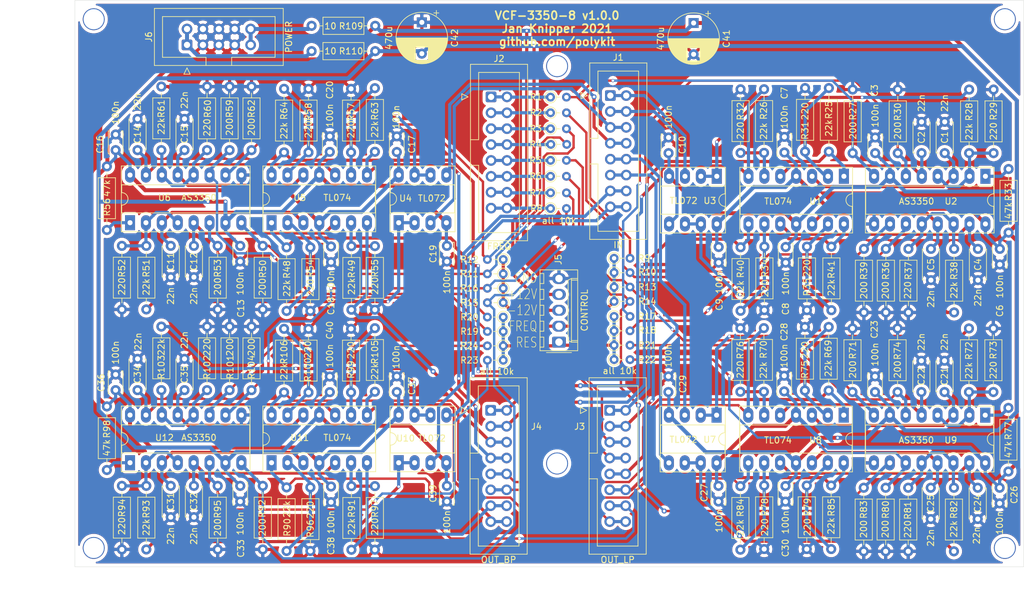
<source format=kicad_pcb>
(kicad_pcb (version 20171130) (host pcbnew 5.1.10-88a1d61d58~90~ubuntu20.10.1)
  (title_block (title VCF-3350-8) (date 2021-08-15) (rev v1.0.0) (company "Jan Knipper") (comment 1 github.com/polykit))
  (layers (0 F.Cu signal) (31 B.Cu signal) (34 B.Paste user) (35 F.Paste user) (36 B.SilkS user) (37 F.SilkS user) (38 B.Mask user) (39 F.Mask user) (44 Edge.Cuts user))
  (net 0 "")
  (net 1 "Net-(C1-Pad2)")
  (net 2 GND)
  (net 3 "Net-(C2-Pad1)")
  (net 4 -12V)
  (net 5 "Net-(C4-Pad1)")
  (net 6 "Net-(C5-Pad2)")
  (net 7 +12V)
  (net 8 IN2)
  (net 9 IN1)
  (net 10 "Net-(J2-Pad15)")
  (net 11 "Net-(J2-Pad13)")
  (net 12 "Net-(J2-Pad11)")
  (net 13 "Net-(J2-Pad10)")
  (net 14 "Net-(J2-Pad7)")
  (net 15 "Net-(J2-Pad5)")
  (net 16 "Net-(J2-Pad3)")
  (net 17 "Net-(J2-Pad1)")
  (net 18 OUT_LP2)
  (net 19 OUT_LP1)
  (net 20 OUT_BP2)
  (net 21 OUT_BP1)
  (net 22 "Net-(J5-Pad2)")
  (net 23 "Net-(J5-Pad1)")
  (net 24 FREQ1)
  (net 25 FREQ2)
  (net 26 RES1)
  (net 27 RES2)
  (net 28 "Net-(R25-Pad1)")
  (net 29 "Net-(R26-Pad1)")
  (net 30 "Net-(R28-Pad1)")
  (net 31 "Net-(R33-Pad2)")
  (net 32 "Net-(R34-Pad2)")
  (net 33 "Net-(R35-Pad2)")
  (net 34 "Net-(R37-Pad1)")
  (net 35 "Net-(R28-Pad2)")
  (net 36 "Net-(R38-Pad2)")
  (net 37 "Net-(C11-Pad2)")
  (net 38 "Net-(C12-Pad1)")
  (net 39 "Net-(C14-Pad1)")
  (net 40 "Net-(C15-Pad2)")
  (net 41 "Net-(C21-Pad2)")
  (net 42 "Net-(C22-Pad1)")
  (net 43 "Net-(C24-Pad1)")
  (net 44 "Net-(C25-Pad2)")
  (net 45 "Net-(C31-Pad2)")
  (net 46 "Net-(C32-Pad1)")
  (net 47 "Net-(C34-Pad1)")
  (net 48 "Net-(C35-Pad2)")
  (net 49 IN8)
  (net 50 IN7)
  (net 51 IN6)
  (net 52 IN5)
  (net 53 IN4)
  (net 54 IN3)
  (net 55 OUT_LP8)
  (net 56 OUT_LP7)
  (net 57 OUT_LP6)
  (net 58 OUT_LP5)
  (net 59 OUT_LP4)
  (net 60 OUT_LP3)
  (net 61 OUT_BP8)
  (net 62 OUT_BP7)
  (net 63 OUT_BP6)
  (net 64 OUT_BP5)
  (net 65 OUT_BP4)
  (net 66 OUT_BP3)
  (net 67 FREQ3)
  (net 68 FREQ4)
  (net 69 FREQ5)
  (net 70 FREQ6)
  (net 71 FREQ7)
  (net 72 FREQ8)
  (net 73 RES3)
  (net 74 RES4)
  (net 75 RES5)
  (net 76 RES6)
  (net 77 RES7)
  (net 78 RES8)
  (net 79 "Net-(R48-Pad1)")
  (net 80 "Net-(R49-Pad1)")
  (net 81 "Net-(R51-Pad1)")
  (net 82 "Net-(R56-Pad2)")
  (net 83 "Net-(R57-Pad2)")
  (net 84 "Net-(R58-Pad2)")
  (net 85 "Net-(R60-Pad1)")
  (net 86 "Net-(R61-Pad2)")
  (net 87 "Net-(R69-Pad1)")
  (net 88 "Net-(R70-Pad1)")
  (net 89 "Net-(R72-Pad1)")
  (net 90 "Net-(R77-Pad2)")
  (net 91 "Net-(R78-Pad2)")
  (net 92 "Net-(R79-Pad2)")
  (net 93 "Net-(R81-Pad1)")
  (net 94 "Net-(R82-Pad2)")
  (net 95 "Net-(R90-Pad1)")
  (net 96 "Net-(R91-Pad1)")
  (net 97 "Net-(R93-Pad1)")
  (net 98 "Net-(R98-Pad2)")
  (net 99 "Net-(R105-Pad1)")
  (net 100 "Net-(R100-Pad2)")
  (net 101 "Net-(R102-Pad1)")
  (net 102 "Net-(R103-Pad2)")
  (net 103 "Net-(J6-Pad10)")
  (net 104 "Net-(J6-Pad1)")
  (net 105 "Net-(R51-Pad2)")
  (net 106 "Net-(R72-Pad2)")
  (net 107 "Net-(R93-Pad2)")
  (module Connector_IDC:IDC-Header_2x05_P2.54mm_Vertical (layer F.Cu) (at 88.4 92.1 90)
    (fp_text reference J6 (at 1.27 -6.1 90) (layer F.SilkS))
    (fp_text value POWER (at 1.27 16.26 90) (layer F.SilkS))
    (pad 10 thru_hole circle (at 2.54 10.16 90) (size 1.7 1.7) (drill 1) (layers *.Cu *.Mask) (net 103 "Net-(J6-Pad10)"))
    (pad 8 thru_hole circle (at 2.54 7.62 90) (size 1.7 1.7) (drill 1) (layers *.Cu *.Mask) (net 2 GND))
    (pad 6 thru_hole circle (at 2.54 5.08 90) (size 1.7 1.7) (drill 1) (layers *.Cu *.Mask) (net 2 GND))
    (pad 4 thru_hole circle (at 2.54 2.54 90) (size 1.7 1.7) (drill 1) (layers *.Cu *.Mask) (net 2 GND))
    (pad 2 thru_hole circle (at 2.54 0 90) (size 1.7 1.7) (drill 1) (layers *.Cu *.Mask) (net 104 "Net-(J6-Pad1)"))
    (pad 9 thru_hole circle (at 0 10.16 90) (size 1.7 1.7) (drill 1) (layers *.Cu *.Mask) (net 103 "Net-(J6-Pad10)"))
    (pad 7 thru_hole circle (at 0 7.62 90) (size 1.7 1.7) (drill 1) (layers *.Cu *.Mask) (net 2 GND))
    (pad 5 thru_hole circle (at 0 5.08 90) (size 1.7 1.7) (drill 1) (layers *.Cu *.Mask) (net 2 GND))
    (pad 3 thru_hole circle (at 0 2.54 90) (size 1.7 1.7) (drill 1) (layers *.Cu *.Mask) (net 2 GND))
    (pad 1 thru_hole roundrect (at 0 0 90) (size 1.7 1.7) (drill 1) (layers *.Cu *.Mask) (roundrect_rratio 0.1470588235294118) (net 104 "Net-(J6-Pad1)"))
  )
  (module Resistor_THT:R_Axial_DIN0207_L6.3mm_D2.5mm_P10.16mm_Horizontal (layer F.Cu) (at 108.295302 93.1)
    (fp_text reference R110 (at 6.304698 0) (layer F.SilkS))
    (fp_text value 10 (at 3.004698 0) (layer F.SilkS))
    (pad 2 thru_hole oval (at 10.16 0) (size 1.6 1.6) (drill 0.8) (layers *.Cu *.Mask) (net 4 -12V))
    (pad 1 thru_hole circle (at 0 0) (size 1.6 1.6) (drill 0.8) (layers *.Cu *.Mask) (net 104 "Net-(J6-Pad1)"))
  )
  (module Resistor_THT:R_Axial_DIN0207_L6.3mm_D2.5mm_P10.16mm_Horizontal (layer F.Cu) (at 108.295302 89.05)
    (fp_text reference R109 (at 6.304698 0.05) (layer F.SilkS))
    (fp_text value 10 (at 3.004698 0.05) (layer F.SilkS))
    (pad 2 thru_hole oval (at 10.16 0) (size 1.6 1.6) (drill 0.8) (layers *.Cu *.Mask) (net 7 +12V))
    (pad 1 thru_hole circle (at 0 0) (size 1.6 1.6) (drill 0.8) (layers *.Cu *.Mask) (net 103 "Net-(J6-Pad10)"))
  )
  (module Capacitor_THT:CP_Radial_D8.0mm_P5.00mm (layer F.Cu) (at 125.9 88.5 270)
    (fp_text reference C42 (at 2.5 -5.25 90) (layer F.SilkS))
    (fp_text value 470u (at 2.5 5.25 90) (layer F.SilkS))
    (pad 2 thru_hole circle (at 5 0 270) (size 1.6 1.6) (drill 0.8) (layers *.Cu *.Mask) (net 4 -12V))
    (pad 1 thru_hole rect (at 0 0 270) (size 1.6 1.6) (drill 0.8) (layers *.Cu *.Mask) (net 2 GND))
  )
  (module Capacitor_THT:CP_Radial_D8.0mm_P5.00mm (layer F.Cu) (at 169.3 88.6 270)
    (fp_text reference C41 (at 2.5 -5.25 90) (layer F.SilkS))
    (fp_text value 470u (at 2.5 5.25 90) (layer F.SilkS))
    (pad 2 thru_hole circle (at 5 0 270) (size 1.6 1.6) (drill 0.8) (layers *.Cu *.Mask) (net 2 GND))
    (pad 1 thru_hole rect (at 0 0 270) (size 1.6 1.6) (drill 0.8) (layers *.Cu *.Mask) (net 7 +12V))
  )
  (module Package_DIP:DIP-16_W7.62mm_Socket_LongPads (layer F.Cu) (at 79.3 158.88 90)
    (fp_text reference U12 (at 4 5.5 180) (layer F.SilkS))
    (fp_text value AS3350 (at 4 11 180) (layer F.SilkS))
    (pad 16 thru_hole oval (at 7.62 0 90) (size 2.4 1.6) (drill 0.8) (layers *.Cu *.Mask) (net 7 +12V))
    (pad 8 thru_hole oval (at 0 17.78 90) (size 2.4 1.6) (drill 0.8) (layers *.Cu *.Mask) (net 71 FREQ7))
    (pad 15 thru_hole oval (at 7.62 2.54 90) (size 2.4 1.6) (drill 0.8) (layers *.Cu *.Mask) (net 47 "Net-(C34-Pad1)"))
    (pad 7 thru_hole oval (at 0 15.24 90) (size 2.4 1.6) (drill 0.8) (layers *.Cu *.Mask) (net 4 -12V))
    (pad 14 thru_hole oval (at 7.62 5.08 90) (size 2.4 1.6) (drill 0.8) (layers *.Cu *.Mask) (net 101 "Net-(R102-Pad1)"))
    (pad 6 thru_hole oval (at 0 12.7 90) (size 2.4 1.6) (drill 0.8) (layers *.Cu *.Mask) (net 77 RES7))
    (pad 13 thru_hole oval (at 7.62 7.62 90) (size 2.4 1.6) (drill 0.8) (layers *.Cu *.Mask) (net 48 "Net-(C35-Pad2)"))
    (pad 5 thru_hole oval (at 0 10.16 90) (size 2.4 1.6) (drill 0.8) (layers *.Cu *.Mask) (net 46 "Net-(C32-Pad1)"))
    (pad 12 thru_hole oval (at 7.62 10.16 90) (size 2.4 1.6) (drill 0.8) (layers *.Cu *.Mask) (net 101 "Net-(R102-Pad1)"))
    (pad 4 thru_hole oval (at 0 7.62 90) (size 2.4 1.6) (drill 0.8) (layers *.Cu *.Mask) (net 97 "Net-(R93-Pad1)"))
    (pad 11 thru_hole oval (at 7.62 12.7 90) (size 2.4 1.6) (drill 0.8) (layers *.Cu *.Mask) (net 78 RES8))
    (pad 3 thru_hole oval (at 0 5.08 90) (size 2.4 1.6) (drill 0.8) (layers *.Cu *.Mask) (net 45 "Net-(C31-Pad2)"))
    (pad 10 thru_hole oval (at 7.62 15.24 90) (size 2.4 1.6) (drill 0.8) (layers *.Cu *.Mask) (net 72 FREQ8))
    (pad 2 thru_hole oval (at 0 2.54 90) (size 2.4 1.6) (drill 0.8) (layers *.Cu *.Mask) (net 97 "Net-(R93-Pad1)"))
    (pad 9 thru_hole oval (at 7.62 17.78 90) (size 2.4 1.6) (drill 0.8) (layers *.Cu *.Mask) (net 2 GND))
    (pad 1 thru_hole rect (at 0 0 90) (size 2.4 1.6) (drill 0.8) (layers *.Cu *.Mask) (net 98 "Net-(R98-Pad2)"))
  )
  (module Package_DIP:DIP-14_W7.62mm_Socket_LongPads (layer F.Cu) (at 101.9 158.88 90)
    (fp_text reference U11 (at 4 4.5 180) (layer F.SilkS))
    (fp_text value TL074 (at 4 10.5 180) (layer F.SilkS))
    (pad 14 thru_hole oval (at 7.62 0 90) (size 2.4 1.6) (drill 0.8) (layers *.Cu *.Mask) (net 55 OUT_LP8))
    (pad 7 thru_hole oval (at 0 15.24 90) (size 2.4 1.6) (drill 0.8) (layers *.Cu *.Mask) (net 62 OUT_BP7))
    (pad 13 thru_hole oval (at 7.62 2.54 90) (size 2.4 1.6) (drill 0.8) (layers *.Cu *.Mask) (net 100 "Net-(R100-Pad2)"))
    (pad 6 thru_hole oval (at 0 12.7 90) (size 2.4 1.6) (drill 0.8) (layers *.Cu *.Mask) (net 96 "Net-(R91-Pad1)"))
    (pad 12 thru_hole oval (at 7.62 5.08 90) (size 2.4 1.6) (drill 0.8) (layers *.Cu *.Mask) (net 48 "Net-(C35-Pad2)"))
    (pad 5 thru_hole oval (at 0 10.16 90) (size 2.4 1.6) (drill 0.8) (layers *.Cu *.Mask) (net 46 "Net-(C32-Pad1)"))
    (pad 11 thru_hole oval (at 7.62 7.62 90) (size 2.4 1.6) (drill 0.8) (layers *.Cu *.Mask) (net 4 -12V))
    (pad 4 thru_hole oval (at 0 7.62 90) (size 2.4 1.6) (drill 0.8) (layers *.Cu *.Mask) (net 7 +12V))
    (pad 10 thru_hole oval (at 7.62 10.16 90) (size 2.4 1.6) (drill 0.8) (layers *.Cu *.Mask) (net 47 "Net-(C34-Pad1)"))
    (pad 3 thru_hole oval (at 0 5.08 90) (size 2.4 1.6) (drill 0.8) (layers *.Cu *.Mask) (net 45 "Net-(C31-Pad2)"))
    (pad 9 thru_hole oval (at 7.62 12.7 90) (size 2.4 1.6) (drill 0.8) (layers *.Cu *.Mask) (net 99 "Net-(R105-Pad1)"))
    (pad 2 thru_hole oval (at 0 2.54 90) (size 2.4 1.6) (drill 0.8) (layers *.Cu *.Mask) (net 95 "Net-(R90-Pad1)"))
    (pad 8 thru_hole oval (at 7.62 15.24 90) (size 2.4 1.6) (drill 0.8) (layers *.Cu *.Mask) (net 61 OUT_BP8))
    (pad 1 thru_hole rect (at 0 0 90) (size 2.4 1.6) (drill 0.8) (layers *.Cu *.Mask) (net 56 OUT_LP7))
  )
  (module Package_DIP:DIP-8_W7.62mm_Socket_LongPads (layer F.Cu) (at 122.2 158.88 90)
    (fp_text reference U10 (at 3.9 1.1 180) (layer F.SilkS))
    (fp_text value TL072 (at 3.9 5.3 180) (layer F.SilkS))
    (pad 8 thru_hole oval (at 7.62 0 90) (size 2.4 1.6) (drill 0.8) (layers *.Cu *.Mask) (net 7 +12V))
    (pad 4 thru_hole oval (at 0 7.62 90) (size 2.4 1.6) (drill 0.8) (layers *.Cu *.Mask) (net 4 -12V))
    (pad 7 thru_hole oval (at 7.62 2.54 90) (size 2.4 1.6) (drill 0.8) (layers *.Cu *.Mask) (net 102 "Net-(R103-Pad2)"))
    (pad 3 thru_hole oval (at 0 5.08 90) (size 2.4 1.6) (drill 0.8) (layers *.Cu *.Mask) (net 50 IN7))
    (pad 6 thru_hole oval (at 7.62 5.08 90) (size 2.4 1.6) (drill 0.8) (layers *.Cu *.Mask) (net 102 "Net-(R103-Pad2)"))
    (pad 2 thru_hole oval (at 0 2.54 90) (size 2.4 1.6) (drill 0.8) (layers *.Cu *.Mask) (net 107 "Net-(R93-Pad2)"))
    (pad 5 thru_hole oval (at 7.62 7.62 90) (size 2.4 1.6) (drill 0.8) (layers *.Cu *.Mask) (net 49 IN8))
    (pad 1 thru_hole rect (at 0 0 90) (size 2.4 1.6) (drill 0.8) (layers *.Cu *.Mask) (net 107 "Net-(R93-Pad2)"))
  )
  (module Package_DIP:DIP-16_W7.62mm_Socket_LongPads (layer F.Cu) (at 215.87 151.28 270)
    (fp_text reference U9 (at 4 5.5 180) (layer F.SilkS))
    (fp_text value AS3350 (at 4 11 180) (layer F.SilkS))
    (pad 16 thru_hole oval (at 7.62 0 270) (size 2.4 1.6) (drill 0.8) (layers *.Cu *.Mask) (net 7 +12V))
    (pad 8 thru_hole oval (at 0 17.78 270) (size 2.4 1.6) (drill 0.8) (layers *.Cu *.Mask) (net 69 FREQ5))
    (pad 15 thru_hole oval (at 7.62 2.54 270) (size 2.4 1.6) (drill 0.8) (layers *.Cu *.Mask) (net 43 "Net-(C24-Pad1)"))
    (pad 7 thru_hole oval (at 0 15.24 270) (size 2.4 1.6) (drill 0.8) (layers *.Cu *.Mask) (net 4 -12V))
    (pad 14 thru_hole oval (at 7.62 5.08 270) (size 2.4 1.6) (drill 0.8) (layers *.Cu *.Mask) (net 93 "Net-(R81-Pad1)"))
    (pad 6 thru_hole oval (at 0 12.7 270) (size 2.4 1.6) (drill 0.8) (layers *.Cu *.Mask) (net 75 RES5))
    (pad 13 thru_hole oval (at 7.62 7.62 270) (size 2.4 1.6) (drill 0.8) (layers *.Cu *.Mask) (net 44 "Net-(C25-Pad2)"))
    (pad 5 thru_hole oval (at 0 10.16 270) (size 2.4 1.6) (drill 0.8) (layers *.Cu *.Mask) (net 42 "Net-(C22-Pad1)"))
    (pad 12 thru_hole oval (at 7.62 10.16 270) (size 2.4 1.6) (drill 0.8) (layers *.Cu *.Mask) (net 93 "Net-(R81-Pad1)"))
    (pad 4 thru_hole oval (at 0 7.62 270) (size 2.4 1.6) (drill 0.8) (layers *.Cu *.Mask) (net 89 "Net-(R72-Pad1)"))
    (pad 11 thru_hole oval (at 7.62 12.7 270) (size 2.4 1.6) (drill 0.8) (layers *.Cu *.Mask) (net 76 RES6))
    (pad 3 thru_hole oval (at 0 5.08 270) (size 2.4 1.6) (drill 0.8) (layers *.Cu *.Mask) (net 41 "Net-(C21-Pad2)"))
    (pad 10 thru_hole oval (at 7.62 15.24 270) (size 2.4 1.6) (drill 0.8) (layers *.Cu *.Mask) (net 70 FREQ6))
    (pad 2 thru_hole oval (at 0 2.54 270) (size 2.4 1.6) (drill 0.8) (layers *.Cu *.Mask) (net 89 "Net-(R72-Pad1)"))
    (pad 9 thru_hole oval (at 7.62 17.78 270) (size 2.4 1.6) (drill 0.8) (layers *.Cu *.Mask) (net 2 GND))
    (pad 1 thru_hole rect (at 0 0 270) (size 2.4 1.6) (drill 0.8) (layers *.Cu *.Mask) (net 90 "Net-(R77-Pad2)"))
  )
  (module Package_DIP:DIP-14_W7.62mm_Socket_LongPads (layer F.Cu) (at 193.27 151.28 270)
    (fp_text reference U8 (at 4 4.5 180) (layer F.SilkS))
    (fp_text value TL074 (at 4 10.5 180) (layer F.SilkS))
    (pad 14 thru_hole oval (at 7.62 0 270) (size 2.4 1.6) (drill 0.8) (layers *.Cu *.Mask) (net 57 OUT_LP6))
    (pad 7 thru_hole oval (at 0 15.24 270) (size 2.4 1.6) (drill 0.8) (layers *.Cu *.Mask) (net 64 OUT_BP5))
    (pad 13 thru_hole oval (at 7.62 2.54 270) (size 2.4 1.6) (drill 0.8) (layers *.Cu *.Mask) (net 92 "Net-(R79-Pad2)"))
    (pad 6 thru_hole oval (at 0 12.7 270) (size 2.4 1.6) (drill 0.8) (layers *.Cu *.Mask) (net 88 "Net-(R70-Pad1)"))
    (pad 12 thru_hole oval (at 7.62 5.08 270) (size 2.4 1.6) (drill 0.8) (layers *.Cu *.Mask) (net 44 "Net-(C25-Pad2)"))
    (pad 5 thru_hole oval (at 0 10.16 270) (size 2.4 1.6) (drill 0.8) (layers *.Cu *.Mask) (net 42 "Net-(C22-Pad1)"))
    (pad 11 thru_hole oval (at 7.62 7.62 270) (size 2.4 1.6) (drill 0.8) (layers *.Cu *.Mask) (net 4 -12V))
    (pad 4 thru_hole oval (at 0 7.62 270) (size 2.4 1.6) (drill 0.8) (layers *.Cu *.Mask) (net 7 +12V))
    (pad 10 thru_hole oval (at 7.62 10.16 270) (size 2.4 1.6) (drill 0.8) (layers *.Cu *.Mask) (net 43 "Net-(C24-Pad1)"))
    (pad 3 thru_hole oval (at 0 5.08 270) (size 2.4 1.6) (drill 0.8) (layers *.Cu *.Mask) (net 41 "Net-(C21-Pad2)"))
    (pad 9 thru_hole oval (at 7.62 12.7 270) (size 2.4 1.6) (drill 0.8) (layers *.Cu *.Mask) (net 91 "Net-(R78-Pad2)"))
    (pad 2 thru_hole oval (at 0 2.54 270) (size 2.4 1.6) (drill 0.8) (layers *.Cu *.Mask) (net 87 "Net-(R69-Pad1)"))
    (pad 8 thru_hole oval (at 7.62 15.24 270) (size 2.4 1.6) (drill 0.8) (layers *.Cu *.Mask) (net 63 OUT_BP6))
    (pad 1 thru_hole rect (at 0 0 270) (size 2.4 1.6) (drill 0.8) (layers *.Cu *.Mask) (net 58 OUT_LP5))
  )
  (module Package_DIP:DIP-8_W7.62mm_Socket_LongPads (layer F.Cu) (at 172.97 151.28 270)
    (fp_text reference U7 (at 3.9 1.1 180) (layer F.SilkS))
    (fp_text value TL072 (at 3.9 5.3 180) (layer F.SilkS))
    (pad 8 thru_hole oval (at 7.62 0 270) (size 2.4 1.6) (drill 0.8) (layers *.Cu *.Mask) (net 7 +12V))
    (pad 4 thru_hole oval (at 0 7.62 270) (size 2.4 1.6) (drill 0.8) (layers *.Cu *.Mask) (net 4 -12V))
    (pad 7 thru_hole oval (at 7.62 2.54 270) (size 2.4 1.6) (drill 0.8) (layers *.Cu *.Mask) (net 94 "Net-(R82-Pad2)"))
    (pad 3 thru_hole oval (at 0 5.08 270) (size 2.4 1.6) (drill 0.8) (layers *.Cu *.Mask) (net 52 IN5))
    (pad 6 thru_hole oval (at 7.62 5.08 270) (size 2.4 1.6) (drill 0.8) (layers *.Cu *.Mask) (net 94 "Net-(R82-Pad2)"))
    (pad 2 thru_hole oval (at 0 2.54 270) (size 2.4 1.6) (drill 0.8) (layers *.Cu *.Mask) (net 106 "Net-(R72-Pad2)"))
    (pad 5 thru_hole oval (at 7.62 7.62 270) (size 2.4 1.6) (drill 0.8) (layers *.Cu *.Mask) (net 51 IN6))
    (pad 1 thru_hole rect (at 0 0 270) (size 2.4 1.6) (drill 0.8) (layers *.Cu *.Mask) (net 106 "Net-(R72-Pad2)"))
  )
  (module Package_DIP:DIP-16_W7.62mm_Socket_LongPads (layer F.Cu) (at 79.3 120.52 90)
    (fp_text reference U6 (at 4 5.5 180) (layer F.SilkS))
    (fp_text value AS3350 (at 4 11 180) (layer F.SilkS))
    (pad 16 thru_hole oval (at 7.62 0 90) (size 2.4 1.6) (drill 0.8) (layers *.Cu *.Mask) (net 7 +12V))
    (pad 8 thru_hole oval (at 0 17.78 90) (size 2.4 1.6) (drill 0.8) (layers *.Cu *.Mask) (net 67 FREQ3))
    (pad 15 thru_hole oval (at 7.62 2.54 90) (size 2.4 1.6) (drill 0.8) (layers *.Cu *.Mask) (net 39 "Net-(C14-Pad1)"))
    (pad 7 thru_hole oval (at 0 15.24 90) (size 2.4 1.6) (drill 0.8) (layers *.Cu *.Mask) (net 4 -12V))
    (pad 14 thru_hole oval (at 7.62 5.08 90) (size 2.4 1.6) (drill 0.8) (layers *.Cu *.Mask) (net 85 "Net-(R60-Pad1)"))
    (pad 6 thru_hole oval (at 0 12.7 90) (size 2.4 1.6) (drill 0.8) (layers *.Cu *.Mask) (net 73 RES3))
    (pad 13 thru_hole oval (at 7.62 7.62 90) (size 2.4 1.6) (drill 0.8) (layers *.Cu *.Mask) (net 40 "Net-(C15-Pad2)"))
    (pad 5 thru_hole oval (at 0 10.16 90) (size 2.4 1.6) (drill 0.8) (layers *.Cu *.Mask) (net 38 "Net-(C12-Pad1)"))
    (pad 12 thru_hole oval (at 7.62 10.16 90) (size 2.4 1.6) (drill 0.8) (layers *.Cu *.Mask) (net 85 "Net-(R60-Pad1)"))
    (pad 4 thru_hole oval (at 0 7.62 90) (size 2.4 1.6) (drill 0.8) (layers *.Cu *.Mask) (net 81 "Net-(R51-Pad1)"))
    (pad 11 thru_hole oval (at 7.62 12.7 90) (size 2.4 1.6) (drill 0.8) (layers *.Cu *.Mask) (net 74 RES4))
    (pad 3 thru_hole oval (at 0 5.08 90) (size 2.4 1.6) (drill 0.8) (layers *.Cu *.Mask) (net 37 "Net-(C11-Pad2)"))
    (pad 10 thru_hole oval (at 7.62 15.24 90) (size 2.4 1.6) (drill 0.8) (layers *.Cu *.Mask) (net 68 FREQ4))
    (pad 2 thru_hole oval (at 0 2.54 90) (size 2.4 1.6) (drill 0.8) (layers *.Cu *.Mask) (net 81 "Net-(R51-Pad1)"))
    (pad 9 thru_hole oval (at 7.62 17.78 90) (size 2.4 1.6) (drill 0.8) (layers *.Cu *.Mask) (net 2 GND))
    (pad 1 thru_hole rect (at 0 0 90) (size 2.4 1.6) (drill 0.8) (layers *.Cu *.Mask) (net 82 "Net-(R56-Pad2)"))
  )
  (module Package_DIP:DIP-14_W7.62mm_Socket_LongPads (layer F.Cu) (at 101.9 120.52 90)
    (fp_text reference U5 (at 4 4.5 180) (layer F.SilkS))
    (fp_text value TL074 (at 4 10.5 180) (layer F.SilkS))
    (pad 14 thru_hole oval (at 7.62 0 90) (size 2.4 1.6) (drill 0.8) (layers *.Cu *.Mask) (net 59 OUT_LP4))
    (pad 7 thru_hole oval (at 0 15.24 90) (size 2.4 1.6) (drill 0.8) (layers *.Cu *.Mask) (net 66 OUT_BP3))
    (pad 13 thru_hole oval (at 7.62 2.54 90) (size 2.4 1.6) (drill 0.8) (layers *.Cu *.Mask) (net 84 "Net-(R58-Pad2)"))
    (pad 6 thru_hole oval (at 0 12.7 90) (size 2.4 1.6) (drill 0.8) (layers *.Cu *.Mask) (net 80 "Net-(R49-Pad1)"))
    (pad 12 thru_hole oval (at 7.62 5.08 90) (size 2.4 1.6) (drill 0.8) (layers *.Cu *.Mask) (net 40 "Net-(C15-Pad2)"))
    (pad 5 thru_hole oval (at 0 10.16 90) (size 2.4 1.6) (drill 0.8) (layers *.Cu *.Mask) (net 38 "Net-(C12-Pad1)"))
    (pad 11 thru_hole oval (at 7.62 7.62 90) (size 2.4 1.6) (drill 0.8) (layers *.Cu *.Mask) (net 4 -12V))
    (pad 4 thru_hole oval (at 0 7.62 90) (size 2.4 1.6) (drill 0.8) (layers *.Cu *.Mask) (net 7 +12V))
    (pad 10 thru_hole oval (at 7.62 10.16 90) (size 2.4 1.6) (drill 0.8) (layers *.Cu *.Mask) (net 39 "Net-(C14-Pad1)"))
    (pad 3 thru_hole oval (at 0 5.08 90) (size 2.4 1.6) (drill 0.8) (layers *.Cu *.Mask) (net 37 "Net-(C11-Pad2)"))
    (pad 9 thru_hole oval (at 7.62 12.7 90) (size 2.4 1.6) (drill 0.8) (layers *.Cu *.Mask) (net 83 "Net-(R57-Pad2)"))
    (pad 2 thru_hole oval (at 0 2.54 90) (size 2.4 1.6) (drill 0.8) (layers *.Cu *.Mask) (net 79 "Net-(R48-Pad1)"))
    (pad 8 thru_hole oval (at 7.62 15.24 90) (size 2.4 1.6) (drill 0.8) (layers *.Cu *.Mask) (net 65 OUT_BP4))
    (pad 1 thru_hole rect (at 0 0 90) (size 2.4 1.6) (drill 0.8) (layers *.Cu *.Mask) (net 60 OUT_LP3))
  )
  (module Package_DIP:DIP-8_W7.62mm_Socket_LongPads (layer F.Cu) (at 122.2 120.52 90)
    (fp_text reference U4 (at 3.9 1.1 180) (layer F.SilkS))
    (fp_text value TL072 (at 3.9 5.3 180) (layer F.SilkS))
    (pad 8 thru_hole oval (at 7.62 0 90) (size 2.4 1.6) (drill 0.8) (layers *.Cu *.Mask) (net 7 +12V))
    (pad 4 thru_hole oval (at 0 7.62 90) (size 2.4 1.6) (drill 0.8) (layers *.Cu *.Mask) (net 4 -12V))
    (pad 7 thru_hole oval (at 7.62 2.54 90) (size 2.4 1.6) (drill 0.8) (layers *.Cu *.Mask) (net 86 "Net-(R61-Pad2)"))
    (pad 3 thru_hole oval (at 0 5.08 90) (size 2.4 1.6) (drill 0.8) (layers *.Cu *.Mask) (net 54 IN3))
    (pad 6 thru_hole oval (at 7.62 5.08 90) (size 2.4 1.6) (drill 0.8) (layers *.Cu *.Mask) (net 86 "Net-(R61-Pad2)"))
    (pad 2 thru_hole oval (at 0 2.54 90) (size 2.4 1.6) (drill 0.8) (layers *.Cu *.Mask) (net 105 "Net-(R51-Pad2)"))
    (pad 5 thru_hole oval (at 7.62 7.62 90) (size 2.4 1.6) (drill 0.8) (layers *.Cu *.Mask) (net 53 IN4))
    (pad 1 thru_hole rect (at 0 0 90) (size 2.4 1.6) (drill 0.8) (layers *.Cu *.Mask) (net 105 "Net-(R51-Pad2)"))
  )
  (module Resistor_THT:R_Axial_DIN0207_L6.3mm_D2.5mm_P10.16mm_Horizontal (layer F.Cu) (at 103.9 137.48 270)
    (fp_text reference R106 (at 3.72 0 270) (layer F.SilkS))
    (fp_text value 22k (at 6.82 0 270) (layer F.SilkS))
    (pad 2 thru_hole oval (at 10.16 0 270) (size 1.6 1.6) (drill 0.8) (layers *.Cu *.Mask) (net 55 OUT_LP8))
    (pad 1 thru_hole circle (at 0 0 270) (size 1.6 1.6) (drill 0.8) (layers *.Cu *.Mask) (net 100 "Net-(R100-Pad2)"))
  )
  (module Resistor_THT:R_Axial_DIN0207_L6.3mm_D2.5mm_P10.16mm_Horizontal (layer F.Cu) (at 118.4 137.38 270)
    (fp_text reference R105 (at 3.82 0 270) (layer F.SilkS))
    (fp_text value 22k (at 6.92 0 270) (layer F.SilkS))
    (pad 2 thru_hole oval (at 10.16 0 270) (size 1.6 1.6) (drill 0.8) (layers *.Cu *.Mask) (net 61 OUT_BP8))
    (pad 1 thru_hole circle (at 0 0 270) (size 1.6 1.6) (drill 0.8) (layers *.Cu *.Mask) (net 99 "Net-(R105-Pad1)"))
  )
  (module Resistor_THT:R_Axial_DIN0207_L6.3mm_D2.5mm_P10.16mm_Horizontal (layer F.Cu) (at 98.7 147.28 90)
    (fp_text reference R104 (at 3.68 0 -90) (layer F.SilkS))
    (fp_text value 200 (at 6.88 0 -90) (layer F.SilkS))
    (pad 2 thru_hole oval (at 10.16 0 90) (size 1.6 1.6) (drill 0.8) (layers *.Cu *.Mask) (net 2 GND))
    (pad 1 thru_hole circle (at 0 0 90) (size 1.6 1.6) (drill 0.8) (layers *.Cu *.Mask) (net 72 FREQ8))
  )
  (module Resistor_THT:R_Axial_DIN0207_L6.3mm_D2.5mm_P10.16mm_Horizontal (layer F.Cu) (at 84.3 147.28 90)
    (fp_text reference R103 (at 3.68 0 -90) (layer F.SilkS))
    (fp_text value 22k (at 6.88 0 -90) (layer F.SilkS))
    (pad 2 thru_hole oval (at 10.16 0 90) (size 1.6 1.6) (drill 0.8) (layers *.Cu *.Mask) (net 102 "Net-(R103-Pad2)"))
    (pad 1 thru_hole circle (at 0 0 90) (size 1.6 1.6) (drill 0.8) (layers *.Cu *.Mask) (net 101 "Net-(R102-Pad1)"))
  )
  (module Resistor_THT:R_Axial_DIN0207_L6.3mm_D2.5mm_P10.16mm_Horizontal (layer F.Cu) (at 91.6 147.28 90)
    (fp_text reference R102 (at 3.68 0 -90) (layer F.SilkS))
    (fp_text value 220 (at 6.88 0 -90) (layer F.SilkS))
    (pad 2 thru_hole oval (at 10.16 0 90) (size 1.6 1.6) (drill 0.8) (layers *.Cu *.Mask) (net 2 GND))
    (pad 1 thru_hole circle (at 0 0 90) (size 1.6 1.6) (drill 0.8) (layers *.Cu *.Mask) (net 101 "Net-(R102-Pad1)"))
  )
  (module Resistor_THT:R_Axial_DIN0207_L6.3mm_D2.5mm_P10.16mm_Horizontal (layer F.Cu) (at 95.2 147.28 90)
    (fp_text reference R101 (at 3.68 0.1 -90) (layer F.SilkS))
    (fp_text value 200 (at 6.88 0.05 -90) (layer F.SilkS))
    (pad 2 thru_hole oval (at 10.16 0 90) (size 1.6 1.6) (drill 0.8) (layers *.Cu *.Mask) (net 2 GND))
    (pad 1 thru_hole circle (at 0 0 90) (size 1.6 1.6) (drill 0.8) (layers *.Cu *.Mask) (net 78 RES8))
  )
  (module Resistor_THT:R_Axial_DIN0207_L6.3mm_D2.5mm_P10.16mm_Horizontal (layer F.Cu) (at 107.8 137.48 270)
    (fp_text reference R100 (at 6.52 0.1 270) (layer F.SilkS))
    (fp_text value 220 (at 3.32 0.1 270) (layer F.SilkS))
    (pad 2 thru_hole oval (at 10.16 0 270) (size 1.6 1.6) (drill 0.8) (layers *.Cu *.Mask) (net 100 "Net-(R100-Pad2)"))
    (pad 1 thru_hole circle (at 0 0 270) (size 1.6 1.6) (drill 0.8) (layers *.Cu *.Mask) (net 2 GND))
  )
  (module Resistor_THT:R_Axial_DIN0207_L6.3mm_D2.5mm_P10.16mm_Horizontal (layer F.Cu) (at 114.6 137.48 270)
    (fp_text reference R99 (at 6.52 0 270) (layer F.SilkS))
    (fp_text value 220 (at 3.42 0 270) (layer F.SilkS))
    (pad 2 thru_hole oval (at 10.16 0 270) (size 1.6 1.6) (drill 0.8) (layers *.Cu *.Mask) (net 99 "Net-(R105-Pad1)"))
    (pad 1 thru_hole circle (at 0 0 270) (size 1.6 1.6) (drill 0.8) (layers *.Cu *.Mask) (net 2 GND))
  )
  (module Resistor_THT:R_Axial_DIN0207_L6.3mm_D2.5mm_P10.16mm_Horizontal (layer F.Cu) (at 75.6 149.88 270)
    (fp_text reference R98 (at 3.62 0 270) (layer F.SilkS))
    (fp_text value 47k (at 6.62 0 270) (layer F.SilkS))
    (pad 2 thru_hole oval (at 10.16 0 270) (size 1.6 1.6) (drill 0.8) (layers *.Cu *.Mask) (net 98 "Net-(R98-Pad2)"))
    (pad 1 thru_hole circle (at 0 0 270) (size 1.6 1.6) (drill 0.8) (layers *.Cu *.Mask) (net 7 +12V))
  )
  (module Resistor_THT:R_Axial_DIN0207_L6.3mm_D2.5mm_P10.16mm_Horizontal (layer F.Cu) (at 118.4 172.78 90)
    (fp_text reference R97 (at 6.58 0 90) (layer F.SilkS))
    (fp_text value 220 (at 3.68 0 90) (layer F.SilkS))
    (pad 2 thru_hole oval (at 10.16 0 90) (size 1.6 1.6) (drill 0.8) (layers *.Cu *.Mask) (net 96 "Net-(R91-Pad1)"))
    (pad 1 thru_hole circle (at 0 0 90) (size 1.6 1.6) (drill 0.8) (layers *.Cu *.Mask) (net 2 GND))
  )
  (module Resistor_THT:R_Axial_DIN0207_L6.3mm_D2.5mm_P10.16mm_Horizontal (layer F.Cu) (at 108.100001 172.98 90)
    (fp_text reference R96 (at 3.58 -0.000001 -90) (layer F.SilkS))
    (fp_text value 220 (at 6.58 0 -90) (layer F.SilkS))
    (pad 2 thru_hole oval (at 10.16 0 90) (size 1.6 1.6) (drill 0.8) (layers *.Cu *.Mask) (net 95 "Net-(R90-Pad1)"))
    (pad 1 thru_hole circle (at 0 0 90) (size 1.6 1.6) (drill 0.8) (layers *.Cu *.Mask) (net 2 GND))
  )
  (module Resistor_THT:R_Axial_DIN0207_L6.3mm_D2.5mm_P10.16mm_Horizontal (layer F.Cu) (at 93.3 162.58 270)
    (fp_text reference R95 (at 3.72 0 270) (layer F.SilkS))
    (fp_text value 200 (at 6.62 0 270) (layer F.SilkS))
    (pad 2 thru_hole oval (at 10.16 0 270) (size 1.6 1.6) (drill 0.8) (layers *.Cu *.Mask) (net 2 GND))
    (pad 1 thru_hole circle (at 0 0 270) (size 1.6 1.6) (drill 0.8) (layers *.Cu *.Mask) (net 77 RES7))
  )
  (module Resistor_THT:R_Axial_DIN0207_L6.3mm_D2.5mm_P10.16mm_Horizontal (layer F.Cu) (at 78 162.58 270)
    (fp_text reference R94 (at 3.52 0 270) (layer F.SilkS))
    (fp_text value 220 (at 6.42 0 270) (layer F.SilkS))
    (pad 2 thru_hole oval (at 10.16 0 270) (size 1.6 1.6) (drill 0.8) (layers *.Cu *.Mask) (net 2 GND))
    (pad 1 thru_hole circle (at 0 0 270) (size 1.6 1.6) (drill 0.8) (layers *.Cu *.Mask) (net 97 "Net-(R93-Pad1)"))
  )
  (module Resistor_THT:R_Axial_DIN0207_L6.3mm_D2.5mm_P10.16mm_Horizontal (layer F.Cu) (at 81.9 162.58 270)
    (fp_text reference R93 (at 3.72 0 270) (layer F.SilkS))
    (fp_text value 22k (at 6.62 0 270) (layer F.SilkS))
    (pad 2 thru_hole oval (at 10.16 0 270) (size 1.6 1.6) (drill 0.8) (layers *.Cu *.Mask) (net 107 "Net-(R93-Pad2)"))
    (pad 1 thru_hole circle (at 0 0 270) (size 1.6 1.6) (drill 0.8) (layers *.Cu *.Mask) (net 97 "Net-(R93-Pad1)"))
  )
  (module Resistor_THT:R_Axial_DIN0207_L6.3mm_D2.5mm_P10.16mm_Horizontal (layer F.Cu) (at 100.5 162.58 270)
    (fp_text reference R92 (at 3.62 0.1 270) (layer F.SilkS))
    (fp_text value 200 (at 6.62 0.05 270) (layer F.SilkS))
    (pad 2 thru_hole oval (at 10.16 0 270) (size 1.6 1.6) (drill 0.8) (layers *.Cu *.Mask) (net 2 GND))
    (pad 1 thru_hole circle (at 0 0 270) (size 1.6 1.6) (drill 0.8) (layers *.Cu *.Mask) (net 71 FREQ7))
  )
  (module Resistor_THT:R_Axial_DIN0207_L6.3mm_D2.5mm_P10.16mm_Horizontal (layer F.Cu) (at 114.65 162.63 270)
    (fp_text reference R91 (at 3.57 -0.05 270) (layer F.SilkS))
    (fp_text value 22k (at 6.47 -0.05 270) (layer F.SilkS))
    (pad 2 thru_hole oval (at 10.16 0 270) (size 1.6 1.6) (drill 0.8) (layers *.Cu *.Mask) (net 62 OUT_BP7))
    (pad 1 thru_hole circle (at 0 0 270) (size 1.6 1.6) (drill 0.8) (layers *.Cu *.Mask) (net 96 "Net-(R91-Pad1)"))
  )
  (module Resistor_THT:R_Axial_DIN0207_L6.3mm_D2.5mm_P10.16mm_Horizontal (layer F.Cu) (at 104.300001 172.98 90)
    (fp_text reference R90 (at 3.78 0.099999 -90) (layer F.SilkS))
    (fp_text value 22k (at 6.68 0.05 -90) (layer F.SilkS))
    (pad 2 thru_hole oval (at 10.16 0 90) (size 1.6 1.6) (drill 0.8) (layers *.Cu *.Mask) (net 56 OUT_LP7))
    (pad 1 thru_hole circle (at 0 0 90) (size 1.6 1.6) (drill 0.8) (layers *.Cu *.Mask) (net 95 "Net-(R90-Pad1)"))
  )
  (module Resistor_THT:R_Axial_DIN0207_L6.3mm_D2.5mm_P10.16mm_Horizontal (layer F.Cu) (at 191.27 172.68 90)
    (fp_text reference R85 (at 6.68 0.03 270) (layer F.SilkS))
    (fp_text value 22k (at 3.68 0 270) (layer F.SilkS))
    (pad 2 thru_hole oval (at 10.16 0 90) (size 1.6 1.6) (drill 0.8) (layers *.Cu *.Mask) (net 57 OUT_LP6))
    (pad 1 thru_hole circle (at 0 0 90) (size 1.6 1.6) (drill 0.8) (layers *.Cu *.Mask) (net 92 "Net-(R79-Pad2)"))
  )
  (module Resistor_THT:R_Axial_DIN0207_L6.3mm_D2.5mm_P10.16mm_Horizontal (layer F.Cu) (at 176.770001 172.78 90)
    (fp_text reference R84 (at 6.7 -0.000001 270) (layer F.SilkS))
    (fp_text value 22k (at 3.5 -0.000001 270) (layer F.SilkS))
    (pad 2 thru_hole oval (at 10.16 0 90) (size 1.6 1.6) (drill 0.8) (layers *.Cu *.Mask) (net 63 OUT_BP6))
    (pad 1 thru_hole circle (at 0 0 90) (size 1.6 1.6) (drill 0.8) (layers *.Cu *.Mask) (net 91 "Net-(R78-Pad2)"))
  )
  (module Resistor_THT:R_Axial_DIN0207_L6.3mm_D2.5mm_P10.16mm_Horizontal (layer F.Cu) (at 196.470001 162.88 270)
    (fp_text reference R83 (at 3.5 0 270) (layer F.SilkS))
    (fp_text value 200 (at 6.6 0 270) (layer F.SilkS))
    (pad 2 thru_hole oval (at 10.16 0 270) (size 1.6 1.6) (drill 0.8) (layers *.Cu *.Mask) (net 2 GND))
    (pad 1 thru_hole circle (at 0 0 270) (size 1.6 1.6) (drill 0.8) (layers *.Cu *.Mask) (net 70 FREQ6))
  )
  (module Resistor_THT:R_Axial_DIN0207_L6.3mm_D2.5mm_P10.16mm_Horizontal (layer F.Cu) (at 210.87 162.88 270)
    (fp_text reference R82 (at 3.5 -0.000001 270) (layer F.SilkS))
    (fp_text value 22k (at 6.6 -0.000001 270) (layer F.SilkS))
    (pad 2 thru_hole oval (at 10.16 0 270) (size 1.6 1.6) (drill 0.8) (layers *.Cu *.Mask) (net 94 "Net-(R82-Pad2)"))
    (pad 1 thru_hole circle (at 0 0 270) (size 1.6 1.6) (drill 0.8) (layers *.Cu *.Mask) (net 93 "Net-(R81-Pad1)"))
  )
  (module Resistor_THT:R_Axial_DIN0207_L6.3mm_D2.5mm_P10.16mm_Horizontal (layer F.Cu) (at 203.57 162.88 270)
    (fp_text reference R81 (at 3.62 0.07 270) (layer F.SilkS))
    (fp_text value 220 (at 6.62 0.07 270) (layer F.SilkS))
    (pad 2 thru_hole oval (at 10.16 0 270) (size 1.6 1.6) (drill 0.8) (layers *.Cu *.Mask) (net 2 GND))
    (pad 1 thru_hole circle (at 0 0 270) (size 1.6 1.6) (drill 0.8) (layers *.Cu *.Mask) (net 93 "Net-(R81-Pad1)"))
  )
  (module Resistor_THT:R_Axial_DIN0207_L6.3mm_D2.5mm_P10.16mm_Horizontal (layer F.Cu) (at 199.97 162.88 270)
    (fp_text reference R80 (at 3.5 0 270) (layer F.SilkS))
    (fp_text value 200 (at 6.6 0.049999 270) (layer F.SilkS))
    (pad 2 thru_hole oval (at 10.16 0 270) (size 1.6 1.6) (drill 0.8) (layers *.Cu *.Mask) (net 2 GND))
    (pad 1 thru_hole circle (at 0 0 270) (size 1.6 1.6) (drill 0.8) (layers *.Cu *.Mask) (net 76 RES6))
  )
  (module Resistor_THT:R_Axial_DIN0207_L6.3mm_D2.5mm_P10.16mm_Horizontal (layer F.Cu) (at 187.37 172.68 90)
    (fp_text reference R79 (at 6.7 0.1 270) (layer F.SilkS))
    (fp_text value 220 (at 3.5 0.1 270) (layer F.SilkS))
    (pad 2 thru_hole oval (at 10.16 0 90) (size 1.6 1.6) (drill 0.8) (layers *.Cu *.Mask) (net 92 "Net-(R79-Pad2)"))
    (pad 1 thru_hole circle (at 0 0 90) (size 1.6 1.6) (drill 0.8) (layers *.Cu *.Mask) (net 2 GND))
  )
  (module Resistor_THT:R_Axial_DIN0207_L6.3mm_D2.5mm_P10.16mm_Horizontal (layer F.Cu) (at 180.570001 172.68 90)
    (fp_text reference R78 (at 6.7 0.099999 270) (layer F.SilkS))
    (fp_text value 220 (at 3.5 0.099999 270) (layer F.SilkS))
    (pad 2 thru_hole oval (at 10.16 0 90) (size 1.6 1.6) (drill 0.8) (layers *.Cu *.Mask) (net 91 "Net-(R78-Pad2)"))
    (pad 1 thru_hole circle (at 0 0 90) (size 1.6 1.6) (drill 0.8) (layers *.Cu *.Mask) (net 2 GND))
  )
  (module Resistor_THT:R_Axial_DIN0207_L6.3mm_D2.5mm_P10.16mm_Horizontal (layer F.Cu) (at 219.570001 160.28 90)
    (fp_text reference R77 (at 6.5 -0.000001 270) (layer F.SilkS))
    (fp_text value 47k (at 3.5 -0.000001 270) (layer F.SilkS))
    (pad 2 thru_hole oval (at 10.16 0 90) (size 1.6 1.6) (drill 0.8) (layers *.Cu *.Mask) (net 90 "Net-(R77-Pad2)"))
    (pad 1 thru_hole circle (at 0 0 90) (size 1.6 1.6) (drill 0.8) (layers *.Cu *.Mask) (net 7 +12V))
  )
  (module Resistor_THT:R_Axial_DIN0207_L6.3mm_D2.5mm_P10.16mm_Horizontal (layer F.Cu) (at 176.77 137.38 270)
    (fp_text reference R76 (at 3.5 0 270) (layer F.SilkS))
    (fp_text value 220 (at 6.6 0 270) (layer F.SilkS))
    (pad 2 thru_hole oval (at 10.16 0 270) (size 1.6 1.6) (drill 0.8) (layers *.Cu *.Mask) (net 88 "Net-(R70-Pad1)"))
    (pad 1 thru_hole circle (at 0 0 270) (size 1.6 1.6) (drill 0.8) (layers *.Cu *.Mask) (net 2 GND))
  )
  (module Resistor_THT:R_Axial_DIN0207_L6.3mm_D2.5mm_P10.16mm_Horizontal (layer F.Cu) (at 187.07 137.18 270)
    (fp_text reference R75 (at 6.8 0 270) (layer F.SilkS))
    (fp_text value 220 (at 3.7 0 270) (layer F.SilkS))
    (pad 2 thru_hole oval (at 10.16 0 270) (size 1.6 1.6) (drill 0.8) (layers *.Cu *.Mask) (net 87 "Net-(R69-Pad1)"))
    (pad 1 thru_hole circle (at 0 0 270) (size 1.6 1.6) (drill 0.8) (layers *.Cu *.Mask) (net 2 GND))
  )
  (module Resistor_THT:R_Axial_DIN0207_L6.3mm_D2.5mm_P10.16mm_Horizontal (layer F.Cu) (at 201.87 147.58 90)
    (fp_text reference R74 (at 6.6 0 270) (layer F.SilkS))
    (fp_text value 200 (at 3.6 0 270) (layer F.SilkS))
    (pad 2 thru_hole oval (at 10.16 0 90) (size 1.6 1.6) (drill 0.8) (layers *.Cu *.Mask) (net 2 GND))
    (pad 1 thru_hole circle (at 0 0 90) (size 1.6 1.6) (drill 0.8) (layers *.Cu *.Mask) (net 75 RES5))
  )
  (module Resistor_THT:R_Axial_DIN0207_L6.3mm_D2.5mm_P10.16mm_Horizontal (layer F.Cu) (at 217.17 147.58 90)
    (fp_text reference R73 (at 6.7 0 270) (layer F.SilkS))
    (fp_text value 220 (at 3.5 0 270) (layer F.SilkS))
    (pad 2 thru_hole oval (at 10.16 0 90) (size 1.6 1.6) (drill 0.8) (layers *.Cu *.Mask) (net 2 GND))
    (pad 1 thru_hole circle (at 0 0 90) (size 1.6 1.6) (drill 0.8) (layers *.Cu *.Mask) (net 89 "Net-(R72-Pad1)"))
  )
  (module Resistor_THT:R_Axial_DIN0207_L6.3mm_D2.5mm_P10.16mm_Horizontal (layer F.Cu) (at 213.27 147.58 90)
    (fp_text reference R72 (at 6.6 0 270) (layer F.SilkS))
    (fp_text value 22k (at 3.4 0 270) (layer F.SilkS))
    (pad 2 thru_hole oval (at 10.16 0 90) (size 1.6 1.6) (drill 0.8) (layers *.Cu *.Mask) (net 106 "Net-(R72-Pad2)"))
    (pad 1 thru_hole circle (at 0 0 90) (size 1.6 1.6) (drill 0.8) (layers *.Cu *.Mask) (net 89 "Net-(R72-Pad1)"))
  )
  (module Resistor_THT:R_Axial_DIN0207_L6.3mm_D2.5mm_P10.16mm_Horizontal (layer F.Cu) (at 194.67 147.58 90)
    (fp_text reference R71 (at 6.71 0.05 270) (layer F.SilkS))
    (fp_text value 200 (at 3.61 0.05 270) (layer F.SilkS))
    (pad 2 thru_hole oval (at 10.16 0 90) (size 1.6 1.6) (drill 0.8) (layers *.Cu *.Mask) (net 2 GND))
    (pad 1 thru_hole circle (at 0 0 90) (size 1.6 1.6) (drill 0.8) (layers *.Cu *.Mask) (net 69 FREQ5))
  )
  (module Resistor_THT:R_Axial_DIN0207_L6.3mm_D2.5mm_P10.16mm_Horizontal (layer F.Cu) (at 180.52 147.53 90)
    (fp_text reference R70 (at 6.75 -0.05 270) (layer F.SilkS))
    (fp_text value 22k (at 3.45 -0.05 270) (layer F.SilkS))
    (pad 2 thru_hole oval (at 10.16 0 90) (size 1.6 1.6) (drill 0.8) (layers *.Cu *.Mask) (net 64 OUT_BP5))
    (pad 1 thru_hole circle (at 0 0 90) (size 1.6 1.6) (drill 0.8) (layers *.Cu *.Mask) (net 88 "Net-(R70-Pad1)"))
  )
  (module Resistor_THT:R_Axial_DIN0207_L6.3mm_D2.5mm_P10.16mm_Horizontal (layer F.Cu) (at 190.87 137.18 270)
    (fp_text reference R69 (at 3.52 0.07 270) (layer F.SilkS))
    (fp_text value 22k (at 6.62 0.05 270) (layer F.SilkS))
    (pad 2 thru_hole oval (at 10.16 0 270) (size 1.6 1.6) (drill 0.8) (layers *.Cu *.Mask) (net 58 OUT_LP5))
    (pad 1 thru_hole circle (at 0 0 270) (size 1.6 1.6) (drill 0.8) (layers *.Cu *.Mask) (net 87 "Net-(R69-Pad1)"))
  )
  (module Resistor_THT:R_Axial_DIN0207_L6.3mm_D2.5mm_P10.16mm_Horizontal (layer F.Cu) (at 103.9 99.12 270)
    (fp_text reference R64 (at 3.5 0 270) (layer F.SilkS))
    (fp_text value 22k (at 6.7 0 270) (layer F.SilkS))
    (pad 2 thru_hole oval (at 10.16 0 270) (size 1.6 1.6) (drill 0.8) (layers *.Cu *.Mask) (net 59 OUT_LP4))
    (pad 1 thru_hole circle (at 0 0 270) (size 1.6 1.6) (drill 0.8) (layers *.Cu *.Mask) (net 84 "Net-(R58-Pad2)"))
  )
  (module Resistor_THT:R_Axial_DIN0207_L6.3mm_D2.5mm_P10.16mm_Horizontal (layer F.Cu) (at 118.4 99.02 270)
    (fp_text reference R63 (at 3.68 0 270) (layer F.SilkS))
    (fp_text value 22k (at 6.58 0 270) (layer F.SilkS))
    (pad 2 thru_hole oval (at 10.16 0 270) (size 1.6 1.6) (drill 0.8) (layers *.Cu *.Mask) (net 65 OUT_BP4))
    (pad 1 thru_hole circle (at 0 0 270) (size 1.6 1.6) (drill 0.8) (layers *.Cu *.Mask) (net 83 "Net-(R57-Pad2)"))
  )
  (module Resistor_THT:R_Axial_DIN0207_L6.3mm_D2.5mm_P10.16mm_Horizontal (layer F.Cu) (at 98.7 108.92 90)
    (fp_text reference R62 (at 6.62 0 90) (layer F.SilkS))
    (fp_text value 200 (at 3.72 0 90) (layer F.SilkS))
    (pad 2 thru_hole oval (at 10.16 0 90) (size 1.6 1.6) (drill 0.8) (layers *.Cu *.Mask) (net 2 GND))
    (pad 1 thru_hole circle (at 0 0 90) (size 1.6 1.6) (drill 0.8) (layers *.Cu *.Mask) (net 68 FREQ4))
  )
  (module Resistor_THT:R_Axial_DIN0207_L6.3mm_D2.5mm_P10.16mm_Horizontal (layer F.Cu) (at 84.3 108.92 90)
    (fp_text reference R61 (at 6.62 0 90) (layer F.SilkS))
    (fp_text value 22k (at 3.82 0 90) (layer F.SilkS))
    (pad 2 thru_hole oval (at 10.16 0 90) (size 1.6 1.6) (drill 0.8) (layers *.Cu *.Mask) (net 86 "Net-(R61-Pad2)"))
    (pad 1 thru_hole circle (at 0 0 90) (size 1.6 1.6) (drill 0.8) (layers *.Cu *.Mask) (net 85 "Net-(R60-Pad1)"))
  )
  (module Resistor_THT:R_Axial_DIN0207_L6.3mm_D2.5mm_P10.16mm_Horizontal (layer F.Cu) (at 91.6 108.92 90)
    (fp_text reference R60 (at 6.62 0.1 90) (layer F.SilkS))
    (fp_text value 220 (at 3.62 0 90) (layer F.SilkS))
    (pad 2 thru_hole oval (at 10.16 0 90) (size 1.6 1.6) (drill 0.8) (layers *.Cu *.Mask) (net 2 GND))
    (pad 1 thru_hole circle (at 0 0 90) (size 1.6 1.6) (drill 0.8) (layers *.Cu *.Mask) (net 85 "Net-(R60-Pad1)"))
  )
  (module Resistor_THT:R_Axial_DIN0207_L6.3mm_D2.5mm_P10.16mm_Horizontal (layer F.Cu) (at 95.2 108.92 90)
    (fp_text reference R59 (at 6.62 0 90) (layer F.SilkS))
    (fp_text value 200 (at 3.72 0 90) (layer F.SilkS))
    (pad 2 thru_hole oval (at 10.16 0 90) (size 1.6 1.6) (drill 0.8) (layers *.Cu *.Mask) (net 2 GND))
    (pad 1 thru_hole circle (at 0 0 90) (size 1.6 1.6) (drill 0.8) (layers *.Cu *.Mask) (net 74 RES4))
  )
  (module Resistor_THT:R_Axial_DIN0207_L6.3mm_D2.5mm_P10.16mm_Horizontal (layer F.Cu) (at 107.8 99.12 270)
    (fp_text reference R58 (at 3.68 0 270) (layer F.SilkS))
    (fp_text value 220 (at 6.48 0 270) (layer F.SilkS))
    (pad 2 thru_hole oval (at 10.16 0 270) (size 1.6 1.6) (drill 0.8) (layers *.Cu *.Mask) (net 84 "Net-(R58-Pad2)"))
    (pad 1 thru_hole circle (at 0 0 270) (size 1.6 1.6) (drill 0.8) (layers *.Cu *.Mask) (net 2 GND))
  )
  (module Resistor_THT:R_Axial_DIN0207_L6.3mm_D2.5mm_P10.16mm_Horizontal (layer F.Cu) (at 114.6 99.12 270)
    (fp_text reference R57 (at 3.68 0 270) (layer F.SilkS))
    (fp_text value 220 (at 6.48 0 270) (layer F.SilkS))
    (pad 2 thru_hole oval (at 10.16 0 270) (size 1.6 1.6) (drill 0.8) (layers *.Cu *.Mask) (net 83 "Net-(R57-Pad2)"))
    (pad 1 thru_hole circle (at 0 0 270) (size 1.6 1.6) (drill 0.8) (layers *.Cu *.Mask) (net 2 GND))
  )
  (module Resistor_THT:R_Axial_DIN0207_L6.3mm_D2.5mm_P10.16mm_Horizontal (layer F.Cu) (at 75.6 111.52 270)
    (fp_text reference R56 (at 6.5 0 270) (layer F.SilkS))
    (fp_text value 47k (at 3.5 0 270) (layer F.SilkS))
    (pad 2 thru_hole oval (at 10.16 0 270) (size 1.6 1.6) (drill 0.8) (layers *.Cu *.Mask) (net 82 "Net-(R56-Pad2)"))
    (pad 1 thru_hole circle (at 0 0 270) (size 1.6 1.6) (drill 0.8) (layers *.Cu *.Mask) (net 7 +12V))
  )
  (module Resistor_THT:R_Axial_DIN0207_L6.3mm_D2.5mm_P10.16mm_Horizontal (layer F.Cu) (at 118.4 134.42 90)
    (fp_text reference R55 (at 6.62 0 90) (layer F.SilkS))
    (fp_text value 220 (at 3.82 0 90) (layer F.SilkS))
    (pad 2 thru_hole oval (at 10.16 0 90) (size 1.6 1.6) (drill 0.8) (layers *.Cu *.Mask) (net 80 "Net-(R49-Pad1)"))
    (pad 1 thru_hole circle (at 0 0 90) (size 1.6 1.6) (drill 0.8) (layers *.Cu *.Mask) (net 2 GND))
  )
  (module Resistor_THT:R_Axial_DIN0207_L6.3mm_D2.5mm_P10.16mm_Horizontal (layer F.Cu) (at 108.1 134.62 90)
    (fp_text reference R54 (at 6.8 0 90) (layer F.SilkS))
    (fp_text value 220 (at 3.7 0 90) (layer F.SilkS))
    (pad 2 thru_hole oval (at 10.16 0 90) (size 1.6 1.6) (drill 0.8) (layers *.Cu *.Mask) (net 79 "Net-(R48-Pad1)"))
    (pad 1 thru_hole circle (at 0 0 90) (size 1.6 1.6) (drill 0.8) (layers *.Cu *.Mask) (net 2 GND))
  )
  (module Resistor_THT:R_Axial_DIN0207_L6.3mm_D2.5mm_P10.16mm_Horizontal (layer F.Cu) (at 93.3 124.22 270)
    (fp_text reference R53 (at 3.58 0 270) (layer F.SilkS))
    (fp_text value 200 (at 6.48 0 270) (layer F.SilkS))
    (pad 2 thru_hole oval (at 10.16 0 270) (size 1.6 1.6) (drill 0.8) (layers *.Cu *.Mask) (net 2 GND))
    (pad 1 thru_hole circle (at 0 0 270) (size 1.6 1.6) (drill 0.8) (layers *.Cu *.Mask) (net 73 RES3))
  )
  (module Resistor_THT:R_Axial_DIN0207_L6.3mm_D2.5mm_P10.16mm_Horizontal (layer F.Cu) (at 78 124.22 270)
    (fp_text reference R52 (at 3.58 0 270) (layer F.SilkS))
    (fp_text value 220 (at 6.48 0 270) (layer F.SilkS))
    (pad 2 thru_hole oval (at 10.16 0 270) (size 1.6 1.6) (drill 0.8) (layers *.Cu *.Mask) (net 2 GND))
    (pad 1 thru_hole circle (at 0 0 270) (size 1.6 1.6) (drill 0.8) (layers *.Cu *.Mask) (net 81 "Net-(R51-Pad1)"))
  )
  (module Resistor_THT:R_Axial_DIN0207_L6.3mm_D2.5mm_P10.16mm_Horizontal (layer F.Cu) (at 81.9 124.22 270)
    (fp_text reference R51 (at 3.58 0 270) (layer F.SilkS))
    (fp_text value 22k (at 6.58 0 270) (layer F.SilkS))
    (pad 2 thru_hole oval (at 10.16 0 270) (size 1.6 1.6) (drill 0.8) (layers *.Cu *.Mask) (net 105 "Net-(R51-Pad2)"))
    (pad 1 thru_hole circle (at 0 0 270) (size 1.6 1.6) (drill 0.8) (layers *.Cu *.Mask) (net 81 "Net-(R51-Pad1)"))
  )
  (module Resistor_THT:R_Axial_DIN0207_L6.3mm_D2.5mm_P10.16mm_Horizontal (layer F.Cu) (at 100.5 124.22 270)
    (fp_text reference R50 (at 3.68 0 270) (layer F.SilkS))
    (fp_text value 200 (at 6.58 0.05 270) (layer F.SilkS))
    (pad 2 thru_hole oval (at 10.16 0 270) (size 1.6 1.6) (drill 0.8) (layers *.Cu *.Mask) (net 2 GND))
    (pad 1 thru_hole circle (at 0 0 270) (size 1.6 1.6) (drill 0.8) (layers *.Cu *.Mask) (net 67 FREQ3))
  )
  (module Resistor_THT:R_Axial_DIN0207_L6.3mm_D2.5mm_P10.16mm_Horizontal (layer F.Cu) (at 114.65 124.27 270)
    (fp_text reference R49 (at 3.63 -0.05 270) (layer F.SilkS))
    (fp_text value 22k (at 6.43 -0.05 270) (layer F.SilkS))
    (pad 2 thru_hole oval (at 10.16 0 270) (size 1.6 1.6) (drill 0.8) (layers *.Cu *.Mask) (net 66 OUT_BP3))
    (pad 1 thru_hole circle (at 0 0 270) (size 1.6 1.6) (drill 0.8) (layers *.Cu *.Mask) (net 80 "Net-(R49-Pad1)"))
  )
  (module Resistor_THT:R_Axial_DIN0207_L6.3mm_D2.5mm_P10.16mm_Horizontal (layer F.Cu) (at 104.3 134.62 90)
    (fp_text reference R48 (at 6.62 0.05 90) (layer F.SilkS))
    (fp_text value 22k (at 3.62 0.05 90) (layer F.SilkS))
    (pad 2 thru_hole oval (at 10.16 0 90) (size 1.6 1.6) (drill 0.8) (layers *.Cu *.Mask) (net 60 OUT_LP3))
    (pad 1 thru_hole circle (at 0 0 90) (size 1.6 1.6) (drill 0.8) (layers *.Cu *.Mask) (net 79 "Net-(R48-Pad1)"))
  )
  (module Capacitor_THT:C_Disc_D3.4mm_W2.1mm_P2.50mm (layer F.Cu) (at 111.2 145.1 270)
    (fp_text reference C40 (at -7.4 0 270) (layer F.SilkS))
    (fp_text value 100n (at -3.3 0 90) (layer F.SilkS))
    (pad 2 thru_hole circle (at 2.5 0 270) (size 1.6 1.6) (drill 0.8) (layers *.Cu *.Mask) (net 4 -12V))
    (pad 1 thru_hole circle (at 0 0 270) (size 1.6 1.6) (drill 0.8) (layers *.Cu *.Mask) (net 2 GND))
  )
  (module Capacitor_THT:C_Disc_D3.4mm_W2.1mm_P2.50mm (layer F.Cu) (at 129.9 165.08 90)
    (fp_text reference C39 (at 1.28 -2.2 270) (layer F.SilkS))
    (fp_text value 100n (at -3.3 0 270) (layer F.SilkS))
    (pad 2 thru_hole circle (at 2.5 0 90) (size 1.6 1.6) (drill 0.8) (layers *.Cu *.Mask) (net 4 -12V))
    (pad 1 thru_hole circle (at 0 0 90) (size 1.6 1.6) (drill 0.8) (layers *.Cu *.Mask) (net 2 GND))
  )
  (module Capacitor_THT:C_Disc_D3.4mm_W2.1mm_P2.50mm (layer F.Cu) (at 111.4 165.18 90)
    (fp_text reference C38 (at -7 0.000001 90) (layer F.SilkS))
    (fp_text value 100n (at -3.2 0 90) (layer F.SilkS))
    (pad 2 thru_hole circle (at 2.5 0 90) (size 1.6 1.6) (drill 0.8) (layers *.Cu *.Mask) (net 7 +12V))
    (pad 1 thru_hole circle (at 0 0 90) (size 1.6 1.6) (drill 0.8) (layers *.Cu *.Mask) (net 2 GND))
  )
  (module Capacitor_THT:C_Disc_D3.4mm_W2.1mm_P2.50mm (layer F.Cu) (at 121.9 145.08 270)
    (fp_text reference C37 (at 1.52 -2.4 270) (layer F.SilkS))
    (fp_text value 100n (at -3.1 0.1 270) (layer F.SilkS))
    (pad 2 thru_hole circle (at 2.5 0 270) (size 1.6 1.6) (drill 0.8) (layers *.Cu *.Mask) (net 7 +12V))
    (pad 1 thru_hole circle (at 0 0 270) (size 1.6 1.6) (drill 0.8) (layers *.Cu *.Mask) (net 2 GND))
  )
  (module Capacitor_THT:C_Disc_D3.4mm_W2.1mm_P2.50mm (layer F.Cu) (at 77 144.78 270)
    (fp_text reference C36 (at 1.32 2.3 90) (layer F.SilkS))
    (fp_text value 100n (at -3.5 0 90) (layer F.SilkS))
    (pad 2 thru_hole circle (at 2.5 0 270) (size 1.6 1.6) (drill 0.8) (layers *.Cu *.Mask) (net 7 +12V))
    (pad 1 thru_hole circle (at 0 0 270) (size 1.6 1.6) (drill 0.8) (layers *.Cu *.Mask) (net 2 GND))
  )
  (module Capacitor_THT:C_Disc_D4.7mm_W2.5mm_P5.00mm (layer F.Cu) (at 88 142.28 270)
    (fp_text reference C35 (at 2.5 0 270) (layer F.SilkS))
    (fp_text value 22n (at -3 0 270) (layer F.SilkS))
    (pad 2 thru_hole circle (at 5 0 270) (size 1.6 1.6) (drill 0.8) (layers *.Cu *.Mask) (net 48 "Net-(C35-Pad2)"))
    (pad 1 thru_hole circle (at 0 0 270) (size 1.6 1.6) (drill 0.8) (layers *.Cu *.Mask) (net 2 GND))
  )
  (module Capacitor_THT:C_Disc_D4.7mm_W2.5mm_P5.00mm (layer F.Cu) (at 80.5 147.28 90)
    (fp_text reference C34 (at 2.5 0 90) (layer F.SilkS))
    (fp_text value 22n (at 7.78 0.1 90) (layer F.SilkS))
    (pad 2 thru_hole circle (at 5 0 90) (size 1.6 1.6) (drill 0.8) (layers *.Cu *.Mask) (net 2 GND))
    (pad 1 thru_hole circle (at 0 0 90) (size 1.6 1.6) (drill 0.8) (layers *.Cu *.Mask) (net 47 "Net-(C34-Pad1)"))
  )
  (module Capacitor_THT:C_Disc_D3.4mm_W2.1mm_P2.50mm (layer F.Cu) (at 96.9 165.08 90)
    (fp_text reference C33 (at -7.5 0.100001 -90) (layer F.SilkS))
    (fp_text value 100n (at -3.5 0 -90) (layer F.SilkS))
    (pad 2 thru_hole circle (at 2.5 0 90) (size 1.6 1.6) (drill 0.8) (layers *.Cu *.Mask) (net 4 -12V))
    (pad 1 thru_hole circle (at 0 0 90) (size 1.6 1.6) (drill 0.8) (layers *.Cu *.Mask) (net 2 GND))
  )
  (module Capacitor_THT:C_Disc_D4.7mm_W2.5mm_P5.00mm (layer F.Cu) (at 89.5 162.58 270)
    (fp_text reference C32 (at 2.5 0 270) (layer F.SilkS))
    (fp_text value 22n (at 8 0 270) (layer F.SilkS))
    (pad 2 thru_hole circle (at 5 0 270) (size 1.6 1.6) (drill 0.8) (layers *.Cu *.Mask) (net 2 GND))
    (pad 1 thru_hole circle (at 0 0 270) (size 1.6 1.6) (drill 0.8) (layers *.Cu *.Mask) (net 46 "Net-(C32-Pad1)"))
  )
  (module Capacitor_THT:C_Disc_D4.7mm_W2.5mm_P5.00mm (layer F.Cu) (at 85.8 167.58 90)
    (fp_text reference C31 (at 2.5 0 90) (layer F.SilkS))
    (fp_text value 22n (at -3 0 90) (layer F.SilkS))
    (pad 2 thru_hole circle (at 5 0 90) (size 1.6 1.6) (drill 0.8) (layers *.Cu *.Mask) (net 45 "Net-(C31-Pad2)"))
    (pad 1 thru_hole circle (at 0 0 90) (size 1.6 1.6) (drill 0.8) (layers *.Cu *.Mask) (net 2 GND))
  )
  (module Capacitor_THT:C_Disc_D3.4mm_W2.1mm_P2.50mm (layer F.Cu) (at 183.97 165.1 90)
    (fp_text reference C30 (at -7.4 0 270) (layer F.SilkS))
    (fp_text value 100n (at -3.3 0 270) (layer F.SilkS))
    (pad 2 thru_hole circle (at 2.5 0 90) (size 1.6 1.6) (drill 0.8) (layers *.Cu *.Mask) (net 4 -12V))
    (pad 1 thru_hole circle (at 0 0 90) (size 1.6 1.6) (drill 0.8) (layers *.Cu *.Mask) (net 2 GND))
  )
  (module Capacitor_THT:C_Disc_D3.4mm_W2.1mm_P2.50mm (layer F.Cu) (at 165.27 145.08 270)
    (fp_text reference C29 (at 1.22 -2.33 270) (layer F.SilkS))
    (fp_text value 100n (at -3.3 0 270) (layer F.SilkS))
    (pad 2 thru_hole circle (at 2.5 0 270) (size 1.6 1.6) (drill 0.8) (layers *.Cu *.Mask) (net 4 -12V))
    (pad 1 thru_hole circle (at 0 0 270) (size 1.6 1.6) (drill 0.8) (layers *.Cu *.Mask) (net 2 GND))
  )
  (module Capacitor_THT:C_Disc_D3.4mm_W2.1mm_P2.50mm (layer F.Cu) (at 183.77 144.98 270)
    (fp_text reference C28 (at -7 0 270) (layer F.SilkS))
    (fp_text value 100n (at -3.2 0 270) (layer F.SilkS))
    (pad 2 thru_hole circle (at 2.5 0 270) (size 1.6 1.6) (drill 0.8) (layers *.Cu *.Mask) (net 7 +12V))
    (pad 1 thru_hole circle (at 0 0 270) (size 1.6 1.6) (drill 0.8) (layers *.Cu *.Mask) (net 2 GND))
  )
  (module Capacitor_THT:C_Disc_D3.4mm_W2.1mm_P2.50mm (layer F.Cu) (at 173.27 165.08 90)
    (fp_text reference C27 (at 1.38 -2.27 270) (layer F.SilkS))
    (fp_text value 100n (at -3.1 0.1 270) (layer F.SilkS))
    (pad 2 thru_hole circle (at 2.5 0 90) (size 1.6 1.6) (drill 0.8) (layers *.Cu *.Mask) (net 7 +12V))
    (pad 1 thru_hole circle (at 0 0 90) (size 1.6 1.6) (drill 0.8) (layers *.Cu *.Mask) (net 2 GND))
  )
  (module Capacitor_THT:C_Disc_D3.4mm_W2.1mm_P2.50mm (layer F.Cu) (at 218.170001 165.38 90)
    (fp_text reference C26 (at 1.38 2.329999 270) (layer F.SilkS))
    (fp_text value 100n (at -3.12 0 270) (layer F.SilkS))
    (pad 2 thru_hole circle (at 2.5 0 90) (size 1.6 1.6) (drill 0.8) (layers *.Cu *.Mask) (net 7 +12V))
    (pad 1 thru_hole circle (at 0 0 90) (size 1.6 1.6) (drill 0.8) (layers *.Cu *.Mask) (net 2 GND))
  )
  (module Capacitor_THT:C_Disc_D4.7mm_W2.5mm_P5.00mm (layer F.Cu) (at 207.170001 167.88 90)
    (fp_text reference C25 (at 2.5 -0.000001 270) (layer F.SilkS))
    (fp_text value 22n (at -3 0 270) (layer F.SilkS))
    (pad 2 thru_hole circle (at 5 0 90) (size 1.6 1.6) (drill 0.8) (layers *.Cu *.Mask) (net 44 "Net-(C25-Pad2)"))
    (pad 1 thru_hole circle (at 0 0 90) (size 1.6 1.6) (drill 0.8) (layers *.Cu *.Mask) (net 2 GND))
  )
  (module Capacitor_THT:C_Disc_D4.7mm_W2.5mm_P5.00mm (layer F.Cu) (at 214.670001 162.88 270)
    (fp_text reference C24 (at 2.5 0 270) (layer F.SilkS))
    (fp_text value 22n (at 7.62 0.170001 270) (layer F.SilkS))
    (pad 2 thru_hole circle (at 5 0 270) (size 1.6 1.6) (drill 0.8) (layers *.Cu *.Mask) (net 2 GND))
    (pad 1 thru_hole circle (at 0 0 270) (size 1.6 1.6) (drill 0.8) (layers *.Cu *.Mask) (net 43 "Net-(C24-Pad1)"))
  )
  (module Capacitor_THT:C_Disc_D3.4mm_W2.1mm_P2.50mm (layer F.Cu) (at 198.27 145.08 270)
    (fp_text reference C23 (at -7.5 0.1 270) (layer F.SilkS))
    (fp_text value 100n (at -3.5 0 270) (layer F.SilkS))
    (pad 2 thru_hole circle (at 2.5 0 270) (size 1.6 1.6) (drill 0.8) (layers *.Cu *.Mask) (net 4 -12V))
    (pad 1 thru_hole circle (at 0 0 270) (size 1.6 1.6) (drill 0.8) (layers *.Cu *.Mask) (net 2 GND))
  )
  (module Capacitor_THT:C_Disc_D4.7mm_W2.5mm_P5.00mm (layer F.Cu) (at 205.67 147.58 90)
    (fp_text reference C22 (at 2.5 0 270) (layer F.SilkS))
    (fp_text value 22n (at 8 0 270) (layer F.SilkS))
    (pad 2 thru_hole circle (at 5 0 90) (size 1.6 1.6) (drill 0.8) (layers *.Cu *.Mask) (net 2 GND))
    (pad 1 thru_hole circle (at 0 0 90) (size 1.6 1.6) (drill 0.8) (layers *.Cu *.Mask) (net 42 "Net-(C22-Pad1)"))
  )
  (module Capacitor_THT:C_Disc_D4.7mm_W2.5mm_P5.00mm (layer F.Cu) (at 209.37 142.58 270)
    (fp_text reference C21 (at 2.5 0 270) (layer F.SilkS))
    (fp_text value 22n (at -3 0 270) (layer F.SilkS))
    (pad 2 thru_hole circle (at 5 0 270) (size 1.6 1.6) (drill 0.8) (layers *.Cu *.Mask) (net 41 "Net-(C21-Pad2)"))
    (pad 1 thru_hole circle (at 0 0 270) (size 1.6 1.6) (drill 0.8) (layers *.Cu *.Mask) (net 2 GND))
  )
  (module Capacitor_THT:C_Disc_D3.4mm_W2.1mm_P2.50mm (layer F.Cu) (at 111.2 106.7 270)
    (fp_text reference C20 (at -7.4 0 270) (layer F.SilkS))
    (fp_text value 100n (at -3.3 0 270) (layer F.SilkS))
    (pad 2 thru_hole circle (at 2.5 0 270) (size 1.6 1.6) (drill 0.8) (layers *.Cu *.Mask) (net 4 -12V))
    (pad 1 thru_hole circle (at 0 0 270) (size 1.6 1.6) (drill 0.8) (layers *.Cu *.Mask) (net 2 GND))
  )
  (module Capacitor_THT:C_Disc_D3.4mm_W2.1mm_P2.50mm (layer F.Cu) (at 129.9 126.72 90)
    (fp_text reference C19 (at 1.22 -2.2 270) (layer F.SilkS))
    (fp_text value 100n (at -3.3 0 270) (layer F.SilkS))
    (pad 2 thru_hole circle (at 2.5 0 90) (size 1.6 1.6) (drill 0.8) (layers *.Cu *.Mask) (net 4 -12V))
    (pad 1 thru_hole circle (at 0 0 90) (size 1.6 1.6) (drill 0.8) (layers *.Cu *.Mask) (net 2 GND))
  )
  (module Capacitor_THT:C_Disc_D3.4mm_W2.1mm_P2.50mm (layer F.Cu) (at 111.4 126.82 90)
    (fp_text reference C18 (at -7 0.000001 -90) (layer F.SilkS))
    (fp_text value 100n (at -3.2 0 -90) (layer F.SilkS))
    (pad 2 thru_hole circle (at 2.5 0 90) (size 1.6 1.6) (drill 0.8) (layers *.Cu *.Mask) (net 7 +12V))
    (pad 1 thru_hole circle (at 0 0 90) (size 1.6 1.6) (drill 0.8) (layers *.Cu *.Mask) (net 2 GND))
  )
  (module Capacitor_THT:C_Disc_D3.4mm_W2.1mm_P2.50mm (layer F.Cu) (at 121.9 106.72 270)
    (fp_text reference C17 (at 1.28 -2.4 270) (layer F.SilkS))
    (fp_text value 100n (at -3.1 0.1 270) (layer F.SilkS))
    (pad 2 thru_hole circle (at 2.5 0 270) (size 1.6 1.6) (drill 0.8) (layers *.Cu *.Mask) (net 7 +12V))
    (pad 1 thru_hole circle (at 0 0 270) (size 1.6 1.6) (drill 0.8) (layers *.Cu *.Mask) (net 2 GND))
  )
  (module Capacitor_THT:C_Disc_D3.4mm_W2.1mm_P2.50mm (layer F.Cu) (at 77 106.42 270)
    (fp_text reference C16 (at 1.58 2.5 270) (layer F.SilkS))
    (fp_text value 100n (at -3.5 0 270) (layer F.SilkS))
    (pad 2 thru_hole circle (at 2.5 0 270) (size 1.6 1.6) (drill 0.8) (layers *.Cu *.Mask) (net 7 +12V))
    (pad 1 thru_hole circle (at 0 0 270) (size 1.6 1.6) (drill 0.8) (layers *.Cu *.Mask) (net 2 GND))
  )
  (module Capacitor_THT:C_Disc_D4.7mm_W2.5mm_P5.00mm (layer F.Cu) (at 88 103.92 270)
    (fp_text reference C15 (at 2.5 0 270) (layer F.SilkS))
    (fp_text value 22n (at -3 0 270) (layer F.SilkS))
    (pad 2 thru_hole circle (at 5 0 270) (size 1.6 1.6) (drill 0.8) (layers *.Cu *.Mask) (net 40 "Net-(C15-Pad2)"))
    (pad 1 thru_hole circle (at 0 0 270) (size 1.6 1.6) (drill 0.8) (layers *.Cu *.Mask) (net 2 GND))
  )
  (module Capacitor_THT:C_Disc_D4.7mm_W2.5mm_P5.00mm (layer F.Cu) (at 80.5 108.92 90)
    (fp_text reference C14 (at 2.5 0 90) (layer F.SilkS))
    (fp_text value 22n (at 7.72 0 90) (layer F.SilkS))
    (pad 2 thru_hole circle (at 5 0 90) (size 1.6 1.6) (drill 0.8) (layers *.Cu *.Mask) (net 2 GND))
    (pad 1 thru_hole circle (at 0 0 90) (size 1.6 1.6) (drill 0.8) (layers *.Cu *.Mask) (net 39 "Net-(C14-Pad1)"))
  )
  (module Capacitor_THT:C_Disc_D3.4mm_W2.1mm_P2.50mm (layer F.Cu) (at 96.9 126.72 90)
    (fp_text reference C13 (at -7.5 0.1 -90) (layer F.SilkS))
    (fp_text value 100n (at -3.5 0 -90) (layer F.SilkS))
    (pad 2 thru_hole circle (at 2.5 0 90) (size 1.6 1.6) (drill 0.8) (layers *.Cu *.Mask) (net 4 -12V))
    (pad 1 thru_hole circle (at 0 0 90) (size 1.6 1.6) (drill 0.8) (layers *.Cu *.Mask) (net 2 GND))
  )
  (module Capacitor_THT:C_Disc_D4.7mm_W2.5mm_P5.00mm (layer F.Cu) (at 89.5 124.22 270)
    (fp_text reference C12 (at 2.5 0 270) (layer F.SilkS))
    (fp_text value 22n (at 8 0 270) (layer F.SilkS))
    (pad 2 thru_hole circle (at 5 0 270) (size 1.6 1.6) (drill 0.8) (layers *.Cu *.Mask) (net 2 GND))
    (pad 1 thru_hole circle (at 0 0 270) (size 1.6 1.6) (drill 0.8) (layers *.Cu *.Mask) (net 38 "Net-(C12-Pad1)"))
  )
  (module Capacitor_THT:C_Disc_D4.7mm_W2.5mm_P5.00mm (layer F.Cu) (at 85.8 129.22 90)
    (fp_text reference C11 (at 2.5 0 90) (layer F.SilkS))
    (fp_text value 22n (at -3 0 90) (layer F.SilkS))
    (pad 2 thru_hole circle (at 5 0 90) (size 1.6 1.6) (drill 0.8) (layers *.Cu *.Mask) (net 37 "Net-(C11-Pad2)"))
    (pad 1 thru_hole circle (at 0 0 90) (size 1.6 1.6) (drill 0.8) (layers *.Cu *.Mask) (net 2 GND))
  )
  (module Resistor_THT:R_Axial_DIN0204_L3.6mm_D1.6mm_P2.54mm_Vertical (layer F.Cu) (at 138.9 140.2 180)
    (fp_text reference R24 (at 5.4 0) (layer F.SilkS))
    (fp_text value 10k hide)
    (pad 2 thru_hole oval (at 2.54 0 180) (size 1.4 1.4) (drill 0.7) (layers *.Cu *.Mask) (net 78 RES8))
    (pad 1 thru_hole circle (at 0 0 180) (size 1.4 1.4) (drill 0.7) (layers *.Cu *.Mask) (net 23 "Net-(J5-Pad1)"))
  )
  (module Resistor_THT:R_Axial_DIN0204_L3.6mm_D1.6mm_P2.54mm_Vertical (layer F.Cu) (at 138.9 142.5 180)
    (fp_text reference R23 (at 5.4 0) (layer F.SilkS))
    (fp_text value 10k hide)
    (pad 2 thru_hole oval (at 2.54 0 180) (size 1.4 1.4) (drill 0.7) (layers *.Cu *.Mask) (net 77 RES7))
    (pad 1 thru_hole circle (at 0 0 180) (size 1.4 1.4) (drill 0.7) (layers *.Cu *.Mask) (net 23 "Net-(J5-Pad1)"))
  )
  (module Resistor_THT:R_Axial_DIN0204_L3.6mm_D1.6mm_P2.54mm_Vertical (layer F.Cu) (at 156.6 142.4)
    (fp_text reference R22 (at 5.3 0) (layer F.SilkS))
    (fp_text value 10k hide)
    (pad 2 thru_hole oval (at 2.54 0) (size 1.4 1.4) (drill 0.7) (layers *.Cu *.Mask) (net 76 RES6))
    (pad 1 thru_hole circle (at 0 0) (size 1.4 1.4) (drill 0.7) (layers *.Cu *.Mask) (net 23 "Net-(J5-Pad1)"))
  )
  (module Resistor_THT:R_Axial_DIN0204_L3.6mm_D1.6mm_P2.54mm_Vertical (layer F.Cu) (at 156.6 140.1)
    (fp_text reference R21 (at 5.3 0) (layer F.SilkS))
    (fp_text value 10k hide)
    (pad 2 thru_hole oval (at 2.54 0) (size 1.4 1.4) (drill 0.7) (layers *.Cu *.Mask) (net 75 RES5))
    (pad 1 thru_hole circle (at 0 0) (size 1.4 1.4) (drill 0.7) (layers *.Cu *.Mask) (net 23 "Net-(J5-Pad1)"))
  )
  (module Resistor_THT:R_Axial_DIN0204_L3.6mm_D1.6mm_P2.54mm_Vertical (layer F.Cu) (at 138.9 135.6 180)
    (fp_text reference R20 (at 5.4 0) (layer F.SilkS))
    (fp_text value 10k hide)
    (pad 2 thru_hole oval (at 2.54 0 180) (size 1.4 1.4) (drill 0.7) (layers *.Cu *.Mask) (net 74 RES4))
    (pad 1 thru_hole circle (at 0 0 180) (size 1.4 1.4) (drill 0.7) (layers *.Cu *.Mask) (net 23 "Net-(J5-Pad1)"))
  )
  (module Resistor_THT:R_Axial_DIN0204_L3.6mm_D1.6mm_P2.54mm_Vertical (layer F.Cu) (at 138.9 137.9 180)
    (fp_text reference R19 (at 5.4 0) (layer F.SilkS))
    (fp_text value 10k hide)
    (pad 2 thru_hole oval (at 2.54 0 180) (size 1.4 1.4) (drill 0.7) (layers *.Cu *.Mask) (net 73 RES3))
    (pad 1 thru_hole circle (at 0 0 180) (size 1.4 1.4) (drill 0.7) (layers *.Cu *.Mask) (net 23 "Net-(J5-Pad1)"))
  )
  (module Resistor_THT:R_Axial_DIN0204_L3.6mm_D1.6mm_P2.54mm_Vertical (layer F.Cu) (at 156.6 137.8)
    (fp_text reference R18 (at 5.3 -0.1) (layer F.SilkS))
    (fp_text value 10k hide)
    (pad 2 thru_hole oval (at 2.54 0) (size 1.4 1.4) (drill 0.7) (layers *.Cu *.Mask) (net 27 RES2))
    (pad 1 thru_hole circle (at 0 0) (size 1.4 1.4) (drill 0.7) (layers *.Cu *.Mask) (net 23 "Net-(J5-Pad1)"))
  )
  (module Resistor_THT:R_Axial_DIN0204_L3.6mm_D1.6mm_P2.54mm_Vertical (layer F.Cu) (at 156.6 135.5)
    (fp_text reference R17 (at 5.3 0) (layer F.SilkS))
    (fp_text value 10k hide)
    (pad 2 thru_hole oval (at 2.54 0) (size 1.4 1.4) (drill 0.7) (layers *.Cu *.Mask) (net 26 RES1))
    (pad 1 thru_hole circle (at 0 0) (size 1.4 1.4) (drill 0.7) (layers *.Cu *.Mask) (net 23 "Net-(J5-Pad1)"))
  )
  (module Resistor_THT:R_Axial_DIN0204_L3.6mm_D1.6mm_P2.54mm_Vertical (layer F.Cu) (at 138.9 131 180)
    (fp_text reference R16 (at 5.4 0) (layer F.SilkS))
    (fp_text value 10k hide)
    (pad 2 thru_hole oval (at 2.54 0 180) (size 1.4 1.4) (drill 0.7) (layers *.Cu *.Mask) (net 72 FREQ8))
    (pad 1 thru_hole circle (at 0 0 180) (size 1.4 1.4) (drill 0.7) (layers *.Cu *.Mask) (net 22 "Net-(J5-Pad2)"))
  )
  (module Resistor_THT:R_Axial_DIN0204_L3.6mm_D1.6mm_P2.54mm_Vertical (layer F.Cu) (at 138.9 133.3 180)
    (fp_text reference R15 (at 5.4 0) (layer F.SilkS))
    (fp_text value 10k hide)
    (pad 2 thru_hole oval (at 2.54 0 180) (size 1.4 1.4) (drill 0.7) (layers *.Cu *.Mask) (net 71 FREQ7))
    (pad 1 thru_hole circle (at 0 0 180) (size 1.4 1.4) (drill 0.7) (layers *.Cu *.Mask) (net 22 "Net-(J5-Pad2)"))
  )
  (module Resistor_THT:R_Axial_DIN0204_L3.6mm_D1.6mm_P2.54mm_Vertical (layer F.Cu) (at 156.6 133.1)
    (fp_text reference R14 (at 5.3 0) (layer F.SilkS))
    (fp_text value 10k hide)
    (pad 2 thru_hole oval (at 2.54 0) (size 1.4 1.4) (drill 0.7) (layers *.Cu *.Mask) (net 70 FREQ6))
    (pad 1 thru_hole circle (at 0 0) (size 1.4 1.4) (drill 0.7) (layers *.Cu *.Mask) (net 22 "Net-(J5-Pad2)"))
  )
  (module Resistor_THT:R_Axial_DIN0204_L3.6mm_D1.6mm_P2.54mm_Vertical (layer F.Cu) (at 156.6 130.8)
    (fp_text reference R13 (at 5.3 0) (layer F.SilkS))
    (fp_text value 10k hide)
    (pad 2 thru_hole oval (at 2.54 0) (size 1.4 1.4) (drill 0.7) (layers *.Cu *.Mask) (net 69 FREQ5))
    (pad 1 thru_hole circle (at 0 0) (size 1.4 1.4) (drill 0.7) (layers *.Cu *.Mask) (net 22 "Net-(J5-Pad2)"))
  )
  (module Resistor_THT:R_Axial_DIN0204_L3.6mm_D1.6mm_P2.54mm_Vertical (layer F.Cu) (at 138.9 126.4 180)
    (fp_text reference R12 (at 5.4 0) (layer F.SilkS))
    (fp_text value 10k hide)
    (pad 2 thru_hole oval (at 2.54 0 180) (size 1.4 1.4) (drill 0.7) (layers *.Cu *.Mask) (net 68 FREQ4))
    (pad 1 thru_hole circle (at 0 0 180) (size 1.4 1.4) (drill 0.7) (layers *.Cu *.Mask) (net 22 "Net-(J5-Pad2)"))
  )
  (module Resistor_THT:R_Axial_DIN0204_L3.6mm_D1.6mm_P2.54mm_Vertical (layer F.Cu) (at 156.6 128.5)
    (fp_text reference R10 (at 5.3 -0.1) (layer F.SilkS))
    (fp_text value 10k hide)
    (pad 2 thru_hole oval (at 2.54 0) (size 1.4 1.4) (drill 0.7) (layers *.Cu *.Mask) (net 25 FREQ2))
    (pad 1 thru_hole circle (at 0 0) (size 1.4 1.4) (drill 0.7) (layers *.Cu *.Mask) (net 22 "Net-(J5-Pad2)"))
  )
  (module Resistor_THT:R_Axial_DIN0204_L3.6mm_D1.6mm_P2.54mm_Vertical (layer F.Cu) (at 156.6 126.2)
    (fp_text reference R9 (at 4.8 0) (layer F.SilkS))
    (fp_text value 10k hide)
    (pad 2 thru_hole oval (at 2.54 0) (size 1.4 1.4) (drill 0.7) (layers *.Cu *.Mask) (net 24 FREQ1))
    (pad 1 thru_hole circle (at 0 0) (size 1.4 1.4) (drill 0.7) (layers *.Cu *.Mask) (net 22 "Net-(J5-Pad2)"))
  )
  (module Resistor_THT:R_Axial_DIN0204_L3.6mm_D1.6mm_P2.54mm_Vertical (layer F.Cu) (at 138.9 128.7 180)
    (fp_text reference R11 (at 5.4 0) (layer F.SilkS))
    (fp_text value 10k hide)
    (pad 2 thru_hole oval (at 2.54 0 180) (size 1.4 1.4) (drill 0.7) (layers *.Cu *.Mask) (net 67 FREQ3))
    (pad 1 thru_hole circle (at 0 0 180) (size 1.4 1.4) (drill 0.7) (layers *.Cu *.Mask) (net 22 "Net-(J5-Pad2)"))
  )
  (module Resistor_THT:R_Axial_DIN0207_L6.3mm_D2.5mm_P10.16mm_Horizontal (layer F.Cu) (at 219.6 122.1 90)
    (fp_text reference R33 (at 6.5 0 90) (layer F.SilkS))
    (fp_text value 47k (at 3.5 0 90) (layer F.SilkS))
    (pad 2 thru_hole oval (at 10.16 0 90) (size 1.6 1.6) (drill 0.8) (layers *.Cu *.Mask) (net 31 "Net-(R33-Pad2)"))
    (pad 1 thru_hole circle (at 0 0 90) (size 1.6 1.6) (drill 0.8) (layers *.Cu *.Mask) (net 7 +12V))
  )
  (module Capacitor_THT:C_Disc_D3.4mm_W2.1mm_P2.50mm (layer F.Cu) (at 165.3 106.9 270)
    (fp_text reference C10 (at 1.2 -2.2 90) (layer F.SilkS))
    (fp_text value 100n (at -3.3 0 90) (layer F.SilkS))
    (pad 2 thru_hole circle (at 2.5 0 270) (size 1.6 1.6) (drill 0.8) (layers *.Cu *.Mask) (net 4 -12V))
    (pad 1 thru_hole circle (at 0 0 270) (size 1.6 1.6) (drill 0.8) (layers *.Cu *.Mask) (net 2 GND))
  )
  (module Package_DIP:DIP-8_W7.62mm_Socket_LongPads (layer F.Cu) (at 173 113.1 270)
    (fp_text reference U3 (at 3.9 1.1 180) (layer F.SilkS))
    (fp_text value TL072 (at 3.9 5.3 180) (layer F.SilkS))
    (pad 8 thru_hole oval (at 7.62 0 270) (size 2.4 1.6) (drill 0.8) (layers *.Cu *.Mask) (net 7 +12V))
    (pad 4 thru_hole oval (at 0 7.62 270) (size 2.4 1.6) (drill 0.8) (layers *.Cu *.Mask) (net 4 -12V))
    (pad 7 thru_hole oval (at 7.62 2.54 270) (size 2.4 1.6) (drill 0.8) (layers *.Cu *.Mask) (net 36 "Net-(R38-Pad2)"))
    (pad 3 thru_hole oval (at 0 5.08 270) (size 2.4 1.6) (drill 0.8) (layers *.Cu *.Mask) (net 9 IN1))
    (pad 6 thru_hole oval (at 7.62 5.08 270) (size 2.4 1.6) (drill 0.8) (layers *.Cu *.Mask) (net 36 "Net-(R38-Pad2)"))
    (pad 2 thru_hole oval (at 0 2.54 270) (size 2.4 1.6) (drill 0.8) (layers *.Cu *.Mask) (net 35 "Net-(R28-Pad2)"))
    (pad 5 thru_hole oval (at 7.62 7.62 270) (size 2.4 1.6) (drill 0.8) (layers *.Cu *.Mask) (net 8 IN2))
    (pad 1 thru_hole rect (at 0 0 270) (size 2.4 1.6) (drill 0.8) (layers *.Cu *.Mask) (net 35 "Net-(R28-Pad2)"))
  )
  (module Capacitor_THT:C_Disc_D3.4mm_W2.1mm_P2.50mm (layer F.Cu) (at 173.3 126.9 90)
    (fp_text reference C9 (at -6.7 0.1 90) (layer F.SilkS))
    (fp_text value 100n (at -3.1 0.1 90) (layer F.SilkS))
    (pad 2 thru_hole circle (at 2.5 0 90) (size 1.6 1.6) (drill 0.8) (layers *.Cu *.Mask) (net 7 +12V))
    (pad 1 thru_hole circle (at 0 0 90) (size 1.6 1.6) (drill 0.8) (layers *.Cu *.Mask) (net 2 GND))
  )
  (module Resistor_THT:R_Axial_DIN0204_L3.6mm_D1.6mm_P2.54mm_Vertical (layer F.Cu) (at 146.5 108)
    (fp_text reference R4 (at -2.425 0) (layer F.SilkS))
    (fp_text value 10k hide)
    (pad 2 thru_hole oval (at 2.54 0) (size 1.4 1.4) (drill 0.7) (layers *.Cu *.Mask) (net 68 FREQ4))
    (pad 1 thru_hole circle (at 0 0) (size 1.4 1.4) (drill 0.7) (layers *.Cu *.Mask) (net 14 "Net-(J2-Pad7)"))
  )
  (module Resistor_THT:R_Axial_DIN0204_L3.6mm_D1.6mm_P2.54mm_Vertical (layer F.Cu) (at 146.45 118.25)
    (fp_text reference R8 (at -2.25 0) (layer F.SilkS))
    (fp_text value 10k hide)
    (pad 2 thru_hole oval (at 2.54 0) (size 1.4 1.4) (drill 0.7) (layers *.Cu *.Mask) (net 72 FREQ8))
    (pad 1 thru_hole circle (at 0 0) (size 1.4 1.4) (drill 0.7) (layers *.Cu *.Mask) (net 10 "Net-(J2-Pad15)"))
  )
  (module Resistor_THT:R_Axial_DIN0204_L3.6mm_D1.6mm_P2.54mm_Vertical (layer F.Cu) (at 146.45 115.75)
    (fp_text reference R7 (at -2.375 0) (layer F.SilkS))
    (fp_text value 10k hide)
    (pad 2 thru_hole oval (at 2.54 0) (size 1.4 1.4) (drill 0.7) (layers *.Cu *.Mask) (net 71 FREQ7))
    (pad 1 thru_hole circle (at 0 0) (size 1.4 1.4) (drill 0.7) (layers *.Cu *.Mask) (net 11 "Net-(J2-Pad13)"))
  )
  (module Resistor_THT:R_Axial_DIN0204_L3.6mm_D1.6mm_P2.54mm_Vertical (layer F.Cu) (at 146.45 113.1)
    (fp_text reference R6 (at -2.375 0) (layer F.SilkS))
    (fp_text value 10k hide)
    (pad 2 thru_hole oval (at 2.54 0) (size 1.4 1.4) (drill 0.7) (layers *.Cu *.Mask) (net 70 FREQ6))
    (pad 1 thru_hole circle (at 0 0) (size 1.4 1.4) (drill 0.7) (layers *.Cu *.Mask) (net 12 "Net-(J2-Pad11)"))
  )
  (module Resistor_THT:R_Axial_DIN0204_L3.6mm_D1.6mm_P2.54mm_Vertical (layer F.Cu) (at 146.45 110.55)
    (fp_text reference R5 (at -2.4 0) (layer F.SilkS))
    (fp_text value 10k hide)
    (pad 2 thru_hole oval (at 2.54 0) (size 1.4 1.4) (drill 0.7) (layers *.Cu *.Mask) (net 69 FREQ5))
    (pad 1 thru_hole circle (at 0 0) (size 1.4 1.4) (drill 0.7) (layers *.Cu *.Mask) (net 13 "Net-(J2-Pad10)"))
  )
  (module Resistor_THT:R_Axial_DIN0204_L3.6mm_D1.6mm_P2.54mm_Vertical (layer F.Cu) (at 146.45 105.5)
    (fp_text reference R3 (at -2.35 0) (layer F.SilkS))
    (fp_text value 10k hide)
    (pad 2 thru_hole oval (at 2.54 0) (size 1.4 1.4) (drill 0.7) (layers *.Cu *.Mask) (net 67 FREQ3))
    (pad 1 thru_hole circle (at 0 0) (size 1.4 1.4) (drill 0.7) (layers *.Cu *.Mask) (net 15 "Net-(J2-Pad5)"))
  )
  (module Resistor_THT:R_Axial_DIN0204_L3.6mm_D1.6mm_P2.54mm_Vertical (layer F.Cu) (at 146.45 102.95)
    (fp_text reference R2 (at -2.325 -0.025) (layer F.SilkS))
    (fp_text value 10k hide)
    (pad 2 thru_hole oval (at 2.54 0) (size 1.4 1.4) (drill 0.7) (layers *.Cu *.Mask) (net 25 FREQ2))
    (pad 1 thru_hole circle (at 0 0) (size 1.4 1.4) (drill 0.7) (layers *.Cu *.Mask) (net 16 "Net-(J2-Pad3)"))
  )
  (module Resistor_THT:R_Axial_DIN0204_L3.6mm_D1.6mm_P2.54mm_Vertical (layer F.Cu) (at 146.45 100.45)
    (fp_text reference R1 (at -2.325 -0.025) (layer F.SilkS))
    (fp_text value 10k hide)
    (pad 2 thru_hole oval (at 2.54 0) (size 1.4 1.4) (drill 0.7) (layers *.Cu *.Mask) (net 24 FREQ1))
    (pad 1 thru_hole circle (at 0 0) (size 1.4 1.4) (drill 0.7) (layers *.Cu *.Mask) (net 17 "Net-(J2-Pad1)"))
  )
  (module Package_DIP:DIP-14_W7.62mm_Socket_LongPads (layer F.Cu) (at 193.3 113.1 270)
    (fp_text reference U1 (at 4 4.5 180) (layer F.SilkS))
    (fp_text value TL074 (at 4 10.5 180) (layer F.SilkS))
    (pad 14 thru_hole oval (at 7.62 0 270) (size 2.4 1.6) (drill 0.8) (layers *.Cu *.Mask) (net 18 OUT_LP2))
    (pad 7 thru_hole oval (at 0 15.24 270) (size 2.4 1.6) (drill 0.8) (layers *.Cu *.Mask) (net 21 OUT_BP1))
    (pad 13 thru_hole oval (at 7.62 2.54 270) (size 2.4 1.6) (drill 0.8) (layers *.Cu *.Mask) (net 33 "Net-(R35-Pad2)"))
    (pad 6 thru_hole oval (at 0 12.7 270) (size 2.4 1.6) (drill 0.8) (layers *.Cu *.Mask) (net 29 "Net-(R26-Pad1)"))
    (pad 12 thru_hole oval (at 7.62 5.08 270) (size 2.4 1.6) (drill 0.8) (layers *.Cu *.Mask) (net 6 "Net-(C5-Pad2)"))
    (pad 5 thru_hole oval (at 0 10.16 270) (size 2.4 1.6) (drill 0.8) (layers *.Cu *.Mask) (net 3 "Net-(C2-Pad1)"))
    (pad 11 thru_hole oval (at 7.62 7.62 270) (size 2.4 1.6) (drill 0.8) (layers *.Cu *.Mask) (net 4 -12V))
    (pad 4 thru_hole oval (at 0 7.62 270) (size 2.4 1.6) (drill 0.8) (layers *.Cu *.Mask) (net 7 +12V))
    (pad 10 thru_hole oval (at 7.62 10.16 270) (size 2.4 1.6) (drill 0.8) (layers *.Cu *.Mask) (net 5 "Net-(C4-Pad1)"))
    (pad 3 thru_hole oval (at 0 5.08 270) (size 2.4 1.6) (drill 0.8) (layers *.Cu *.Mask) (net 1 "Net-(C1-Pad2)"))
    (pad 9 thru_hole oval (at 7.62 12.7 270) (size 2.4 1.6) (drill 0.8) (layers *.Cu *.Mask) (net 32 "Net-(R34-Pad2)"))
    (pad 2 thru_hole oval (at 0 2.54 270) (size 2.4 1.6) (drill 0.8) (layers *.Cu *.Mask) (net 28 "Net-(R25-Pad1)"))
    (pad 8 thru_hole oval (at 7.62 15.24 270) (size 2.4 1.6) (drill 0.8) (layers *.Cu *.Mask) (net 20 OUT_BP2))
    (pad 1 thru_hole rect (at 0 0 270) (size 2.4 1.6) (drill 0.8) (layers *.Cu *.Mask) (net 19 OUT_LP1))
  )
  (module Package_DIP:DIP-16_W7.62mm_Socket_LongPads (layer F.Cu) (at 215.9 113.1 270)
    (fp_text reference U2 (at 4 5.5 180) (layer F.SilkS))
    (fp_text value AS3350 (at 4 11 180) (layer F.SilkS))
    (pad 16 thru_hole oval (at 7.62 0 270) (size 2.4 1.6) (drill 0.8) (layers *.Cu *.Mask) (net 7 +12V))
    (pad 8 thru_hole oval (at 0 17.78 270) (size 2.4 1.6) (drill 0.8) (layers *.Cu *.Mask) (net 24 FREQ1))
    (pad 15 thru_hole oval (at 7.62 2.54 270) (size 2.4 1.6) (drill 0.8) (layers *.Cu *.Mask) (net 5 "Net-(C4-Pad1)"))
    (pad 7 thru_hole oval (at 0 15.24 270) (size 2.4 1.6) (drill 0.8) (layers *.Cu *.Mask) (net 4 -12V))
    (pad 14 thru_hole oval (at 7.62 5.08 270) (size 2.4 1.6) (drill 0.8) (layers *.Cu *.Mask) (net 34 "Net-(R37-Pad1)"))
    (pad 6 thru_hole oval (at 0 12.7 270) (size 2.4 1.6) (drill 0.8) (layers *.Cu *.Mask) (net 26 RES1))
    (pad 13 thru_hole oval (at 7.62 7.62 270) (size 2.4 1.6) (drill 0.8) (layers *.Cu *.Mask) (net 6 "Net-(C5-Pad2)"))
    (pad 5 thru_hole oval (at 0 10.16 270) (size 2.4 1.6) (drill 0.8) (layers *.Cu *.Mask) (net 3 "Net-(C2-Pad1)"))
    (pad 12 thru_hole oval (at 7.62 10.16 270) (size 2.4 1.6) (drill 0.8) (layers *.Cu *.Mask) (net 34 "Net-(R37-Pad1)"))
    (pad 4 thru_hole oval (at 0 7.62 270) (size 2.4 1.6) (drill 0.8) (layers *.Cu *.Mask) (net 30 "Net-(R28-Pad1)"))
    (pad 11 thru_hole oval (at 7.62 12.7 270) (size 2.4 1.6) (drill 0.8) (layers *.Cu *.Mask) (net 27 RES2))
    (pad 3 thru_hole oval (at 0 5.08 270) (size 2.4 1.6) (drill 0.8) (layers *.Cu *.Mask) (net 1 "Net-(C1-Pad2)"))
    (pad 10 thru_hole oval (at 7.62 15.24 270) (size 2.4 1.6) (drill 0.8) (layers *.Cu *.Mask) (net 25 FREQ2))
    (pad 2 thru_hole oval (at 0 2.54 270) (size 2.4 1.6) (drill 0.8) (layers *.Cu *.Mask) (net 30 "Net-(R28-Pad1)"))
    (pad 9 thru_hole oval (at 7.62 17.78 270) (size 2.4 1.6) (drill 0.8) (layers *.Cu *.Mask) (net 2 GND))
    (pad 1 thru_hole rect (at 0 0 270) (size 2.4 1.6) (drill 0.8) (layers *.Cu *.Mask) (net 31 "Net-(R33-Pad2)"))
  )
  (module Resistor_THT:R_Axial_DIN0207_L6.3mm_D2.5mm_P10.16mm_Horizontal (layer F.Cu) (at 191.3 134.5 90)
    (fp_text reference R41 (at 6.5 0 90) (layer F.SilkS))
    (fp_text value 22k (at 3.6 0 90) (layer F.SilkS))
    (pad 2 thru_hole oval (at 10.16 0 90) (size 1.6 1.6) (drill 0.8) (layers *.Cu *.Mask) (net 18 OUT_LP2))
    (pad 1 thru_hole circle (at 0 0 90) (size 1.6 1.6) (drill 0.8) (layers *.Cu *.Mask) (net 33 "Net-(R35-Pad2)"))
  )
  (module Resistor_THT:R_Axial_DIN0207_L6.3mm_D2.5mm_P10.16mm_Horizontal (layer F.Cu) (at 176.8 134.6 90)
    (fp_text reference R40 (at 6.7 0 90) (layer F.SilkS))
    (fp_text value 22k (at 3.5 0 90) (layer F.SilkS))
    (pad 2 thru_hole oval (at 10.16 0 90) (size 1.6 1.6) (drill 0.8) (layers *.Cu *.Mask) (net 20 OUT_BP2))
    (pad 1 thru_hole circle (at 0 0 90) (size 1.6 1.6) (drill 0.8) (layers *.Cu *.Mask) (net 32 "Net-(R34-Pad2)"))
  )
  (module Resistor_THT:R_Axial_DIN0207_L6.3mm_D2.5mm_P10.16mm_Horizontal (layer F.Cu) (at 196.5 124.7 270)
    (fp_text reference R39 (at 3.5 0 90) (layer F.SilkS))
    (fp_text value 200 (at 6.6 0 90) (layer F.SilkS))
    (pad 2 thru_hole oval (at 10.16 0 270) (size 1.6 1.6) (drill 0.8) (layers *.Cu *.Mask) (net 2 GND))
    (pad 1 thru_hole circle (at 0 0 270) (size 1.6 1.6) (drill 0.8) (layers *.Cu *.Mask) (net 25 FREQ2))
  )
  (module Resistor_THT:R_Axial_DIN0207_L6.3mm_D2.5mm_P10.16mm_Horizontal (layer F.Cu) (at 210.9 124.7 270)
    (fp_text reference R38 (at 3.5 0 90) (layer F.SilkS))
    (fp_text value 22k (at 6.6 0 90) (layer F.SilkS))
    (pad 2 thru_hole oval (at 10.16 0 270) (size 1.6 1.6) (drill 0.8) (layers *.Cu *.Mask) (net 36 "Net-(R38-Pad2)"))
    (pad 1 thru_hole circle (at 0 0 270) (size 1.6 1.6) (drill 0.8) (layers *.Cu *.Mask) (net 34 "Net-(R37-Pad1)"))
  )
  (module Resistor_THT:R_Axial_DIN0207_L6.3mm_D2.5mm_P10.16mm_Horizontal (layer F.Cu) (at 203.6 124.7 270)
    (fp_text reference R37 (at 3.5 0 90) (layer F.SilkS))
    (fp_text value 220 (at 6.6 0.1 90) (layer F.SilkS))
    (pad 2 thru_hole oval (at 10.16 0 270) (size 1.6 1.6) (drill 0.8) (layers *.Cu *.Mask) (net 2 GND))
    (pad 1 thru_hole circle (at 0 0 270) (size 1.6 1.6) (drill 0.8) (layers *.Cu *.Mask) (net 34 "Net-(R37-Pad1)"))
  )
  (module Resistor_THT:R_Axial_DIN0207_L6.3mm_D2.5mm_P10.16mm_Horizontal (layer F.Cu) (at 200 124.7 270)
    (fp_text reference R36 (at 3.5 0 90) (layer F.SilkS))
    (fp_text value 200 (at 6.6 0.05 90) (layer F.SilkS))
    (pad 2 thru_hole oval (at 10.16 0 270) (size 1.6 1.6) (drill 0.8) (layers *.Cu *.Mask) (net 2 GND))
    (pad 1 thru_hole circle (at 0 0 270) (size 1.6 1.6) (drill 0.8) (layers *.Cu *.Mask) (net 27 RES2))
  )
  (module Resistor_THT:R_Axial_DIN0207_L6.3mm_D2.5mm_P10.16mm_Horizontal (layer F.Cu) (at 187.4 134.5 90)
    (fp_text reference R35 (at 3.7 0 90) (layer F.SilkS))
    (fp_text value 220 (at 6.7 0 90) (layer F.SilkS))
    (pad 2 thru_hole oval (at 10.16 0 90) (size 1.6 1.6) (drill 0.8) (layers *.Cu *.Mask) (net 33 "Net-(R35-Pad2)"))
    (pad 1 thru_hole circle (at 0 0 90) (size 1.6 1.6) (drill 0.8) (layers *.Cu *.Mask) (net 2 GND))
  )
  (module Resistor_THT:R_Axial_DIN0207_L6.3mm_D2.5mm_P10.16mm_Horizontal (layer F.Cu) (at 180.6 134.5 90)
    (fp_text reference R34 (at 6.7 0.1 90) (layer F.SilkS))
    (fp_text value 220 (at 3.5 0.1 90) (layer F.SilkS))
    (pad 2 thru_hole oval (at 10.16 0 90) (size 1.6 1.6) (drill 0.8) (layers *.Cu *.Mask) (net 32 "Net-(R34-Pad2)"))
    (pad 1 thru_hole circle (at 0 0 90) (size 1.6 1.6) (drill 0.8) (layers *.Cu *.Mask) (net 2 GND))
  )
  (module Resistor_THT:R_Axial_DIN0207_L6.3mm_D2.5mm_P10.16mm_Horizontal (layer F.Cu) (at 176.8 99.2 270)
    (fp_text reference R32 (at 3.5 0 90) (layer F.SilkS))
    (fp_text value 220 (at 6.6 0 90) (layer F.SilkS))
    (pad 2 thru_hole oval (at 10.16 0 270) (size 1.6 1.6) (drill 0.8) (layers *.Cu *.Mask) (net 29 "Net-(R26-Pad1)"))
    (pad 1 thru_hole circle (at 0 0 270) (size 1.6 1.6) (drill 0.8) (layers *.Cu *.Mask) (net 2 GND))
  )
  (module Resistor_THT:R_Axial_DIN0207_L6.3mm_D2.5mm_P10.16mm_Horizontal (layer F.Cu) (at 187.1 99 270)
    (fp_text reference R31 (at 6.8 0 90) (layer F.SilkS))
    (fp_text value 220 (at 3.7 0 90) (layer F.SilkS))
    (pad 2 thru_hole oval (at 10.16 0 270) (size 1.6 1.6) (drill 0.8) (layers *.Cu *.Mask) (net 28 "Net-(R25-Pad1)"))
    (pad 1 thru_hole circle (at 0 0 270) (size 1.6 1.6) (drill 0.8) (layers *.Cu *.Mask) (net 2 GND))
  )
  (module Resistor_THT:R_Axial_DIN0207_L6.3mm_D2.5mm_P10.16mm_Horizontal (layer F.Cu) (at 201.9 109.4 90)
    (fp_text reference R30 (at 6.6 0 90) (layer F.SilkS))
    (fp_text value 200 (at 3.6 0 90) (layer F.SilkS))
    (pad 2 thru_hole oval (at 10.16 0 90) (size 1.6 1.6) (drill 0.8) (layers *.Cu *.Mask) (net 2 GND))
    (pad 1 thru_hole circle (at 0 0 90) (size 1.6 1.6) (drill 0.8) (layers *.Cu *.Mask) (net 26 RES1))
  )
  (module Resistor_THT:R_Axial_DIN0207_L6.3mm_D2.5mm_P10.16mm_Horizontal (layer F.Cu) (at 217.2 109.4 90)
    (fp_text reference R29 (at 6.7 0 90) (layer F.SilkS))
    (fp_text value 220 (at 3.5 0 90) (layer F.SilkS))
    (pad 2 thru_hole oval (at 10.16 0 90) (size 1.6 1.6) (drill 0.8) (layers *.Cu *.Mask) (net 2 GND))
    (pad 1 thru_hole circle (at 0 0 90) (size 1.6 1.6) (drill 0.8) (layers *.Cu *.Mask) (net 30 "Net-(R28-Pad1)"))
  )
  (module Resistor_THT:R_Axial_DIN0207_L6.3mm_D2.5mm_P10.16mm_Horizontal (layer F.Cu) (at 213.3 109.4 90)
    (fp_text reference R28 (at 6.6 0 90) (layer F.SilkS))
    (fp_text value 22k (at 3.4 0 90) (layer F.SilkS))
    (pad 2 thru_hole oval (at 10.16 0 90) (size 1.6 1.6) (drill 0.8) (layers *.Cu *.Mask) (net 35 "Net-(R28-Pad2)"))
    (pad 1 thru_hole circle (at 0 0 90) (size 1.6 1.6) (drill 0.8) (layers *.Cu *.Mask) (net 30 "Net-(R28-Pad1)"))
  )
  (module Resistor_THT:R_Axial_DIN0207_L6.3mm_D2.5mm_P10.16mm_Horizontal (layer F.Cu) (at 194.7 109.4 90)
    (fp_text reference R27 (at 6.71 0.05 90) (layer F.SilkS))
    (fp_text value 200 (at 3.61 0.05 90) (layer F.SilkS))
    (pad 2 thru_hole oval (at 10.16 0 90) (size 1.6 1.6) (drill 0.8) (layers *.Cu *.Mask) (net 2 GND))
    (pad 1 thru_hole circle (at 0 0 90) (size 1.6 1.6) (drill 0.8) (layers *.Cu *.Mask) (net 24 FREQ1))
  )
  (module Resistor_THT:R_Axial_DIN0207_L6.3mm_D2.5mm_P10.16mm_Horizontal (layer F.Cu) (at 180.55 109.35 90)
    (fp_text reference R26 (at 6.75 -0.05 90) (layer F.SilkS))
    (fp_text value 22k (at 3.45 -0.05 90) (layer F.SilkS))
    (pad 2 thru_hole oval (at 10.16 0 90) (size 1.6 1.6) (drill 0.8) (layers *.Cu *.Mask) (net 21 OUT_BP1))
    (pad 1 thru_hole circle (at 0 0 90) (size 1.6 1.6) (drill 0.8) (layers *.Cu *.Mask) (net 29 "Net-(R26-Pad1)"))
  )
  (module Resistor_THT:R_Axial_DIN0207_L6.3mm_D2.5mm_P10.16mm_Horizontal (layer F.Cu) (at 190.9 99 270)
    (fp_text reference R25 (at 3.5 0 90) (layer F.SilkS))
    (fp_text value 22k (at 6.4 0 90) (layer F.SilkS))
    (pad 2 thru_hole oval (at 10.16 0 270) (size 1.6 1.6) (drill 0.8) (layers *.Cu *.Mask) (net 19 OUT_LP1))
    (pad 1 thru_hole circle (at 0 0 270) (size 1.6 1.6) (drill 0.8) (layers *.Cu *.Mask) (net 28 "Net-(R25-Pad1)"))
  )
  (module Connector_Molex:Molex_KK-254_AE-6410-05A_1x05_P2.54mm_Vertical (layer F.Cu) (at 147.8 139.6 90)
    (fp_text reference J5 (at 13.2 -0.1 90) (layer F.SilkS))
    (fp_text value CONTROL (at 5.08 4.08 90) (layer F.SilkS))
    (pad 5 thru_hole oval (at 10.16 0 90) (size 1.74 2.19) (drill 1.19) (layers *.Cu *.Mask) (net 2 GND))
    (pad 4 thru_hole oval (at 7.62 0 90) (size 1.74 2.19) (drill 1.19) (layers *.Cu *.Mask) (net 4 -12V))
    (pad 3 thru_hole oval (at 5.08 0 90) (size 1.74 2.19) (drill 1.19) (layers *.Cu *.Mask) (net 7 +12V))
    (pad 2 thru_hole oval (at 2.54 0 90) (size 1.74 2.19) (drill 1.19) (layers *.Cu *.Mask) (net 22 "Net-(J5-Pad2)"))
    (pad 1 thru_hole roundrect (at 0 0 90) (size 1.74 2.19) (drill 1.19) (layers *.Cu *.Mask) (roundrect_rratio 0.1436775862068966) (net 23 "Net-(J5-Pad1)"))
  )
  (module Connector_IDC:IDC-Header_2x08_P2.54mm_Vertical (layer F.Cu) (at 136.895 150.51)
    (fp_text reference J4 (at 7.305 2.59) (layer F.SilkS))
    (fp_text value OUT_BP (at 1.27 23.88) (layer F.SilkS))
    (pad 16 thru_hole circle (at 2.54 17.78) (size 1.7 1.7) (drill 1) (layers *.Cu *.Mask) (net 61 OUT_BP8))
    (pad 14 thru_hole circle (at 2.54 15.24) (size 1.7 1.7) (drill 1) (layers *.Cu *.Mask) (net 62 OUT_BP7))
    (pad 12 thru_hole circle (at 2.54 12.7) (size 1.7 1.7) (drill 1) (layers *.Cu *.Mask) (net 63 OUT_BP6))
    (pad 10 thru_hole circle (at 2.54 10.16) (size 1.7 1.7) (drill 1) (layers *.Cu *.Mask) (net 64 OUT_BP5))
    (pad 8 thru_hole circle (at 2.54 7.62) (size 1.7 1.7) (drill 1) (layers *.Cu *.Mask) (net 65 OUT_BP4))
    (pad 6 thru_hole circle (at 2.54 5.08) (size 1.7 1.7) (drill 1) (layers *.Cu *.Mask) (net 66 OUT_BP3))
    (pad 4 thru_hole circle (at 2.54 2.54) (size 1.7 1.7) (drill 1) (layers *.Cu *.Mask) (net 20 OUT_BP2))
    (pad 2 thru_hole circle (at 2.54 0) (size 1.7 1.7) (drill 1) (layers *.Cu *.Mask) (net 21 OUT_BP1))
    (pad 15 thru_hole circle (at 0 17.78) (size 1.7 1.7) (drill 1) (layers *.Cu *.Mask) (net 61 OUT_BP8))
    (pad 13 thru_hole circle (at 0 15.24) (size 1.7 1.7) (drill 1) (layers *.Cu *.Mask) (net 62 OUT_BP7))
    (pad 11 thru_hole circle (at 0 12.7) (size 1.7 1.7) (drill 1) (layers *.Cu *.Mask) (net 63 OUT_BP6))
    (pad 9 thru_hole circle (at 0 10.16) (size 1.7 1.7) (drill 1) (layers *.Cu *.Mask) (net 64 OUT_BP5))
    (pad 7 thru_hole circle (at 0 7.62) (size 1.7 1.7) (drill 1) (layers *.Cu *.Mask) (net 65 OUT_BP4))
    (pad 5 thru_hole circle (at 0 5.08) (size 1.7 1.7) (drill 1) (layers *.Cu *.Mask) (net 66 OUT_BP3))
    (pad 3 thru_hole circle (at 0 2.54) (size 1.7 1.7) (drill 1) (layers *.Cu *.Mask) (net 20 OUT_BP2))
    (pad 1 thru_hole roundrect (at 0 0) (size 1.7 1.7) (drill 1) (layers *.Cu *.Mask) (roundrect_rratio 0.1470588235294118) (net 21 OUT_BP1))
  )
  (module Connector_IDC:IDC-Header_2x08_P2.54mm_Vertical (layer F.Cu) (at 155.9 150.51)
    (fp_text reference J3 (at -4.8 2.59) (layer F.SilkS))
    (fp_text value OUT_LP (at 1.27 23.88) (layer F.SilkS))
    (pad 16 thru_hole circle (at 2.54 17.78) (size 1.7 1.7) (drill 1) (layers *.Cu *.Mask) (net 55 OUT_LP8))
    (pad 14 thru_hole circle (at 2.54 15.24) (size 1.7 1.7) (drill 1) (layers *.Cu *.Mask) (net 56 OUT_LP7))
    (pad 12 thru_hole circle (at 2.54 12.7) (size 1.7 1.7) (drill 1) (layers *.Cu *.Mask) (net 57 OUT_LP6))
    (pad 10 thru_hole circle (at 2.54 10.16) (size 1.7 1.7) (drill 1) (layers *.Cu *.Mask) (net 58 OUT_LP5))
    (pad 8 thru_hole circle (at 2.54 7.62) (size 1.7 1.7) (drill 1) (layers *.Cu *.Mask) (net 59 OUT_LP4))
    (pad 6 thru_hole circle (at 2.54 5.08) (size 1.7 1.7) (drill 1) (layers *.Cu *.Mask) (net 60 OUT_LP3))
    (pad 4 thru_hole circle (at 2.54 2.54) (size 1.7 1.7) (drill 1) (layers *.Cu *.Mask) (net 18 OUT_LP2))
    (pad 2 thru_hole circle (at 2.54 0) (size 1.7 1.7) (drill 1) (layers *.Cu *.Mask) (net 19 OUT_LP1))
    (pad 15 thru_hole circle (at 0 17.78) (size 1.7 1.7) (drill 1) (layers *.Cu *.Mask) (net 55 OUT_LP8))
    (pad 13 thru_hole circle (at 0 15.24) (size 1.7 1.7) (drill 1) (layers *.Cu *.Mask) (net 56 OUT_LP7))
    (pad 11 thru_hole circle (at 0 12.7) (size 1.7 1.7) (drill 1) (layers *.Cu *.Mask) (net 57 OUT_LP6))
    (pad 9 thru_hole circle (at 0 10.16) (size 1.7 1.7) (drill 1) (layers *.Cu *.Mask) (net 58 OUT_LP5))
    (pad 7 thru_hole circle (at 0 7.62) (size 1.7 1.7) (drill 1) (layers *.Cu *.Mask) (net 59 OUT_LP4))
    (pad 5 thru_hole circle (at 0 5.08) (size 1.7 1.7) (drill 1) (layers *.Cu *.Mask) (net 60 OUT_LP3))
    (pad 3 thru_hole circle (at 0 2.54) (size 1.7 1.7) (drill 1) (layers *.Cu *.Mask) (net 18 OUT_LP2))
    (pad 1 thru_hole roundrect (at 0 0) (size 1.7 1.7) (drill 1) (layers *.Cu *.Mask) (roundrect_rratio 0.1470588235294118) (net 19 OUT_LP1))
  )
  (module Connector_IDC:IDC-Header_2x08_P2.54mm_Vertical (layer F.Cu) (at 136.955 100.41)
    (fp_text reference J2 (at 1.27 -6.1) (layer F.SilkS))
    (fp_text value FREQ (at 1.27 23.88) (layer F.SilkS))
    (pad 16 thru_hole circle (at 2.54 17.78) (size 1.7 1.7) (drill 1) (layers *.Cu *.Mask) (net 10 "Net-(J2-Pad15)"))
    (pad 14 thru_hole circle (at 2.54 15.24) (size 1.7 1.7) (drill 1) (layers *.Cu *.Mask) (net 11 "Net-(J2-Pad13)"))
    (pad 12 thru_hole circle (at 2.54 12.7) (size 1.7 1.7) (drill 1) (layers *.Cu *.Mask) (net 12 "Net-(J2-Pad11)"))
    (pad 10 thru_hole circle (at 2.54 10.16) (size 1.7 1.7) (drill 1) (layers *.Cu *.Mask) (net 13 "Net-(J2-Pad10)"))
    (pad 8 thru_hole circle (at 2.54 7.62) (size 1.7 1.7) (drill 1) (layers *.Cu *.Mask) (net 14 "Net-(J2-Pad7)"))
    (pad 6 thru_hole circle (at 2.54 5.08) (size 1.7 1.7) (drill 1) (layers *.Cu *.Mask) (net 15 "Net-(J2-Pad5)"))
    (pad 4 thru_hole circle (at 2.54 2.54) (size 1.7 1.7) (drill 1) (layers *.Cu *.Mask) (net 16 "Net-(J2-Pad3)"))
    (pad 2 thru_hole circle (at 2.54 0) (size 1.7 1.7) (drill 1) (layers *.Cu *.Mask) (net 17 "Net-(J2-Pad1)"))
    (pad 15 thru_hole circle (at 0 17.78) (size 1.7 1.7) (drill 1) (layers *.Cu *.Mask) (net 10 "Net-(J2-Pad15)"))
    (pad 13 thru_hole circle (at 0 15.24) (size 1.7 1.7) (drill 1) (layers *.Cu *.Mask) (net 11 "Net-(J2-Pad13)"))
    (pad 11 thru_hole circle (at 0 12.7) (size 1.7 1.7) (drill 1) (layers *.Cu *.Mask) (net 12 "Net-(J2-Pad11)"))
    (pad 9 thru_hole circle (at 0 10.16) (size 1.7 1.7) (drill 1) (layers *.Cu *.Mask) (net 13 "Net-(J2-Pad10)"))
    (pad 7 thru_hole circle (at 0 7.62) (size 1.7 1.7) (drill 1) (layers *.Cu *.Mask) (net 14 "Net-(J2-Pad7)"))
    (pad 5 thru_hole circle (at 0 5.08) (size 1.7 1.7) (drill 1) (layers *.Cu *.Mask) (net 15 "Net-(J2-Pad5)"))
    (pad 3 thru_hole circle (at 0 2.54) (size 1.7 1.7) (drill 1) (layers *.Cu *.Mask) (net 16 "Net-(J2-Pad3)"))
    (pad 1 thru_hole roundrect (at 0 0) (size 1.7 1.7) (drill 1) (layers *.Cu *.Mask) (roundrect_rratio 0.1470588235294118) (net 17 "Net-(J2-Pad1)"))
  )
  (module Connector_IDC:IDC-Header_2x08_P2.54mm_Vertical (layer F.Cu) (at 156 100.2)
    (fp_text reference J1 (at 1.27 -6.1) (layer F.SilkS))
    (fp_text value IN (at 1.27 23.88) (layer F.SilkS))
    (pad 16 thru_hole circle (at 2.54 17.78) (size 1.7 1.7) (drill 1) (layers *.Cu *.Mask) (net 49 IN8))
    (pad 14 thru_hole circle (at 2.54 15.24) (size 1.7 1.7) (drill 1) (layers *.Cu *.Mask) (net 50 IN7))
    (pad 12 thru_hole circle (at 2.54 12.7) (size 1.7 1.7) (drill 1) (layers *.Cu *.Mask) (net 51 IN6))
    (pad 10 thru_hole circle (at 2.54 10.16) (size 1.7 1.7) (drill 1) (layers *.Cu *.Mask) (net 52 IN5))
    (pad 8 thru_hole circle (at 2.54 7.62) (size 1.7 1.7) (drill 1) (layers *.Cu *.Mask) (net 53 IN4))
    (pad 6 thru_hole circle (at 2.54 5.08) (size 1.7 1.7) (drill 1) (layers *.Cu *.Mask) (net 54 IN3))
    (pad 4 thru_hole circle (at 2.54 2.54) (size 1.7 1.7) (drill 1) (layers *.Cu *.Mask) (net 8 IN2))
    (pad 2 thru_hole circle (at 2.54 0) (size 1.7 1.7) (drill 1) (layers *.Cu *.Mask) (net 9 IN1))
    (pad 15 thru_hole circle (at 0 17.78) (size 1.7 1.7) (drill 1) (layers *.Cu *.Mask) (net 49 IN8))
    (pad 13 thru_hole circle (at 0 15.24) (size 1.7 1.7) (drill 1) (layers *.Cu *.Mask) (net 50 IN7))
    (pad 11 thru_hole circle (at 0 12.7) (size 1.7 1.7) (drill 1) (layers *.Cu *.Mask) (net 51 IN6))
    (pad 9 thru_hole circle (at 0 10.16) (size 1.7 1.7) (drill 1) (layers *.Cu *.Mask) (net 52 IN5))
    (pad 7 thru_hole circle (at 0 7.62) (size 1.7 1.7) (drill 1) (layers *.Cu *.Mask) (net 53 IN4))
    (pad 5 thru_hole circle (at 0 5.08) (size 1.7 1.7) (drill 1) (layers *.Cu *.Mask) (net 54 IN3))
    (pad 3 thru_hole circle (at 0 2.54) (size 1.7 1.7) (drill 1) (layers *.Cu *.Mask) (net 8 IN2))
    (pad 1 thru_hole roundrect (at 0 0) (size 1.7 1.7) (drill 1) (layers *.Cu *.Mask) (roundrect_rratio 0.1470588235294118) (net 9 IN1))
  )
  (module Capacitor_THT:C_Disc_D3.4mm_W2.1mm_P2.50mm (layer F.Cu) (at 184 126.9 90)
    (fp_text reference C8 (at -7.4 0 90) (layer F.SilkS))
    (fp_text value 100n (at -3.3 0 90) (layer F.SilkS))
    (pad 2 thru_hole circle (at 2.5 0 90) (size 1.6 1.6) (drill 0.8) (layers *.Cu *.Mask) (net 4 -12V))
    (pad 1 thru_hole circle (at 0 0 90) (size 1.6 1.6) (drill 0.8) (layers *.Cu *.Mask) (net 2 GND))
  )
  (module Capacitor_THT:C_Disc_D3.4mm_W2.1mm_P2.50mm (layer F.Cu) (at 183.8 106.8 270)
    (fp_text reference C7 (at -7 0 90) (layer F.SilkS))
    (fp_text value 100n (at -3.2 0 90) (layer F.SilkS))
    (pad 2 thru_hole circle (at 2.5 0 270) (size 1.6 1.6) (drill 0.8) (layers *.Cu *.Mask) (net 7 +12V))
    (pad 1 thru_hole circle (at 0 0 270) (size 1.6 1.6) (drill 0.8) (layers *.Cu *.Mask) (net 2 GND))
  )
  (module Capacitor_THT:C_Disc_D3.4mm_W2.1mm_P2.50mm (layer F.Cu) (at 218.2 127.2 90)
    (fp_text reference C6 (at -7.4 0 90) (layer F.SilkS))
    (fp_text value 100n (at -3.5 0 90) (layer F.SilkS))
    (pad 2 thru_hole circle (at 2.5 0 90) (size 1.6 1.6) (drill 0.8) (layers *.Cu *.Mask) (net 7 +12V))
    (pad 1 thru_hole circle (at 0 0 90) (size 1.6 1.6) (drill 0.8) (layers *.Cu *.Mask) (net 2 GND))
  )
  (module Capacitor_THT:C_Disc_D4.7mm_W2.5mm_P5.00mm (layer F.Cu) (at 207.2 129.7 90)
    (fp_text reference C5 (at 2.5 0 90) (layer F.SilkS))
    (fp_text value 22n (at -3 0 90) (layer F.SilkS))
    (pad 2 thru_hole circle (at 5 0 90) (size 1.6 1.6) (drill 0.8) (layers *.Cu *.Mask) (net 6 "Net-(C5-Pad2)"))
    (pad 1 thru_hole circle (at 0 0 90) (size 1.6 1.6) (drill 0.8) (layers *.Cu *.Mask) (net 2 GND))
  )
  (module Capacitor_THT:C_Disc_D4.7mm_W2.5mm_P5.00mm (layer F.Cu) (at 214.7 124.7 270)
    (fp_text reference C4 (at 2.5 0 90) (layer F.SilkS))
    (fp_text value 22n (at 7.8 0 90) (layer F.SilkS))
    (pad 2 thru_hole circle (at 5 0 270) (size 1.6 1.6) (drill 0.8) (layers *.Cu *.Mask) (net 2 GND))
    (pad 1 thru_hole circle (at 0 0 270) (size 1.6 1.6) (drill 0.8) (layers *.Cu *.Mask) (net 5 "Net-(C4-Pad1)"))
  )
  (module Capacitor_THT:C_Disc_D3.4mm_W2.1mm_P2.50mm (layer F.Cu) (at 198.3 106.9 270)
    (fp_text reference C3 (at -7.5 0.1 90) (layer F.SilkS))
    (fp_text value 100n (at -3.5 0 90) (layer F.SilkS))
    (pad 2 thru_hole circle (at 2.5 0 270) (size 1.6 1.6) (drill 0.8) (layers *.Cu *.Mask) (net 4 -12V))
    (pad 1 thru_hole circle (at 0 0 270) (size 1.6 1.6) (drill 0.8) (layers *.Cu *.Mask) (net 2 GND))
  )
  (module Capacitor_THT:C_Disc_D4.7mm_W2.5mm_P5.00mm (layer F.Cu) (at 205.7 109.4 90)
    (fp_text reference C2 (at 2.5 0 90) (layer F.SilkS))
    (fp_text value 22n (at 8 0 90) (layer F.SilkS))
    (pad 2 thru_hole circle (at 5 0 90) (size 1.6 1.6) (drill 0.8) (layers *.Cu *.Mask) (net 2 GND))
    (pad 1 thru_hole circle (at 0 0 90) (size 1.6 1.6) (drill 0.8) (layers *.Cu *.Mask) (net 3 "Net-(C2-Pad1)"))
  )
  (module Capacitor_THT:C_Disc_D4.7mm_W2.5mm_P5.00mm (layer F.Cu) (at 209.4 104.4 270)
    (fp_text reference C1 (at 2.5 0 90) (layer F.SilkS))
    (fp_text value 22n (at -3 0 90) (layer F.SilkS))
    (pad 2 thru_hole circle (at 5 0 270) (size 1.6 1.6) (drill 0.8) (layers *.Cu *.Mask) (net 1 "Net-(C1-Pad2)"))
    (pad 1 thru_hole circle (at 0 0 270) (size 1.6 1.6) (drill 0.8) (layers *.Cu *.Mask) (net 2 GND))
  )
  (gr_text "all 10k" (at 147.8 120.2) (layer F.SilkS) (effects (font (size 1 1))))
  (gr_text "all 10k" (at 157.5 144.2) (layer F.SilkS) (effects (font (size 1 1))))
  (gr_text "all 10k" (at 137.9 144.3) (layer F.SilkS) (effects (font (size 1 1))))
  (gr_text "GND\n+12V\n-12V\nFREQ\nRES" (at 144.4 134.5) (layer F.SilkS) (effects (font (size 1.6 1.2) (thickness 0.1)) (justify right)))
  (gr_text "VCF-3350-8 v1.0.0\nJan Knipper 2021\ngithub.com/polykit" (at 147.5 89.5) (layer F.SilkS) (effects (font (size 1.3 1.3) (thickness 0.25))))
  (gr_line (start 222 175.5) (end 70.5 175.5) (layer Edge.Cuts) (width 0.05))
  (gr_line (start 222 85) (end 222 175.5) (layer Edge.Cuts) (width 0.05))
  (gr_line (start 70.5 85) (end 222 85) (layer Edge.Cuts) (width 0.05))
  (gr_line (start 70.5 175.5) (end 70.5 85) (layer Edge.Cuts) (width 0.05))
  (via (at 73.5 172.5) (size 3.5) (drill 3.2) (layers F.Cu B.Cu) (net 0))
  (via (at 219 172.5) (size 3.5) (drill 3.2) (layers F.Cu B.Cu) (net 0))
  (via (at 219 88) (size 3.5) (drill 3.2) (layers F.Cu B.Cu) (net 0))
  (via (at 73.5 88) (size 3.5) (drill 3.2) (layers F.Cu B.Cu) (net 0))
  (via (at 147.5 95.5) (size 3.5) (drill 3.2) (layers F.Cu B.Cu) (net 0))
  (via (at 147.5 159) (size 3.5) (drill 3.2) (layers F.Cu B.Cu) (net 0))
  (segment (start 210.82 110.82) (end 209.4 109.4) (width 0.508) (layer B.Cu) (net 1))
  (segment (start 210.82 113.1) (end 210.82 110.82) (width 0.508) (layer B.Cu) (net 1))
  (segment (start 189.87401 114.75401) (end 209.16599 114.75401) (width 0.508) (layer F.Cu) (net 1))
  (segment (start 209.16599 114.75401) (end 210.82 113.1) (width 0.508) (layer F.Cu) (net 1))
  (segment (start 188.22 113.1) (end 189.87401 114.75401) (width 0.508) (layer F.Cu) (net 1))
  (segment (start 205.74 109.44) (end 205.7 109.4) (width 0.508) (layer B.Cu) (net 3))
  (segment (start 205.74 113.1) (end 205.74 109.44) (width 0.508) (layer B.Cu) (net 3))
  (segment (start 204.085999 111.445999) (end 205.74 113.1) (width 0.508) (layer F.Cu) (net 3))
  (segment (start 184.794001 111.445999) (end 204.085999 111.445999) (width 0.508) (layer F.Cu) (net 3))
  (segment (start 183.14 113.1) (end 184.794001 111.445999) (width 0.508) (layer F.Cu) (net 3))
  (segment (start 200.66 111.76) (end 198.3 109.4) (width 0.508) (layer B.Cu) (net 4))
  (segment (start 200.66 113.1) (end 200.66 111.76) (width 0.508) (layer B.Cu) (net 4))
  (segment (start 165.38 109.48) (end 165.3 109.4) (width 0.508) (layer B.Cu) (net 4))
  (segment (start 165.38 113.1) (end 165.38 109.48) (width 0.508) (layer B.Cu) (net 4))
  (segment (start 94.54 121.86) (end 96.9 124.22) (width 0.508) (layer B.Cu) (net 4))
  (segment (start 94.54 120.52) (end 94.54 121.86) (width 0.508) (layer B.Cu) (net 4))
  (segment (start 129.82 124.14) (end 129.9 124.22) (width 0.508) (layer B.Cu) (net 4))
  (segment (start 129.82 120.52) (end 129.82 124.14) (width 0.508) (layer B.Cu) (net 4))
  (segment (start 200.63 149.94) (end 198.27 147.58) (width 0.508) (layer B.Cu) (net 4))
  (segment (start 200.63 151.28) (end 200.63 149.94) (width 0.508) (layer B.Cu) (net 4))
  (segment (start 165.35 147.66) (end 165.27 147.58) (width 0.508) (layer B.Cu) (net 4))
  (segment (start 165.35 151.28) (end 165.35 147.66) (width 0.508) (layer B.Cu) (net 4))
  (segment (start 94.54 160.22) (end 96.9 162.58) (width 0.508) (layer B.Cu) (net 4))
  (segment (start 94.54 158.88) (end 94.54 160.22) (width 0.508) (layer B.Cu) (net 4))
  (segment (start 129.82 162.5) (end 129.9 162.58) (width 0.508) (layer B.Cu) (net 4))
  (segment (start 129.82 158.88) (end 129.82 162.5) (width 0.508) (layer B.Cu) (net 4))
  (segment (start 185.65 160.92) (end 183.97 162.6) (width 0.508) (layer B.Cu) (net 4))
  (segment (start 185.65 158.9) (end 185.65 160.92) (width 0.508) (layer B.Cu) (net 4))
  (segment (start 109.52 149.28) (end 111.2 147.6) (width 0.508) (layer B.Cu) (net 4))
  (segment (start 109.52 151.26) (end 109.52 149.28) (width 0.508) (layer B.Cu) (net 4))
  (segment (start 185.68 122.72) (end 184 124.4) (width 0.508) (layer B.Cu) (net 4))
  (segment (start 185.68 120.72) (end 185.68 122.72) (width 0.508) (layer B.Cu) (net 4))
  (segment (start 109.52 110.88) (end 111.2 109.2) (width 0.508) (layer B.Cu) (net 4))
  (segment (start 109.52 112.9) (end 109.52 110.88) (width 0.508) (layer B.Cu) (net 4))
  (segment (start 125.5 93.1) (end 125.9 93.5) (width 0.635) (layer B.Cu) (net 4))
  (segment (start 118.455302 93.1) (end 125.5 93.1) (width 0.635) (layer B.Cu) (net 4))
  (segment (start 92.11448 156.45448) (end 94.54 158.88) (width 0.635) (layer B.Cu) (net 4))
  (segment (start 80.224578 156.45448) (end 92.11448 156.45448) (width 0.635) (layer B.Cu) (net 4))
  (segment (start 83.667599 97.442499) (end 74.282499 106.827599) (width 0.635) (layer B.Cu) (net 4))
  (segment (start 74.282499 150.512401) (end 80.224578 156.45448) (width 0.635) (layer B.Cu) (net 4))
  (segment (start 114.112803 97.442499) (end 83.667599 97.442499) (width 0.635) (layer B.Cu) (net 4))
  (segment (start 118.455302 93.1) (end 114.112803 97.442499) (width 0.635) (layer B.Cu) (net 4))
  (segment (start 103.61751 157.16249) (end 109.52 151.26) (width 0.635) (layer B.Cu) (net 4))
  (segment (start 96.25751 157.16249) (end 103.61751 157.16249) (width 0.635) (layer B.Cu) (net 4))
  (segment (start 94.54 158.88) (end 96.25751 157.16249) (width 0.635) (layer B.Cu) (net 4))
  (segment (start 123.91751 152.97751) (end 129.82 158.88) (width 0.635) (layer F.Cu) (net 4))
  (segment (start 111.23751 152.97751) (end 123.91751 152.97751) (width 0.635) (layer F.Cu) (net 4))
  (segment (start 109.52 151.26) (end 111.23751 152.97751) (width 0.635) (layer F.Cu) (net 4))
  (segment (start 111.23751 114.61751) (end 109.52 112.9) (width 0.635) (layer F.Cu) (net 4))
  (segment (start 123.91751 114.61751) (end 111.23751 114.61751) (width 0.635) (layer F.Cu) (net 4))
  (segment (start 129.82 120.52) (end 123.91751 114.61751) (width 0.635) (layer F.Cu) (net 4))
  (segment (start 96.25751 118.80249) (end 94.54 120.52) (width 0.635) (layer B.Cu) (net 4))
  (segment (start 103.61751 118.80249) (end 96.25751 118.80249) (width 0.635) (layer B.Cu) (net 4))
  (segment (start 109.52 112.9) (end 103.61751 118.80249) (width 0.635) (layer B.Cu) (net 4))
  (segment (start 203.05552 153.70552) (end 200.63 151.28) (width 0.635) (layer B.Cu) (net 4))
  (segment (start 217.934383 153.70552) (end 203.05552 153.70552) (width 0.635) (layer B.Cu) (net 4))
  (segment (start 220.917501 150.722402) (end 217.934383 153.70552) (width 0.635) (layer B.Cu) (net 4))
  (segment (start 212.192401 92.282499) (end 220.917501 101.007599) (width 0.635) (layer B.Cu) (net 4))
  (segment (start 127.117501 92.282499) (end 143.817501 92.282499) (width 0.635) (layer B.Cu) (net 4))
  (segment (start 125.9 93.5) (end 127.117501 92.282499) (width 0.635) (layer B.Cu) (net 4))
  (segment (start 200.63 151.28) (end 197.01 154.9) (width 0.635) (layer B.Cu) (net 4))
  (segment (start 197.01 154.9) (end 192.3 154.9) (width 0.635) (layer B.Cu) (net 4))
  (segment (start 192.3 154.9) (end 192.3 154.9) (width 0.635) (layer B.Cu) (net 4))
  (via (at 192.3 154.9) (size 0.635) (drill 0.381) (layers F.Cu B.Cu) (net 4))
  (segment (start 189.65 154.9) (end 185.65 158.9) (width 0.635) (layer F.Cu) (net 4))
  (segment (start 192.3 154.9) (end 189.65 154.9) (width 0.635) (layer F.Cu) (net 4))
  (segment (start 171.25249 157.18249) (end 165.35 151.28) (width 0.635) (layer B.Cu) (net 4))
  (segment (start 183.93249 157.18249) (end 171.25249 157.18249) (width 0.635) (layer B.Cu) (net 4))
  (segment (start 185.65 158.9) (end 183.93249 157.18249) (width 0.635) (layer B.Cu) (net 4))
  (segment (start 191.58249 114.81751) (end 185.68 120.72) (width 0.635) (layer B.Cu) (net 4))
  (segment (start 198.94249 114.81751) (end 191.58249 114.81751) (width 0.635) (layer B.Cu) (net 4))
  (segment (start 200.66 113.1) (end 198.94249 114.81751) (width 0.635) (layer B.Cu) (net 4))
  (segment (start 171.28249 119.00249) (end 165.38 113.1) (width 0.635) (layer F.Cu) (net 4))
  (segment (start 183.96249 119.00249) (end 171.28249 119.00249) (width 0.635) (layer F.Cu) (net 4))
  (segment (start 185.68 120.72) (end 183.96249 119.00249) (width 0.635) (layer F.Cu) (net 4))
  (segment (start 220.82552 115.52552) (end 220.917501 115.617501) (width 0.635) (layer B.Cu) (net 4))
  (segment (start 203.08552 115.52552) (end 220.82552 115.52552) (width 0.635) (layer B.Cu) (net 4))
  (segment (start 200.66 113.1) (end 203.08552 115.52552) (width 0.635) (layer B.Cu) (net 4))
  (segment (start 220.917501 115.617501) (end 220.917501 150.722402) (width 0.635) (layer B.Cu) (net 4))
  (segment (start 220.917501 101.007599) (end 220.917501 115.617501) (width 0.635) (layer B.Cu) (net 4))
  (segment (start 94.54 120.52) (end 94.54 117.16) (width 0.635) (layer B.Cu) (net 4))
  (segment (start 94.54 117.16) (end 94.54 117.16) (width 0.635) (layer B.Cu) (net 4))
  (via (at 94.54 117.16) (size 0.635) (drill 0.381) (layers F.Cu B.Cu) (net 4))
  (segment (start 94.54 117.16) (end 91.74 117.16) (width 0.635) (layer F.Cu) (net 4))
  (segment (start 91.74 117.16) (end 91.74 117.16) (width 0.635) (layer F.Cu) (net 4))
  (via (at 91.74 117.16) (size 0.635) (drill 0.381) (layers F.Cu B.Cu) (net 4))
  (segment (start 74.36 117.16) (end 74.282499 117.082499) (width 0.635) (layer B.Cu) (net 4))
  (segment (start 74.282499 117.082499) (end 74.282499 150.512401) (width 0.635) (layer B.Cu) (net 4))
  (segment (start 91.74 117.16) (end 74.36 117.16) (width 0.635) (layer B.Cu) (net 4))
  (segment (start 74.282499 106.827599) (end 74.282499 117.082499) (width 0.635) (layer B.Cu) (net 4))
  (segment (start 143.817501 92.282499) (end 212.192401 92.282499) (width 0.635) (layer B.Cu) (net 4))
  (via (at 143.817501 92.282499) (size 0.635) (drill 0.381) (layers F.Cu B.Cu) (net 4))
  (segment (start 143.612158 118.1) (end 143.748526 118.1) (width 0.508) (layer F.Cu) (net 4))
  (segment (start 141.121999 120.590159) (end 143.612158 118.1) (width 0.508) (layer F.Cu) (net 4))
  (segment (start 141.121999 126.904999) (end 141.121999 120.590159) (width 0.508) (layer F.Cu) (net 4))
  (segment (start 146.197 131.98) (end 141.121999 126.904999) (width 0.508) (layer F.Cu) (net 4))
  (segment (start 147.8 131.98) (end 146.197 131.98) (width 0.508) (layer F.Cu) (net 4))
  (segment (start 143.817501 118.031025) (end 143.817501 92.282499) (width 0.508) (layer F.Cu) (net 4))
  (segment (start 143.748526 118.1) (end 143.817501 118.031025) (width 0.508) (layer F.Cu) (net 4))
  (segment (start 213.36 123.36) (end 214.7 124.7) (width 0.508) (layer B.Cu) (net 5))
  (segment (start 213.36 120.72) (end 213.36 123.36) (width 0.508) (layer B.Cu) (net 5))
  (segment (start 211.70599 122.37401) (end 213.36 120.72) (width 0.508) (layer F.Cu) (net 5))
  (segment (start 184.79401 122.37401) (end 211.70599 122.37401) (width 0.508) (layer F.Cu) (net 5))
  (segment (start 183.14 120.72) (end 184.79401 122.37401) (width 0.508) (layer F.Cu) (net 5))
  (segment (start 208.28 123.62) (end 207.2 124.7) (width 0.508) (layer B.Cu) (net 6))
  (segment (start 208.28 120.72) (end 208.28 123.62) (width 0.508) (layer B.Cu) (net 6))
  (segment (start 206.62599 119.06599) (end 208.28 120.72) (width 0.508) (layer F.Cu) (net 6))
  (segment (start 189.87401 119.06599) (end 206.62599 119.06599) (width 0.508) (layer F.Cu) (net 6))
  (segment (start 188.22 120.72) (end 189.87401 119.06599) (width 0.508) (layer F.Cu) (net 6))
  (segment (start 215.9 122.4) (end 218.2 124.7) (width 0.508) (layer B.Cu) (net 7))
  (segment (start 215.9 120.72) (end 215.9 122.4) (width 0.508) (layer B.Cu) (net 7))
  (segment (start 173 124.1) (end 173.3 124.4) (width 0.508) (layer B.Cu) (net 7))
  (segment (start 173 120.72) (end 173 124.1) (width 0.508) (layer B.Cu) (net 7))
  (segment (start 218.2 123.5) (end 219.6 122.1) (width 0.508) (layer B.Cu) (net 7))
  (segment (start 218.2 124.7) (end 218.2 123.5) (width 0.508) (layer B.Cu) (net 7))
  (segment (start 185.68 111.18) (end 183.8 109.3) (width 0.508) (layer B.Cu) (net 7))
  (segment (start 185.68 113.1) (end 185.68 111.18) (width 0.508) (layer B.Cu) (net 7))
  (segment (start 79.3 111.22) (end 77 108.92) (width 0.508) (layer B.Cu) (net 7))
  (segment (start 79.3 112.9) (end 79.3 111.22) (width 0.508) (layer B.Cu) (net 7))
  (segment (start 122.2 109.52) (end 121.9 109.22) (width 0.508) (layer B.Cu) (net 7))
  (segment (start 122.2 112.9) (end 122.2 109.52) (width 0.508) (layer B.Cu) (net 7))
  (segment (start 77 110.12) (end 75.6 111.52) (width 0.508) (layer B.Cu) (net 7))
  (segment (start 77 108.92) (end 77 110.12) (width 0.508) (layer B.Cu) (net 7))
  (segment (start 109.52 122.44) (end 111.4 124.32) (width 0.508) (layer B.Cu) (net 7))
  (segment (start 109.52 120.52) (end 109.52 122.44) (width 0.508) (layer B.Cu) (net 7))
  (segment (start 215.87 160.58) (end 218.17 162.88) (width 0.508) (layer B.Cu) (net 7))
  (segment (start 215.87 158.9) (end 215.87 160.58) (width 0.508) (layer B.Cu) (net 7))
  (segment (start 172.97 162.28) (end 173.27 162.58) (width 0.508) (layer B.Cu) (net 7))
  (segment (start 172.97 158.9) (end 172.97 162.28) (width 0.508) (layer B.Cu) (net 7))
  (segment (start 218.17 161.68) (end 219.57 160.28) (width 0.508) (layer B.Cu) (net 7))
  (segment (start 218.17 162.88) (end 218.17 161.68) (width 0.508) (layer B.Cu) (net 7))
  (segment (start 185.65 149.36) (end 183.77 147.48) (width 0.508) (layer B.Cu) (net 7))
  (segment (start 185.65 151.28) (end 185.65 149.36) (width 0.508) (layer B.Cu) (net 7))
  (segment (start 79.3 149.58) (end 77 147.28) (width 0.508) (layer B.Cu) (net 7))
  (segment (start 79.3 151.26) (end 79.3 149.58) (width 0.508) (layer B.Cu) (net 7))
  (segment (start 122.2 147.88) (end 121.9 147.58) (width 0.508) (layer B.Cu) (net 7))
  (segment (start 122.2 151.26) (end 122.2 147.88) (width 0.508) (layer B.Cu) (net 7))
  (segment (start 77 148.48) (end 75.6 149.88) (width 0.508) (layer B.Cu) (net 7))
  (segment (start 77 147.28) (end 77 148.48) (width 0.508) (layer B.Cu) (net 7))
  (segment (start 109.52 160.8) (end 111.4 162.68) (width 0.508) (layer B.Cu) (net 7))
  (segment (start 109.52 158.88) (end 109.52 160.8) (width 0.508) (layer B.Cu) (net 7))
  (segment (start 168.050001 89.849999) (end 169.3 88.6) (width 0.635) (layer B.Cu) (net 7))
  (segment (start 119.255301 89.849999) (end 142.650001 89.849999) (width 0.635) (layer B.Cu) (net 7))
  (segment (start 118.455302 89.05) (end 119.255301 89.849999) (width 0.635) (layer B.Cu) (net 7))
  (segment (start 86.692597 94.417501) (end 75.682499 105.427599) (width 0.635) (layer F.Cu) (net 7))
  (segment (start 113.087801 94.417501) (end 86.692597 94.417501) (width 0.635) (layer F.Cu) (net 7))
  (segment (start 118.455302 89.05) (end 113.087801 94.417501) (width 0.635) (layer F.Cu) (net 7))
  (segment (start 75.682499 111.437501) (end 75.6 111.52) (width 0.635) (layer F.Cu) (net 7))
  (segment (start 75.682499 105.427599) (end 75.682499 111.437501) (width 0.635) (layer F.Cu) (net 7))
  (segment (start 74.282499 148.562499) (end 75.6 149.88) (width 0.635) (layer F.Cu) (net 7))
  (segment (start 74.282499 112.837501) (end 74.282499 148.562499) (width 0.635) (layer F.Cu) (net 7))
  (segment (start 75.6 111.52) (end 74.282499 112.837501) (width 0.635) (layer F.Cu) (net 7))
  (segment (start 107.09448 156.45448) (end 109.52 158.88) (width 0.635) (layer F.Cu) (net 7))
  (segment (start 82.65948 156.45448) (end 107.09448 156.45448) (width 0.635) (layer F.Cu) (net 7))
  (segment (start 79.3 153.095) (end 82.65948 156.45448) (width 0.635) (layer F.Cu) (net 7))
  (segment (start 79.3 151.26) (end 79.3 153.095) (width 0.635) (layer F.Cu) (net 7))
  (segment (start 116.29751 157.16249) (end 122.2 151.26) (width 0.635) (layer B.Cu) (net 7))
  (segment (start 111.23751 157.16249) (end 116.29751 157.16249) (width 0.635) (layer B.Cu) (net 7))
  (segment (start 109.52 158.88) (end 111.23751 157.16249) (width 0.635) (layer B.Cu) (net 7))
  (segment (start 104.32552 115.32552) (end 109.52 120.52) (width 0.635) (layer F.Cu) (net 7))
  (segment (start 81.72552 115.32552) (end 104.32552 115.32552) (width 0.635) (layer F.Cu) (net 7))
  (segment (start 79.3 112.9) (end 81.72552 115.32552) (width 0.635) (layer F.Cu) (net 7))
  (segment (start 111.23751 118.80249) (end 116.29751 118.80249) (width 0.635) (layer B.Cu) (net 7))
  (segment (start 116.29751 118.80249) (end 122.2 112.9) (width 0.635) (layer B.Cu) (net 7))
  (segment (start 109.52 120.52) (end 111.23751 118.80249) (width 0.635) (layer B.Cu) (net 7))
  (segment (start 220.917501 120.782499) (end 219.6 122.1) (width 0.635) (layer F.Cu) (net 7))
  (segment (start 220.917501 101.007599) (end 220.917501 120.782499) (width 0.635) (layer F.Cu) (net 7))
  (segment (start 208.509902 88.6) (end 220.917501 101.007599) (width 0.635) (layer F.Cu) (net 7))
  (segment (start 169.3 88.6) (end 208.509902 88.6) (width 0.635) (layer F.Cu) (net 7))
  (segment (start 220.887502 158.962499) (end 219.570001 160.28) (width 0.635) (layer F.Cu) (net 7))
  (segment (start 220.887502 123.387502) (end 220.887502 158.962499) (width 0.635) (layer F.Cu) (net 7))
  (segment (start 219.6 122.1) (end 220.887502 123.387502) (width 0.635) (layer F.Cu) (net 7))
  (segment (start 190.84448 156.47448) (end 185.65 151.28) (width 0.635) (layer B.Cu) (net 7))
  (segment (start 213.44448 156.47448) (end 190.84448 156.47448) (width 0.635) (layer B.Cu) (net 7))
  (segment (start 215.87 158.9) (end 213.44448 156.47448) (width 0.635) (layer B.Cu) (net 7))
  (segment (start 178.87249 152.99751) (end 172.97 158.9) (width 0.635) (layer F.Cu) (net 7))
  (segment (start 183.93249 152.99751) (end 178.87249 152.99751) (width 0.635) (layer F.Cu) (net 7))
  (segment (start 185.65 151.28) (end 183.93249 152.99751) (width 0.635) (layer F.Cu) (net 7))
  (segment (start 178.90249 114.81751) (end 173 120.72) (width 0.635) (layer B.Cu) (net 7))
  (segment (start 183.96249 114.81751) (end 178.90249 114.81751) (width 0.635) (layer B.Cu) (net 7))
  (segment (start 185.68 113.1) (end 183.96249 114.81751) (width 0.635) (layer B.Cu) (net 7))
  (segment (start 190.87448 118.29448) (end 185.68 113.1) (width 0.635) (layer F.Cu) (net 7))
  (segment (start 213.47448 118.29448) (end 190.87448 118.29448) (width 0.635) (layer F.Cu) (net 7))
  (segment (start 215.9 120.72) (end 213.47448 118.29448) (width 0.635) (layer F.Cu) (net 7))
  (segment (start 142.650001 89.849999) (end 168.050001 89.849999) (width 0.635) (layer B.Cu) (net 7))
  (via (at 142.650001 89.849999) (size 0.635) (drill 0.381) (layers F.Cu B.Cu) (net 7))
  (segment (start 146.197 134.52) (end 140.413989 128.736989) (width 0.508) (layer F.Cu) (net 7))
  (segment (start 147.8 134.52) (end 146.197 134.52) (width 0.508) (layer F.Cu) (net 7))
  (segment (start 140.413989 120.296892) (end 140.828733 119.882149) (width 0.508) (layer F.Cu) (net 7))
  (segment (start 140.413989 128.736989) (end 140.413989 120.296892) (width 0.508) (layer F.Cu) (net 7))
  (segment (start 142.650001 118.060881) (end 142.650001 89.849999) (width 0.508) (layer F.Cu) (net 7))
  (segment (start 140.828733 119.882149) (end 142.650001 118.060881) (width 0.508) (layer F.Cu) (net 7))
  (segment (start 162.995922 102.74) (end 158.54 102.74) (width 0.508) (layer B.Cu) (net 8))
  (segment (start 166.63401 106.378088) (end 162.995922 102.74) (width 0.508) (layer B.Cu) (net 8))
  (segment (start 166.63401 119.46599) (end 166.63401 106.378088) (width 0.508) (layer B.Cu) (net 8))
  (segment (start 165.38 120.72) (end 166.63401 119.46599) (width 0.508) (layer B.Cu) (net 8))
  (segment (start 158.54 102.74) (end 156 102.74) (width 0.508) (layer B.Cu) (net 8))
  (segment (start 161.457199 100.2) (end 158.54 100.2) (width 0.508) (layer B.Cu) (net 9))
  (segment (start 167.92 106.662801) (end 161.457199 100.2) (width 0.508) (layer B.Cu) (net 9))
  (segment (start 167.92 113.1) (end 167.92 106.662801) (width 0.508) (layer B.Cu) (net 9))
  (segment (start 158.54 100.2) (end 156 100.2) (width 0.508) (layer B.Cu) (net 9))
  (segment (start 136.955 118.19) (end 139.495 118.19) (width 0.508) (layer B.Cu) (net 10))
  (segment (start 146.39 118.19) (end 146.45 118.25) (width 0.508) (layer B.Cu) (net 10))
  (segment (start 139.495 118.19) (end 146.39 118.19) (width 0.508) (layer B.Cu) (net 10))
  (segment (start 136.955 115.65) (end 139.495 115.65) (width 0.508) (layer B.Cu) (net 11))
  (segment (start 139.595 115.75) (end 139.495 115.65) (width 0.508) (layer B.Cu) (net 11))
  (segment (start 146.45 115.75) (end 139.595 115.75) (width 0.508) (layer B.Cu) (net 11))
  (segment (start 136.955 113.11) (end 139.495 113.11) (width 0.508) (layer B.Cu) (net 12))
  (segment (start 146.44 113.11) (end 146.45 113.1) (width 0.508) (layer B.Cu) (net 12))
  (segment (start 139.495 113.11) (end 146.44 113.11) (width 0.508) (layer B.Cu) (net 12))
  (segment (start 136.955 110.57) (end 139.495 110.57) (width 0.508) (layer B.Cu) (net 13))
  (segment (start 139.515 110.55) (end 139.495 110.57) (width 0.508) (layer B.Cu) (net 13))
  (segment (start 146.45 110.55) (end 139.515 110.55) (width 0.508) (layer B.Cu) (net 13))
  (segment (start 136.955 108.03) (end 139.495 108.03) (width 0.508) (layer B.Cu) (net 14))
  (segment (start 146.47 108.03) (end 146.5 108) (width 0.508) (layer B.Cu) (net 14))
  (segment (start 139.495 108.03) (end 146.47 108.03) (width 0.508) (layer B.Cu) (net 14))
  (segment (start 136.955 105.49) (end 139.495 105.49) (width 0.508) (layer B.Cu) (net 15))
  (segment (start 139.505 105.5) (end 139.495 105.49) (width 0.508) (layer B.Cu) (net 15))
  (segment (start 146.45 105.5) (end 139.505 105.5) (width 0.508) (layer B.Cu) (net 15))
  (segment (start 136.955 102.95) (end 139.495 102.95) (width 0.508) (layer B.Cu) (net 16))
  (segment (start 139.495 102.95) (end 146.45 102.95) (width 0.508) (layer B.Cu) (net 16))
  (segment (start 136.955 100.41) (end 139.495 100.41) (width 0.508) (layer B.Cu) (net 17))
  (segment (start 139.535 100.45) (end 139.495 100.41) (width 0.508) (layer B.Cu) (net 17))
  (segment (start 146.45 100.45) (end 139.535 100.45) (width 0.508) (layer B.Cu) (net 17))
  (segment (start 193.3 122.34) (end 191.3 124.34) (width 0.508) (layer B.Cu) (net 18))
  (segment (start 193.3 120.72) (end 193.3 122.34) (width 0.508) (layer B.Cu) (net 18))
  (segment (start 190.045999 123.085999) (end 191.3 124.34) (width 0.508) (layer F.Cu) (net 18))
  (segment (start 160.556965 150.933035) (end 158.44 153.05) (width 0.508) (layer F.Cu) (net 18))
  (segment (start 160.655491 150.933035) (end 160.556965 150.933035) (width 0.508) (layer F.Cu) (net 18))
  (segment (start 162.6 148.988526) (end 162.594263 148.994263) (width 0.508) (layer F.Cu) (net 18))
  (segment (start 162.594263 148.994263) (end 160.655491 150.933035) (width 0.508) (layer F.Cu) (net 18))
  (via (at 162.594263 148.994263) (size 0.508) (drill 0.381) (layers F.Cu B.Cu) (net 18))
  (segment (start 162.5 126.184078) (end 162.5 126.184078) (width 0.508) (layer F.Cu) (net 18))
  (via (at 162.5 126.184078) (size 0.508) (drill 0.381) (layers F.Cu B.Cu) (net 18))
  (segment (start 162.848262 134.205461) (end 162.5 133.857199) (width 0.508) (layer B.Cu) (net 18))
  (segment (start 162.5 133.857199) (end 162.5 126.184078) (width 0.508) (layer B.Cu) (net 18))
  (segment (start 162.848262 148.740264) (end 162.848262 134.205461) (width 0.508) (layer B.Cu) (net 18))
  (segment (start 162.594263 148.994263) (end 162.848262 148.740264) (width 0.508) (layer B.Cu) (net 18))
  (segment (start 184.504723 123.085999) (end 190.045999 123.085999) (width 0.508) (layer F.Cu) (net 18))
  (segment (start 183.792734 122.37401) (end 184.504723 123.085999) (width 0.508) (layer F.Cu) (net 18))
  (segment (start 166.310068 122.37401) (end 183.792734 122.37401) (width 0.508) (layer F.Cu) (net 18))
  (segment (start 162.5 126.184078) (end 166.310068 122.37401) (width 0.508) (layer F.Cu) (net 18))
  (segment (start 158.44 153.05) (end 155.9 153.05) (width 0.508) (layer B.Cu) (net 18))
  (segment (start 193.3 111.56) (end 190.9 109.16) (width 0.508) (layer B.Cu) (net 19))
  (segment (start 193.3 113.1) (end 193.3 111.56) (width 0.508) (layer B.Cu) (net 19))
  (segment (start 161.89199 114.414573) (end 161.89199 114.414573) (width 0.508) (layer F.Cu) (net 19))
  (via (at 161.89199 114.414573) (size 0.508) (drill 0.381) (layers F.Cu B.Cu) (net 19))
  (segment (start 162.140252 146.809748) (end 161.89199 147.05801) (width 0.508) (layer B.Cu) (net 19))
  (segment (start 162.140252 134.498728) (end 162.140252 146.809748) (width 0.508) (layer B.Cu) (net 19))
  (segment (start 161.79199 134.150466) (end 162.140252 134.498728) (width 0.508) (layer B.Cu) (net 19))
  (segment (start 161.79199 114.514573) (end 161.79199 134.150466) (width 0.508) (layer B.Cu) (net 19))
  (segment (start 161.89199 114.414573) (end 161.79199 114.514573) (width 0.508) (layer B.Cu) (net 19))
  (segment (start 189.32201 110.73799) (end 190.9 109.16) (width 0.508) (layer F.Cu) (net 19))
  (segment (start 164.567296 110.73799) (end 189.32201 110.73799) (width 0.508) (layer F.Cu) (net 19))
  (segment (start 161.89199 113.413296) (end 164.567296 110.73799) (width 0.508) (layer F.Cu) (net 19))
  (segment (start 161.89199 114.414573) (end 161.89199 113.413296) (width 0.508) (layer F.Cu) (net 19))
  (segment (start 161.89199 147.05801) (end 158.44 150.51) (width 0.508) (layer B.Cu) (net 19))
  (segment (start 158.44 150.51) (end 155.9 150.51) (width 0.508) (layer B.Cu) (net 19))
  (segment (start 178.06 123.18) (end 176.8 124.44) (width 0.508) (layer B.Cu) (net 20))
  (segment (start 178.06 120.72) (end 178.06 123.18) (width 0.508) (layer B.Cu) (net 20))
  (segment (start 143.27901 149.20599) (end 151.19401 149.20599) (width 0.508) (layer F.Cu) (net 20))
  (segment (start 139.435 153.05) (end 143.27901 149.20599) (width 0.508) (layer F.Cu) (net 20))
  (segment (start 161.274362 146.674362) (end 161.432242 146.516482) (width 0.508) (layer B.Cu) (net 20))
  (segment (start 161.432242 146.516482) (end 161.432242 134.791995) (width 0.508) (layer B.Cu) (net 20))
  (segment (start 161.432242 134.791995) (end 161.08398 134.443733) (width 0.508) (layer B.Cu) (net 20))
  (segment (start 161.08398 134.443733) (end 161.08398 127.2) (width 0.508) (layer B.Cu) (net 20))
  (segment (start 161.08398 127.2) (end 161.08398 127.2) (width 0.508) (layer B.Cu) (net 20))
  (via (at 161.08398 127.2) (size 0.508) (drill 0.381) (layers F.Cu B.Cu) (net 20))
  (segment (start 175.505999 123.145999) (end 176.8 124.44) (width 0.508) (layer F.Cu) (net 20))
  (segment (start 169.198079 123.145999) (end 175.505999 123.145999) (width 0.508) (layer F.Cu) (net 20))
  (segment (start 165.144078 127.2) (end 169.198079 123.145999) (width 0.508) (layer F.Cu) (net 20))
  (segment (start 161.08398 127.2) (end 165.144078 127.2) (width 0.508) (layer F.Cu) (net 20))
  (segment (start 161.432242 146.516482) (end 158.742734 149.20599) (width 0.508) (layer B.Cu) (net 20))
  (segment (start 139.435 153.05) (end 136.895 153.05) (width 0.508) (layer B.Cu) (net 20))
  (segment (start 151.19401 149.20599) (end 158.742734 149.20599) (width 0.508) (layer B.Cu) (net 20))
  (via (at 151.19401 149.20599) (size 0.8) (drill 0.4) (layers F.Cu B.Cu) (net 20))
  (segment (start 178.06 101.68) (end 180.55 99.19) (width 0.508) (layer B.Cu) (net 21))
  (segment (start 178.06 113.1) (end 178.06 101.68) (width 0.508) (layer B.Cu) (net 21))
  (segment (start 164.860573 111.44599) (end 176.40599 111.44599) (width 0.508) (layer F.Cu) (net 21))
  (segment (start 164.12599 112.180573) (end 164.860573 111.44599) (width 0.508) (layer F.Cu) (net 21))
  (segment (start 164.12599 113.228415) (end 164.12599 112.180573) (width 0.508) (layer F.Cu) (net 21))
  (segment (start 176.40599 111.44599) (end 178.06 113.1) (width 0.508) (layer F.Cu) (net 21))
  (segment (start 139.435 150.51) (end 136.895 150.51) (width 0.508) (layer B.Cu) (net 21))
  (segment (start 143.373531 146.571469) (end 139.435 150.51) (width 0.508) (layer F.Cu) (net 21))
  (segment (start 151.228531 146.571469) (end 143.373531 146.571469) (width 0.508) (layer F.Cu) (net 21))
  (via (at 151.228531 146.571469) (size 0.8) (drill 0.4) (layers F.Cu B.Cu) (net 21))
  (segment (start 160.977202 116.377202) (end 164.12599 113.228415) (width 0.508) (layer F.Cu) (net 21))
  (via (at 160.977202 116.377202) (size 0.508) (drill 0.381) (layers F.Cu B.Cu) (net 21))
  (segment (start 160.977202 118.822798) (end 160.977202 116.377202) (width 0.508) (layer B.Cu) (net 21))
  (segment (start 160.375979 119.424021) (end 160.977202 118.822798) (width 0.508) (layer B.Cu) (net 21))
  (segment (start 160.375979 146.571469) (end 160.375979 119.424021) (width 0.508) (layer B.Cu) (net 21))
  (segment (start 151.228531 146.571469) (end 160.375979 146.571469) (width 0.508) (layer B.Cu) (net 21))
  (segment (start 156.6 126.2) (end 156.6 128.5) (width 0.508) (layer B.Cu) (net 22))
  (segment (start 156.6 128.5) (end 156.6 130.8) (width 0.508) (layer B.Cu) (net 22))
  (segment (start 156.6 130.8) (end 156.6 133.1) (width 0.508) (layer B.Cu) (net 22))
  (segment (start 142.66 137.06) (end 138.9 133.3) (width 0.508) (layer F.Cu) (net 22))
  (segment (start 147.8 137.06) (end 142.66 137.06) (width 0.508) (layer F.Cu) (net 22))
  (segment (start 152.64 137.06) (end 156.6 133.1) (width 0.508) (layer F.Cu) (net 22))
  (segment (start 147.8 137.06) (end 152.64 137.06) (width 0.508) (layer F.Cu) (net 22))
  (segment (start 138.9 126.4) (end 138.9 128.7) (width 0.508) (layer F.Cu) (net 22))
  (segment (start 138.9 128.7) (end 138.9 131) (width 0.508) (layer F.Cu) (net 22))
  (segment (start 138.9 131) (end 138.9 133.3) (width 0.508) (layer F.Cu) (net 22))
  (segment (start 156.6 135.5) (end 156.6 137.8) (width 0.508) (layer B.Cu) (net 23))
  (segment (start 156.6 137.8) (end 156.6 140.1) (width 0.508) (layer B.Cu) (net 23))
  (segment (start 156.6 140.1) (end 156.6 142.4) (width 0.508) (layer B.Cu) (net 23))
  (segment (start 138.9 135.6) (end 138.9 137.9) (width 0.508) (layer B.Cu) (net 23))
  (segment (start 138.9 137.9) (end 138.9 140.2) (width 0.508) (layer B.Cu) (net 23))
  (segment (start 138.9 140.2) (end 138.9 142.5) (width 0.508) (layer B.Cu) (net 23))
  (segment (start 148.3 140.1) (end 147.8 139.6) (width 0.508) (layer B.Cu) (net 23))
  (segment (start 156.6 140.1) (end 148.3 140.1) (width 0.508) (layer F.Cu) (net 23))
  (segment (start 147.2 140.2) (end 147.8 139.6) (width 0.508) (layer B.Cu) (net 23))
  (segment (start 138.9 140.2) (end 147.2 140.2) (width 0.508) (layer F.Cu) (net 23))
  (segment (start 198.12 112.82) (end 194.7 109.4) (width 0.508) (layer B.Cu) (net 24))
  (segment (start 198.12 113.1) (end 198.12 112.82) (width 0.508) (layer B.Cu) (net 24))
  (segment (start 148.99 100.45) (end 150.70549 100.45) (width 0.381) (layer F.Cu) (net 24))
  (segment (start 150.70549 100.45) (end 152.75549 102.5) (width 0.381) (layer F.Cu) (net 24))
  (segment (start 152.75549 116.571432) (end 156.184058 120) (width 0.381) (layer F.Cu) (net 24))
  (segment (start 152.75549 102.5) (end 152.75549 116.571432) (width 0.381) (layer F.Cu) (net 24))
  (segment (start 156.184058 120) (end 156.184058 120.084058) (width 0.381) (layer F.Cu) (net 24))
  (segment (start 159.14 123.04) (end 159.14 126.2) (width 0.381) (layer F.Cu) (net 24))
  (segment (start 156.184058 120.084058) (end 159.14 123.04) (width 0.381) (layer F.Cu) (net 24))
  (segment (start 194.7 101.038058) (end 194.7 109.4) (width 0.381) (layer B.Cu) (net 24))
  (segment (start 191.471441 97.809499) (end 194.7 101.038058) (width 0.381) (layer B.Cu) (net 24))
  (segment (start 191.471441 97.809499) (end 156.409499 97.809499) (width 0.381) (layer B.Cu) (net 24))
  (segment (start 156.409499 97.809499) (end 156.409499 97.809499) (width 0.381) (layer B.Cu) (net 24))
  (via (at 156.409499 97.809499) (size 0.508) (drill 0.381) (layers F.Cu B.Cu) (net 24))
  (segment (start 153.345991 97.809499) (end 150.70549 100.45) (width 0.381) (layer F.Cu) (net 24))
  (segment (start 156.409499 97.809499) (end 153.345991 97.809499) (width 0.381) (layer F.Cu) (net 24))
  (segment (start 200.48 120.72) (end 196.5 124.7) (width 0.508) (layer B.Cu) (net 25))
  (segment (start 200.66 120.72) (end 200.48 120.72) (width 0.508) (layer B.Cu) (net 25))
  (segment (start 148.99 102.95) (end 152.17448 106.13448) (width 0.381) (layer F.Cu) (net 25))
  (segment (start 158.049499 127.409499) (end 159.14 128.5) (width 0.381) (layer F.Cu) (net 25))
  (segment (start 158.049499 122.849499) (end 158.049499 127.409499) (width 0.381) (layer F.Cu) (net 25))
  (segment (start 152.17448 116.97448) (end 158.049499 122.849499) (width 0.381) (layer F.Cu) (net 25))
  (segment (start 152.17448 106.13448) (end 152.17448 116.97448) (width 0.381) (layer F.Cu) (net 25))
  (segment (start 181.298025 125.590501) (end 195.609499 125.590501) (width 0.381) (layer F.Cu) (net 25))
  (segment (start 195.609499 125.590501) (end 196.5 124.7) (width 0.381) (layer F.Cu) (net 25))
  (segment (start 159.839999 129.199999) (end 177.688527 129.199999) (width 0.381) (layer F.Cu) (net 25))
  (segment (start 177.688527 129.199999) (end 181.298025 125.590501) (width 0.381) (layer F.Cu) (net 25))
  (segment (start 159.14 128.5) (end 159.839999 129.199999) (width 0.381) (layer F.Cu) (net 25))
  (segment (start 203.2 110.7) (end 201.9 109.4) (width 0.508) (layer B.Cu) (net 26))
  (segment (start 203.2 113.1) (end 203.2 110.7) (width 0.508) (layer B.Cu) (net 26))
  (segment (start 160.332692 118.02325) (end 160.332692 114.567308) (width 0.381) (layer B.Cu) (net 26))
  (segment (start 158.049499 120.306443) (end 160.332692 118.02325) (width 0.381) (layer B.Cu) (net 26))
  (segment (start 158.049499 134.409499) (end 158.049499 120.306443) (width 0.381) (layer B.Cu) (net 26))
  (segment (start 159.14 135.5) (end 158.049499 134.409499) (width 0.381) (layer B.Cu) (net 26))
  (segment (start 160.332692 114.567308) (end 160.7 114.2) (width 0.381) (layer B.Cu) (net 26))
  (segment (start 160.7 114.2) (end 160.7 114.2) (width 0.381) (layer B.Cu) (net 26))
  (via (at 160.7 114.2) (size 0.508) (drill 0.381) (layers F.Cu B.Cu) (net 26))
  (segment (start 201.9 104.678058) (end 201.9 109.4) (width 0.381) (layer F.Cu) (net 26))
  (segment (start 195.031441 97.809499) (end 201.9 104.678058) (width 0.381) (layer F.Cu) (net 26))
  (segment (start 160.7 106.038058) (end 168.928559 97.809499) (width 0.381) (layer F.Cu) (net 26))
  (segment (start 168.928559 97.809499) (end 195.031441 97.809499) (width 0.381) (layer F.Cu) (net 26))
  (segment (start 160.7 114.2) (end 160.7 106.038058) (width 0.381) (layer F.Cu) (net 26))
  (segment (start 203.2 121.5) (end 200 124.7) (width 0.508) (layer B.Cu) (net 27))
  (segment (start 203.2 120.72) (end 203.2 121.5) (width 0.508) (layer B.Cu) (net 27))
  (segment (start 160.750501 136.189499) (end 159.14 137.8) (width 0.381) (layer F.Cu) (net 27))
  (segment (start 176.340933 129.781009) (end 174.560971 131.560971) (width 0.381) (layer F.Cu) (net 27))
  (segment (start 194.918991 129.781009) (end 176.340933 129.781009) (width 0.381) (layer F.Cu) (net 27))
  (segment (start 169.932443 136.189499) (end 160.750501 136.189499) (width 0.381) (layer F.Cu) (net 27))
  (segment (start 200 124.7) (end 194.918991 129.781009) (width 0.381) (layer F.Cu) (net 27))
  (segment (start 174.560971 131.560971) (end 171.560971 134.560971) (width 0.381) (layer B.Cu) (net 27))
  (via (at 174.560971 131.560971) (size 0.508) (drill 0.381) (layers F.Cu B.Cu) (net 27))
  (segment (start 171.560971 134.560971) (end 169.932443 136.189499) (width 0.381) (layer F.Cu) (net 27))
  (via (at 171.560971 134.560971) (size 0.508) (drill 0.381) (layers F.Cu B.Cu) (net 27))
  (segment (start 190.393437 113.1) (end 187.1 109.806563) (width 0.508) (layer B.Cu) (net 28))
  (segment (start 187.1 109.806563) (end 187.1 109.16) (width 0.508) (layer B.Cu) (net 28))
  (segment (start 190.76 113.1) (end 190.393437 113.1) (width 0.508) (layer B.Cu) (net 28))
  (segment (start 187.1 102.8) (end 190.9 99) (width 0.508) (layer B.Cu) (net 28))
  (segment (start 187.1 109.16) (end 187.1 102.8) (width 0.508) (layer B.Cu) (net 28))
  (segment (start 180.6 109.4) (end 180.55 109.35) (width 0.508) (layer B.Cu) (net 29))
  (segment (start 180.6 113.1) (end 180.6 109.4) (width 0.508) (layer B.Cu) (net 29))
  (segment (start 176.81 109.35) (end 176.8 109.36) (width 0.508) (layer B.Cu) (net 29))
  (segment (start 176.81 109.35) (end 176.8 109.36) (width 0.508) (layer F.Cu) (net 29))
  (segment (start 180.55 109.35) (end 176.81 109.35) (width 0.508) (layer F.Cu) (net 29))
  (segment (start 213.36 109.46) (end 213.3 109.4) (width 0.508) (layer B.Cu) (net 30))
  (segment (start 213.36 113.1) (end 213.36 109.46) (width 0.508) (layer B.Cu) (net 30))
  (segment (start 213.3 109.4) (end 217.2 109.4) (width 0.508) (layer B.Cu) (net 30))
  (segment (start 211.70599 114.75401) (end 213.36 113.1) (width 0.508) (layer B.Cu) (net 30))
  (segment (start 209.93401 114.75401) (end 211.70599 114.75401) (width 0.508) (layer B.Cu) (net 30))
  (segment (start 208.28 113.1) (end 209.93401 114.75401) (width 0.508) (layer B.Cu) (net 30))
  (segment (start 218.44 113.1) (end 219.6 111.94) (width 0.508) (layer B.Cu) (net 31))
  (segment (start 215.9 113.1) (end 218.44 113.1) (width 0.508) (layer B.Cu) (net 31))
  (segment (start 180.6 130.8) (end 176.8 134.6) (width 0.508) (layer B.Cu) (net 32))
  (segment (start 180.6 124.34) (end 180.6 130.8) (width 0.508) (layer B.Cu) (net 32))
  (segment (start 180.6 120.72) (end 180.6 124.34) (width 0.508) (layer B.Cu) (net 32))
  (segment (start 190.76 120.98) (end 187.4 124.34) (width 0.508) (layer B.Cu) (net 33))
  (segment (start 190.76 120.72) (end 190.76 120.98) (width 0.508) (layer B.Cu) (net 33))
  (segment (start 187.4 130.6) (end 191.3 134.5) (width 0.508) (layer B.Cu) (net 33))
  (segment (start 187.4 124.34) (end 187.4 130.6) (width 0.508) (layer B.Cu) (net 33))
  (segment (start 210.82 124.62) (end 210.9 124.7) (width 0.508) (layer B.Cu) (net 34))
  (segment (start 210.82 120.72) (end 210.82 124.62) (width 0.508) (layer B.Cu) (net 34))
  (segment (start 205.74 122.56) (end 203.6 124.7) (width 0.508) (layer B.Cu) (net 34))
  (segment (start 205.74 120.72) (end 205.74 122.56) (width 0.508) (layer B.Cu) (net 34))
  (segment (start 209.16599 119.06599) (end 210.82 120.72) (width 0.508) (layer B.Cu) (net 34))
  (segment (start 207.39401 119.06599) (end 209.16599 119.06599) (width 0.508) (layer B.Cu) (net 34))
  (segment (start 205.74 120.72) (end 207.39401 119.06599) (width 0.508) (layer B.Cu) (net 34))
  (segment (start 213.3 99.24) (end 212.045999 100.494001) (width 0.508) (layer B.Cu) (net 35))
  (via (at 196.205999 100.494001) (size 0.508) (drill 0.381) (layers F.Cu B.Cu) (net 35))
  (segment (start 170.46 113.1) (end 173 113.1) (width 0.508) (layer B.Cu) (net 35))
  (segment (start 192.705999 100.494001) (end 181.865999 100.494001) (width 0.508) (layer F.Cu) (net 35))
  (segment (start 196.205999 100.494001) (end 192.705999 100.494001) (width 0.508) (layer F.Cu) (net 35))
  (segment (start 212.045999 100.494001) (end 196.205999 100.494001) (width 0.508) (layer B.Cu) (net 35))
  (segment (start 181.865999 100.494001) (end 180.105999 100.494001) (width 0.508) (layer F.Cu) (net 35))
  (segment (start 180.105999 100.494001) (end 173 107.6) (width 0.508) (layer F.Cu) (net 35))
  (segment (start 173 107.6) (end 173 107.6) (width 0.508) (layer F.Cu) (net 35))
  (via (at 173 107.6) (size 0.508) (drill 0.381) (layers F.Cu B.Cu) (net 35))
  (segment (start 173 107.6) (end 173 113.1) (width 0.508) (layer B.Cu) (net 35))
  (segment (start 210.9 134.86) (end 209.76863 134.86) (width 0.508) (layer F.Cu) (net 36))
  (segment (start 209.76863 134.86) (end 206.90863 132) (width 0.508) (layer F.Cu) (net 36))
  (segment (start 206.90863 132) (end 176.7 132) (width 0.508) (layer F.Cu) (net 36))
  (segment (start 176.7 132) (end 176.7 132) (width 0.508) (layer F.Cu) (net 36))
  (via (at 176.7 132) (size 0.508) (drill 0.381) (layers F.Cu B.Cu) (net 36))
  (segment (start 170.46 120.72) (end 167.92 120.72) (width 0.508) (layer B.Cu) (net 36))
  (segment (start 170.46 126.11921) (end 170.46 120.72) (width 0.508) (layer B.Cu) (net 36))
  (segment (start 176.34079 132) (end 170.46 126.11921) (width 0.508) (layer B.Cu) (net 36))
  (segment (start 176.7 132) (end 176.34079 132) (width 0.508) (layer B.Cu) (net 36))
  (segment (start 84.38 122.8) (end 85.8 124.22) (width 0.508) (layer B.Cu) (net 37))
  (segment (start 84.38 120.52) (end 84.38 122.8) (width 0.508) (layer B.Cu) (net 37))
  (segment (start 105.32599 118.86599) (end 86.03401 118.86599) (width 0.508) (layer F.Cu) (net 37))
  (segment (start 86.03401 118.86599) (end 84.38 120.52) (width 0.508) (layer F.Cu) (net 37))
  (segment (start 106.98 120.52) (end 105.32599 118.86599) (width 0.508) (layer F.Cu) (net 37))
  (segment (start 89.46 124.18) (end 89.5 124.22) (width 0.508) (layer B.Cu) (net 38))
  (segment (start 89.46 120.52) (end 89.46 124.18) (width 0.508) (layer B.Cu) (net 38))
  (segment (start 91.114001 122.174001) (end 89.46 120.52) (width 0.508) (layer F.Cu) (net 38))
  (segment (start 110.405999 122.174001) (end 91.114001 122.174001) (width 0.508) (layer F.Cu) (net 38))
  (segment (start 112.06 120.52) (end 110.405999 122.174001) (width 0.508) (layer F.Cu) (net 38))
  (segment (start 81.84 110.26) (end 80.5 108.92) (width 0.508) (layer B.Cu) (net 39))
  (segment (start 81.84 112.9) (end 81.84 110.26) (width 0.508) (layer B.Cu) (net 39))
  (segment (start 110.40599 111.24599) (end 112.06 112.9) (width 0.508) (layer F.Cu) (net 39))
  (segment (start 83.49401 111.24599) (end 110.40599 111.24599) (width 0.508) (layer F.Cu) (net 39))
  (segment (start 81.84 112.9) (end 83.49401 111.24599) (width 0.508) (layer F.Cu) (net 39))
  (segment (start 86.92 110) (end 88 108.92) (width 0.508) (layer B.Cu) (net 40))
  (segment (start 86.92 112.9) (end 86.92 110) (width 0.508) (layer B.Cu) (net 40))
  (segment (start 88.57401 114.55401) (end 86.92 112.9) (width 0.508) (layer F.Cu) (net 40))
  (segment (start 105.32599 114.55401) (end 88.57401 114.55401) (width 0.508) (layer F.Cu) (net 40))
  (segment (start 106.98 112.9) (end 105.32599 114.55401) (width 0.508) (layer F.Cu) (net 40))
  (segment (start 210.79 149) (end 209.37 147.58) (width 0.508) (layer B.Cu) (net 41))
  (segment (start 210.79 151.28) (end 210.79 149) (width 0.508) (layer B.Cu) (net 41))
  (segment (start 189.84401 152.93401) (end 209.13599 152.93401) (width 0.508) (layer F.Cu) (net 41))
  (segment (start 209.13599 152.93401) (end 210.79 151.28) (width 0.508) (layer F.Cu) (net 41))
  (segment (start 188.19 151.28) (end 189.84401 152.93401) (width 0.508) (layer F.Cu) (net 41))
  (segment (start 205.71 147.62) (end 205.67 147.58) (width 0.508) (layer B.Cu) (net 42))
  (segment (start 205.71 151.28) (end 205.71 147.62) (width 0.508) (layer B.Cu) (net 42))
  (segment (start 204.055999 149.625999) (end 205.71 151.28) (width 0.508) (layer F.Cu) (net 42))
  (segment (start 184.764001 149.625999) (end 204.055999 149.625999) (width 0.508) (layer F.Cu) (net 42))
  (segment (start 183.11 151.28) (end 184.764001 149.625999) (width 0.508) (layer F.Cu) (net 42))
  (segment (start 213.33 161.54) (end 214.67 162.88) (width 0.508) (layer B.Cu) (net 43))
  (segment (start 213.33 158.9) (end 213.33 161.54) (width 0.508) (layer B.Cu) (net 43))
  (segment (start 184.76401 160.55401) (end 183.11 158.9) (width 0.508) (layer F.Cu) (net 43))
  (segment (start 211.67599 160.55401) (end 184.76401 160.55401) (width 0.508) (layer F.Cu) (net 43))
  (segment (start 213.33 158.9) (end 211.67599 160.55401) (width 0.508) (layer F.Cu) (net 43))
  (segment (start 208.25 161.8) (end 207.17 162.88) (width 0.508) (layer B.Cu) (net 44))
  (segment (start 208.25 158.9) (end 208.25 161.8) (width 0.508) (layer B.Cu) (net 44))
  (segment (start 206.59599 157.24599) (end 208.25 158.9) (width 0.508) (layer F.Cu) (net 44))
  (segment (start 189.84401 157.24599) (end 206.59599 157.24599) (width 0.508) (layer F.Cu) (net 44))
  (segment (start 188.19 158.9) (end 189.84401 157.24599) (width 0.508) (layer F.Cu) (net 44))
  (segment (start 84.38 161.16) (end 85.8 162.58) (width 0.508) (layer B.Cu) (net 45))
  (segment (start 84.38 158.88) (end 84.38 161.16) (width 0.508) (layer B.Cu) (net 45))
  (segment (start 105.32599 157.22599) (end 86.03401 157.22599) (width 0.508) (layer F.Cu) (net 45))
  (segment (start 86.03401 157.22599) (end 84.38 158.88) (width 0.508) (layer F.Cu) (net 45))
  (segment (start 106.98 158.88) (end 105.32599 157.22599) (width 0.508) (layer F.Cu) (net 45))
  (segment (start 89.46 162.54) (end 89.5 162.58) (width 0.508) (layer B.Cu) (net 46))
  (segment (start 89.46 158.88) (end 89.46 162.54) (width 0.508) (layer B.Cu) (net 46))
  (segment (start 91.114001 160.534001) (end 89.46 158.88) (width 0.508) (layer F.Cu) (net 46))
  (segment (start 110.405999 160.534001) (end 91.114001 160.534001) (width 0.508) (layer F.Cu) (net 46))
  (segment (start 112.06 158.88) (end 110.405999 160.534001) (width 0.508) (layer F.Cu) (net 46))
  (segment (start 81.84 148.62) (end 80.5 147.28) (width 0.508) (layer B.Cu) (net 47))
  (segment (start 81.84 151.26) (end 81.84 148.62) (width 0.508) (layer B.Cu) (net 47))
  (segment (start 83.49401 149.60599) (end 81.84 151.26) (width 0.508) (layer F.Cu) (net 47))
  (segment (start 110.40599 149.60599) (end 83.49401 149.60599) (width 0.508) (layer F.Cu) (net 47))
  (segment (start 112.06 151.26) (end 110.40599 149.60599) (width 0.508) (layer F.Cu) (net 47))
  (segment (start 86.92 148.36) (end 88 147.28) (width 0.508) (layer B.Cu) (net 48))
  (segment (start 86.92 151.26) (end 86.92 148.36) (width 0.508) (layer B.Cu) (net 48))
  (segment (start 88.57401 152.91401) (end 86.92 151.26) (width 0.508) (layer F.Cu) (net 48))
  (segment (start 105.32599 152.91401) (end 88.57401 152.91401) (width 0.508) (layer F.Cu) (net 48))
  (segment (start 106.98 151.26) (end 105.32599 152.91401) (width 0.508) (layer F.Cu) (net 48))
  (segment (start 153.777989 120.202011) (end 156 117.98) (width 0.508) (layer B.Cu) (net 49))
  (segment (start 138.799265 120.202011) (end 153.777989 120.202011) (width 0.508) (layer B.Cu) (net 49))
  (segment (start 133.30801 125.693266) (end 138.799265 120.202011) (width 0.508) (layer B.Cu) (net 49))
  (segment (start 133.30801 149.07999) (end 133.30801 125.693266) (width 0.508) (layer B.Cu) (net 49))
  (segment (start 131.128 151.26) (end 133.30801 149.07999) (width 0.508) (layer B.Cu) (net 49))
  (segment (start 129.82 151.26) (end 131.128 151.26) (width 0.508) (layer B.Cu) (net 49))
  (segment (start 158.54 117.98) (end 156 117.98) (width 0.508) (layer B.Cu) (net 49))
  (segment (start 151.945999 119.494001) (end 156 115.44) (width 0.508) (layer B.Cu) (net 50))
  (segment (start 138.505999 119.494001) (end 151.945999 119.494001) (width 0.508) (layer B.Cu) (net 50))
  (segment (start 132.6 125.4) (end 138.505999 119.494001) (width 0.508) (layer B.Cu) (net 50))
  (segment (start 128.56599 149.929931) (end 132.6 145.895921) (width 0.508) (layer B.Cu) (net 50))
  (segment (start 128.56599 157.59401) (end 128.56599 149.929931) (width 0.508) (layer B.Cu) (net 50))
  (segment (start 132.6 145.895921) (end 132.6 125.4) (width 0.508) (layer B.Cu) (net 50))
  (segment (start 127.28 158.88) (end 128.56599 157.59401) (width 0.508) (layer B.Cu) (net 50))
  (segment (start 158.54 115.44) (end 156 115.44) (width 0.508) (layer B.Cu) (net 50))
  (segment (start 163.29199 113.89199) (end 162.3 112.9) (width 0.508) (layer B.Cu) (net 51))
  (segment (start 162.3 112.9) (end 158.54 112.9) (width 0.508) (layer B.Cu) (net 51))
  (segment (start 166.63599 136.991912) (end 163.29199 133.647912) (width 0.508) (layer B.Cu) (net 51))
  (segment (start 163.29199 133.647912) (end 163.29199 113.89199) (width 0.508) (layer B.Cu) (net 51))
  (segment (start 158.54 112.9) (end 156 112.9) (width 0.508) (layer B.Cu) (net 51))
  (segment (start 164.015999 157.565999) (end 165.35 158.9) (width 0.508) (layer B.Cu) (net 51))
  (segment (start 164.015999 140.531843) (end 164.015999 157.565999) (width 0.508) (layer B.Cu) (net 51))
  (segment (start 166.63599 137.911852) (end 164.015999 140.531843) (width 0.508) (layer B.Cu) (net 51))
  (segment (start 166.63599 136.991912) (end 166.63599 137.911852) (width 0.508) (layer B.Cu) (net 51))
  (segment (start 167.89 133.651276) (end 164 129.761276) (width 0.508) (layer B.Cu) (net 52))
  (segment (start 167.89 151.28) (end 167.89 133.651276) (width 0.508) (layer B.Cu) (net 52))
  (segment (start 164 129.761276) (end 164 113.4) (width 0.508) (layer B.Cu) (net 52))
  (segment (start 160.96 110.36) (end 158.54 110.36) (width 0.508) (layer B.Cu) (net 52))
  (segment (start 164 113.4) (end 160.96 110.36) (width 0.508) (layer B.Cu) (net 52))
  (segment (start 158.54 110.36) (end 156 110.36) (width 0.508) (layer B.Cu) (net 52))
  (segment (start 133.600734 98.397989) (end 151.397989 98.397989) (width 0.508) (layer B.Cu) (net 53))
  (segment (start 130.354001 101.644722) (end 133.600734 98.397989) (width 0.508) (layer B.Cu) (net 53))
  (segment (start 130.354001 112.365999) (end 130.354001 101.644722) (width 0.508) (layer B.Cu) (net 53))
  (segment (start 129.82 112.9) (end 130.354001 112.365999) (width 0.508) (layer B.Cu) (net 53))
  (segment (start 151.397989 98.397989) (end 153.4 100.4) (width 0.508) (layer B.Cu) (net 53))
  (segment (start 153.4 100.4) (end 153.4 100.4) (width 0.508) (layer B.Cu) (net 53))
  (via (at 153.4 100.4) (size 0.8) (drill 0.4) (layers F.Cu B.Cu) (net 53))
  (segment (start 153.4 105.22) (end 156 107.82) (width 0.508) (layer F.Cu) (net 53))
  (segment (start 153.4 100.4) (end 153.4 105.22) (width 0.508) (layer F.Cu) (net 53))
  (segment (start 158.54 107.82) (end 156 107.82) (width 0.508) (layer B.Cu) (net 53))
  (segment (start 131.07401 116.72599) (end 131.07401 101.92599) (width 0.508) (layer B.Cu) (net 54))
  (segment (start 127.28 120.52) (end 131.07401 116.72599) (width 0.508) (layer B.Cu) (net 54))
  (segment (start 149.825999 99.105999) (end 156 105.28) (width 0.508) (layer B.Cu) (net 54))
  (segment (start 133.894001 99.105999) (end 149.825999 99.105999) (width 0.508) (layer B.Cu) (net 54))
  (segment (start 131.07401 101.92599) (end 133.894001 99.105999) (width 0.508) (layer B.Cu) (net 54))
  (segment (start 158.54 105.28) (end 156 105.28) (width 0.508) (layer B.Cu) (net 54))
  (segment (start 101.9 149.64) (end 103.9 147.64) (width 0.508) (layer B.Cu) (net 55))
  (segment (start 101.9 151.26) (end 101.9 149.64) (width 0.508) (layer B.Cu) (net 55))
  (segment (start 142.629439 167.049499) (end 154.659499 167.049499) (width 0.381) (layer F.Cu) (net 55))
  (segment (start 154.659499 167.049499) (end 155.9 168.29) (width 0.381) (layer F.Cu) (net 55))
  (segment (start 136.250501 164.450501) (end 140.030441 164.450501) (width 0.381) (layer F.Cu) (net 55))
  (segment (start 105.22148 148.96148) (end 130.606392 148.961481) (width 0.381) (layer F.Cu) (net 55))
  (segment (start 140.030441 164.450501) (end 142.629439 167.049499) (width 0.381) (layer F.Cu) (net 55))
  (segment (start 103.9 147.64) (end 105.22148 148.96148) (width 0.381) (layer F.Cu) (net 55))
  (segment (start 136.250501 164.450501) (end 134.577053 164.450501) (width 0.381) (layer F.Cu) (net 55))
  (segment (start 131.718519 150.073608) (end 130.606392 148.961481) (width 0.381) (layer F.Cu) (net 55))
  (segment (start 131.71852 161.591968) (end 131.718519 150.073608) (width 0.381) (layer F.Cu) (net 55))
  (segment (start 134.577053 164.450501) (end 131.71852 161.591968) (width 0.381) (layer F.Cu) (net 55))
  (segment (start 158.44 168.29) (end 155.9 168.29) (width 0.508) (layer B.Cu) (net 55))
  (segment (start 101.9 160.42) (end 104.3 162.82) (width 0.508) (layer B.Cu) (net 56))
  (segment (start 101.9 158.88) (end 101.9 160.42) (width 0.508) (layer B.Cu) (net 56))
  (segment (start 158.44 165.75) (end 155.9 165.75) (width 0.508) (layer B.Cu) (net 56))
  (segment (start 105.690502 161.429499) (end 104.300001 162.82) (width 0.381) (layer F.Cu) (net 56))
  (segment (start 126.471441 161.429499) (end 105.690502 161.429499) (width 0.381) (layer F.Cu) (net 56))
  (segment (start 127.090501 167.590501) (end 127.090501 162.048559) (width 0.381) (layer F.Cu) (net 56))
  (segment (start 130.5 171) (end 127.090501 167.590501) (width 0.381) (layer F.Cu) (net 56))
  (segment (start 158.5 171) (end 141.5 171) (width 0.381) (layer B.Cu) (net 56))
  (segment (start 159.680501 169.819499) (end 158.5 171) (width 0.381) (layer B.Cu) (net 56))
  (segment (start 159.680501 166.990501) (end 159.680501 169.819499) (width 0.381) (layer B.Cu) (net 56))
  (segment (start 127.090501 162.048559) (end 126.471441 161.429499) (width 0.381) (layer F.Cu) (net 56))
  (segment (start 158.44 165.75) (end 159.680501 166.990501) (width 0.381) (layer B.Cu) (net 56))
  (segment (start 141.5 171) (end 130.5 171) (width 0.381) (layer F.Cu) (net 56))
  (via (at 141.5 171) (size 0.508) (drill 0.381) (layers F.Cu B.Cu) (net 56))
  (segment (start 193.27 160.52) (end 191.27 162.52) (width 0.508) (layer B.Cu) (net 57))
  (segment (start 193.27 158.9) (end 193.27 160.52) (width 0.508) (layer B.Cu) (net 57))
  (segment (start 161.829478 160.74499) (end 159.364468 163.21) (width 0.508) (layer F.Cu) (net 57))
  (segment (start 175.806464 160.744989) (end 161.829478 160.74499) (width 0.508) (layer F.Cu) (net 57))
  (segment (start 159.364468 163.21) (end 158.44 163.21) (width 0.508) (layer F.Cu) (net 57))
  (segment (start 176.327474 161.265999) (end 175.806464 160.744989) (width 0.508) (layer F.Cu) (net 57))
  (segment (start 190.015999 161.265999) (end 176.327474 161.265999) (width 0.508) (layer F.Cu) (net 57))
  (segment (start 191.27 162.52) (end 190.015999 161.265999) (width 0.508) (layer F.Cu) (net 57))
  (segment (start 158.44 163.21) (end 155.9 163.21) (width 0.508) (layer B.Cu) (net 57))
  (segment (start 193.27 149.74) (end 190.87 147.34) (width 0.508) (layer B.Cu) (net 58))
  (segment (start 193.27 151.28) (end 193.27 149.74) (width 0.508) (layer B.Cu) (net 58))
  (segment (start 189.425999 148.784001) (end 177.515999 148.784001) (width 0.508) (layer F.Cu) (net 58))
  (segment (start 190.87 147.34) (end 189.425999 148.784001) (width 0.508) (layer F.Cu) (net 58))
  (segment (start 161.3 157.81) (end 158.44 160.67) (width 0.508) (layer F.Cu) (net 58))
  (segment (start 161.3 153.156563) (end 161.3 157.81) (width 0.508) (layer F.Cu) (net 58))
  (segment (start 177.515999 148.784001) (end 163.715999 148.784001) (width 0.381) (layer F.Cu) (net 58))
  (segment (start 161.3 151.2) (end 161.3 153.156563) (width 0.381) (layer F.Cu) (net 58))
  (segment (start 163.715999 148.784001) (end 161.3 151.2) (width 0.381) (layer F.Cu) (net 58))
  (segment (start 158.44 160.67) (end 155.9 160.67) (width 0.508) (layer B.Cu) (net 58))
  (segment (start 101.9 111.28) (end 103.9 109.28) (width 0.508) (layer B.Cu) (net 59))
  (segment (start 101.9 112.9) (end 101.9 111.28) (width 0.508) (layer B.Cu) (net 59))
  (segment (start 134.1 126.3) (end 134.1 126.3) (width 0.508) (layer F.Cu) (net 59))
  (via (at 134.1 126.3) (size 0.508) (drill 0.381) (layers F.Cu B.Cu) (net 59))
  (segment (start 105.15798 110.53798) (end 103.9 109.28) (width 0.508) (layer F.Cu) (net 59))
  (segment (start 130.639256 110.53798) (end 105.15798 110.53798) (width 0.508) (layer F.Cu) (net 59))
  (segment (start 134.1 113.998724) (end 130.639256 110.53798) (width 0.508) (layer F.Cu) (net 59))
  (segment (start 134.1 126.3) (end 134.1 113.998724) (width 0.508) (layer F.Cu) (net 59))
  (segment (start 158.44 158.13) (end 155.9 158.13) (width 0.508) (layer B.Cu) (net 59))
  (segment (start 134.1 145) (end 134.1 126.3) (width 0.508) (layer B.Cu) (net 59))
  (via (at 134.1 145) (size 0.508) (drill 0.381) (layers F.Cu B.Cu) (net 59))
  (segment (start 150.827004 145) (end 153 147.172996) (width 0.381) (layer F.Cu) (net 59))
  (segment (start 134.1 145) (end 150.827004 145) (width 0.381) (layer F.Cu) (net 59))
  (segment (start 153 155.23) (end 155.9 158.13) (width 0.381) (layer F.Cu) (net 59))
  (segment (start 153 147.172996) (end 153 155.23) (width 0.381) (layer F.Cu) (net 59))
  (segment (start 101.9 122.06) (end 104.3 124.46) (width 0.508) (layer B.Cu) (net 60))
  (segment (start 101.9 120.52) (end 101.9 122.06) (width 0.508) (layer B.Cu) (net 60))
  (segment (start 105.794001 122.965999) (end 104.3 124.46) (width 0.508) (layer F.Cu) (net 60))
  (segment (start 130.501921 122.965999) (end 105.794001 122.965999) (width 0.508) (layer F.Cu) (net 60))
  (segment (start 131.154001 123.618079) (end 130.501921 122.965999) (width 0.508) (layer F.Cu) (net 60))
  (segment (start 131.154001 124.355278) (end 131.154001 123.618079) (width 0.508) (layer F.Cu) (net 60))
  (segment (start 134.198723 127.4) (end 131.154001 124.355278) (width 0.508) (layer F.Cu) (net 60))
  (segment (start 134.9 127.4) (end 134.198723 127.4) (width 0.508) (layer F.Cu) (net 60))
  (segment (start 134.9 127.4) (end 134.9 127.4) (width 0.508) (layer F.Cu) (net 60))
  (via (at 134.9 127.4) (size 0.508) (drill 0.381) (layers F.Cu B.Cu) (net 60))
  (segment (start 158.44 155.59) (end 155.9 155.59) (width 0.508) (layer B.Cu) (net 60))
  (segment (start 134.9 144.3) (end 134.9 127.4) (width 0.508) (layer B.Cu) (net 60))
  (via (at 134.9 144.3) (size 0.508) (drill 0.381) (layers F.Cu B.Cu) (net 60))
  (segment (start 154.659499 148.010823) (end 154.659499 154.349499) (width 0.381) (layer F.Cu) (net 60))
  (segment (start 150.948676 144.3) (end 154.659499 148.010823) (width 0.381) (layer F.Cu) (net 60))
  (segment (start 154.659499 154.349499) (end 155.9 155.59) (width 0.381) (layer F.Cu) (net 60))
  (segment (start 134.9 144.3) (end 150.948676 144.3) (width 0.381) (layer F.Cu) (net 60))
  (segment (start 117.14 148.8) (end 118.4 147.54) (width 0.508) (layer B.Cu) (net 61))
  (segment (start 117.14 151.26) (end 117.14 148.8) (width 0.508) (layer B.Cu) (net 61))
  (segment (start 118.79401 149.60599) (end 117.14 151.26) (width 0.508) (layer F.Cu) (net 61))
  (segment (start 130.339427 149.60599) (end 118.79401 149.60599) (width 0.508) (layer F.Cu) (net 61))
  (segment (start 131.07401 150.340573) (end 130.339427 149.60599) (width 0.508) (layer F.Cu) (net 61))
  (segment (start 131.07401 161.858932) (end 131.07401 150.340573) (width 0.508) (layer F.Cu) (net 61))
  (segment (start 136.895 167.679922) (end 131.07401 161.858932) (width 0.508) (layer F.Cu) (net 61))
  (segment (start 136.895 168.29) (end 136.895 167.679922) (width 0.508) (layer F.Cu) (net 61))
  (segment (start 139.435 168.29) (end 136.895 168.29) (width 0.508) (layer B.Cu) (net 61))
  (segment (start 117.14 170.3) (end 114.65 172.79) (width 0.508) (layer B.Cu) (net 62))
  (segment (start 117.14 158.88) (end 117.14 170.3) (width 0.508) (layer B.Cu) (net 62))
  (segment (start 132.345 170.3) (end 117.14 170.3) (width 0.508) (layer B.Cu) (net 62))
  (segment (start 136.895 165.75) (end 132.345 170.3) (width 0.508) (layer B.Cu) (net 62))
  (segment (start 139.435 165.75) (end 136.895 165.75) (width 0.508) (layer B.Cu) (net 62))
  (segment (start 178.03 161.36) (end 176.77 162.62) (width 0.508) (layer B.Cu) (net 63))
  (segment (start 178.03 158.9) (end 178.03 161.36) (width 0.508) (layer B.Cu) (net 63))
  (segment (start 159.035441 164.450501) (end 148.350501 164.450501) (width 0.381) (layer F.Cu) (net 63))
  (segment (start 162.096443 161.389499) (end 159.035441 164.450501) (width 0.381) (layer F.Cu) (net 63))
  (segment (start 175.5395 161.389499) (end 162.096443 161.389499) (width 0.381) (layer F.Cu) (net 63))
  (segment (start 176.770001 162.62) (end 175.5395 161.389499) (width 0.381) (layer F.Cu) (net 63))
  (segment (start 147.11 163.21) (end 139.435 163.21) (width 0.381) (layer F.Cu) (net 63))
  (segment (start 148.350501 164.450501) (end 147.11 163.21) (width 0.381) (layer F.Cu) (net 63))
  (segment (start 139.435 163.21) (end 136.895 163.21) (width 0.508) (layer B.Cu) (net 63))
  (segment (start 178.03 139.86) (end 180.52 137.37) (width 0.508) (layer B.Cu) (net 64))
  (segment (start 178.03 151.28) (end 178.03 139.86) (width 0.508) (layer B.Cu) (net 64))
  (segment (start 158.976443 161.969499) (end 161.94451 159.001432) (width 0.381) (layer F.Cu) (net 64))
  (segment (start 140.734499 161.969499) (end 158.976443 161.969499) (width 0.381) (layer F.Cu) (net 64))
  (segment (start 139.435 160.67) (end 140.734499 161.969499) (width 0.381) (layer F.Cu) (net 64))
  (segment (start 176.439499 149.689499) (end 178.03 151.28) (width 0.381) (layer F.Cu) (net 64))
  (segment (start 163.710501 149.689499) (end 176.439499 149.689499) (width 0.381) (layer F.Cu) (net 64))
  (segment (start 161.94451 151.45549) (end 163.710501 149.689499) (width 0.381) (layer F.Cu) (net 64))
  (segment (start 161.94451 159.001432) (end 161.94451 151.45549) (width 0.381) (layer F.Cu) (net 64))
  (segment (start 139.435 160.67) (end 136.895 160.67) (width 0.508) (layer B.Cu) (net 64))
  (segment (start 117.14 110.44) (end 118.4 109.18) (width 0.508) (layer B.Cu) (net 65))
  (segment (start 117.14 112.9) (end 117.14 110.44) (width 0.508) (layer B.Cu) (net 65))
  (segment (start 130.339427 111.24599) (end 131.154001 112.060564) (width 0.508) (layer F.Cu) (net 65))
  (segment (start 118.79401 111.24599) (end 130.339427 111.24599) (width 0.508) (layer F.Cu) (net 65))
  (segment (start 117.14 112.9) (end 118.79401 111.24599) (width 0.508) (layer F.Cu) (net 65))
  (segment (start 134.5 149.9) (end 134.5 149.9) (width 0.508) (layer F.Cu) (net 65))
  (via (at 134.5 149.9) (size 0.508) (drill 0.381) (layers F.Cu B.Cu) (net 65))
  (segment (start 134.5 155.735) (end 136.895 158.13) (width 0.508) (layer B.Cu) (net 65))
  (segment (start 134.5 149.9) (end 134.5 155.735) (width 0.508) (layer B.Cu) (net 65))
  (segment (start 131.154001 112.060564) (end 131.160564 112.060564) (width 0.508) (layer F.Cu) (net 65))
  (segment (start 131.160564 112.060564) (end 131.8 112.7) (width 0.508) (layer F.Cu) (net 65))
  (segment (start 131.8 112.7) (end 131.8 112.7) (width 0.508) (layer F.Cu) (net 65))
  (via (at 131.8 112.7) (size 0.508) (drill 0.381) (layers F.Cu B.Cu) (net 65))
  (segment (start 131.8 112.7) (end 131.8 144.1) (width 0.508) (layer B.Cu) (net 65))
  (segment (start 131.8 144.1) (end 131.8 144.5) (width 0.508) (layer B.Cu) (net 65))
  (segment (start 131.8 144.5) (end 131.8 145.4) (width 0.508) (layer B.Cu) (net 65))
  (segment (start 131.8 145.4) (end 131.8 145.4) (width 0.508) (layer B.Cu) (net 65))
  (via (at 131.8 145.4) (size 0.508) (drill 0.381) (layers F.Cu B.Cu) (net 65))
  (segment (start 131.8 147.2) (end 134.5 149.9) (width 0.508) (layer F.Cu) (net 65))
  (segment (start 131.8 145.4) (end 131.8 147.2) (width 0.508) (layer F.Cu) (net 65))
  (segment (start 139.435 158.13) (end 136.895 158.13) (width 0.508) (layer B.Cu) (net 65))
  (segment (start 117.14 131.94) (end 114.65 134.43) (width 0.508) (layer B.Cu) (net 66))
  (segment (start 117.14 120.52) (end 117.14 131.94) (width 0.508) (layer B.Cu) (net 66))
  (segment (start 115.894001 135.674001) (end 114.65 134.43) (width 0.508) (layer B.Cu) (net 66))
  (segment (start 119.089922 135.674001) (end 115.894001 135.674001) (width 0.508) (layer B.Cu) (net 66))
  (segment (start 132.363028 148.947107) (end 127.707961 144.292039) (width 0.508) (layer F.Cu) (net 66))
  (segment (start 132.363028 151.058028) (end 132.363028 148.947107) (width 0.508) (layer F.Cu) (net 66))
  (segment (start 136.895 155.59) (end 132.363028 151.058028) (width 0.508) (layer F.Cu) (net 66))
  (segment (start 139.435 155.59) (end 136.895 155.59) (width 0.508) (layer B.Cu) (net 66))
  (segment (start 127.707961 144.292039) (end 119.089922 135.674001) (width 0.508) (layer B.Cu) (net 66))
  (via (at 127.707961 144.292039) (size 0.8) (drill 0.4) (layers F.Cu B.Cu) (net 66))
  (segment (start 97.08 120.8) (end 100.5 124.22) (width 0.508) (layer B.Cu) (net 67))
  (segment (start 97.08 120.52) (end 97.08 120.8) (width 0.508) (layer B.Cu) (net 67))
  (segment (start 149.194443 109.459499) (end 145.926559 109.459499) (width 0.381) (layer F.Cu) (net 67))
  (segment (start 150.130501 108.523441) (end 149.194443 109.459499) (width 0.381) (layer F.Cu) (net 67))
  (segment (start 150.130501 106.640501) (end 150.130501 108.523441) (width 0.381) (layer F.Cu) (net 67))
  (segment (start 148.99 105.5) (end 150.130501 106.640501) (width 0.381) (layer F.Cu) (net 67))
  (segment (start 101.473862 124.22) (end 100.5 124.22) (width 0.381) (layer F.Cu) (net 67))
  (segment (start 105.953862 128.7) (end 101.473862 124.22) (width 0.381) (layer F.Cu) (net 67))
  (segment (start 136.36 128.7) (end 105.953862 128.7) (width 0.381) (layer F.Cu) (net 67))
  (segment (start 137.809499 127.250501) (end 136.36 128.7) (width 0.381) (layer B.Cu) (net 67))
  (segment (start 137.809499 125.876559) (end 137.809499 127.250501) (width 0.381) (layer B.Cu) (net 67))
  (segment (start 145.359499 118.326559) (end 142.743029 120.943029) (width 0.381) (layer F.Cu) (net 67))
  (segment (start 145.359499 110.026559) (end 145.359499 118.326559) (width 0.381) (layer F.Cu) (net 67))
  (segment (start 145.926559 109.459499) (end 145.359499 110.026559) (width 0.381) (layer F.Cu) (net 67))
  (segment (start 142.743029 120.943029) (end 137.809499 125.876559) (width 0.381) (layer B.Cu) (net 67))
  (via (at 142.743029 120.943029) (size 0.508) (drill 0.381) (layers F.Cu B.Cu) (net 67))
  (segment (start 94.72 112.9) (end 98.7 108.92) (width 0.508) (layer B.Cu) (net 68))
  (segment (start 94.54 112.9) (end 94.72 112.9) (width 0.508) (layer B.Cu) (net 68))
  (segment (start 147.949499 106.909499) (end 145.976559 106.909499) (width 0.381) (layer F.Cu) (net 68))
  (segment (start 149.04 108) (end 147.949499 106.909499) (width 0.381) (layer F.Cu) (net 68))
  (segment (start 126.503431 104.821489) (end 102.798511 104.821489) (width 0.381) (layer F.Cu) (net 68))
  (segment (start 135.660001 113.978059) (end 126.503431 104.821489) (width 0.381) (layer F.Cu) (net 68))
  (segment (start 135.660001 125.700001) (end 135.660001 113.978059) (width 0.381) (layer F.Cu) (net 68))
  (segment (start 102.798511 104.821489) (end 98.7 108.92) (width 0.381) (layer F.Cu) (net 68))
  (segment (start 136.36 126.4) (end 135.660001 125.700001) (width 0.381) (layer F.Cu) (net 68))
  (segment (start 144.778489 117.981511) (end 141.83 120.93) (width 0.381) (layer F.Cu) (net 68))
  (segment (start 144.778489 108.107569) (end 144.778489 117.981511) (width 0.381) (layer F.Cu) (net 68))
  (segment (start 145.976559 106.909499) (end 144.778489 108.107569) (width 0.381) (layer F.Cu) (net 68))
  (segment (start 141.83 120.93) (end 136.36 126.4) (width 0.381) (layer B.Cu) (net 68))
  (via (at 141.83 120.93) (size 0.508) (drill 0.381) (layers F.Cu B.Cu) (net 68))
  (segment (start 198.09 151) (end 194.67 147.58) (width 0.508) (layer B.Cu) (net 69))
  (segment (start 198.09 151.28) (end 198.09 151) (width 0.508) (layer B.Cu) (net 69))
  (segment (start 148.99 110.55) (end 150.44347 110.55) (width 0.381) (layer F.Cu) (net 69))
  (segment (start 150.44347 110.55) (end 151.59347 111.7) (width 0.381) (layer F.Cu) (net 69))
  (segment (start 158.049499 129.709499) (end 159.14 130.8) (width 0.381) (layer F.Cu) (net 69))
  (segment (start 156.195557 129.709499) (end 158.049499 129.709499) (width 0.381) (layer F.Cu) (net 69))
  (segment (start 151.59347 125.107412) (end 156.195557 129.709499) (width 0.381) (layer F.Cu) (net 69))
  (segment (start 151.59347 111.7) (end 151.59347 125.107412) (width 0.381) (layer F.Cu) (net 69))
  (segment (start 186.408511 139.318511) (end 194.67 147.58) (width 0.381) (layer F.Cu) (net 69))
  (segment (start 167.658511 139.318511) (end 186.408511 139.318511) (width 0.381) (layer F.Cu) (net 69))
  (segment (start 159.14 130.8) (end 163.67 135.33) (width 0.381) (layer F.Cu) (net 69))
  (segment (start 165.92 137.58) (end 167.658511 139.318511) (width 0.381) (layer F.Cu) (net 69))
  (via (at 165.92 137.58) (size 0.508) (drill 0.381) (layers F.Cu B.Cu) (net 69))
  (segment (start 163.67 135.33) (end 165.92 137.58) (width 0.381) (layer B.Cu) (net 69))
  (via (at 163.67 135.33) (size 0.508) (drill 0.381) (layers F.Cu B.Cu) (net 69))
  (segment (start 200.45 158.9) (end 196.47 162.88) (width 0.508) (layer B.Cu) (net 70))
  (segment (start 200.63 158.9) (end 200.45 158.9) (width 0.508) (layer B.Cu) (net 70))
  (segment (start 156.076559 132.009499) (end 158.049499 132.009499) (width 0.381) (layer F.Cu) (net 70))
  (segment (start 151.01246 126.9454) (end 156.076559 132.009499) (width 0.381) (layer F.Cu) (net 70))
  (segment (start 151.01246 115.12246) (end 151.01246 126.9454) (width 0.381) (layer F.Cu) (net 70))
  (segment (start 158.049499 132.009499) (end 159.14 133.1) (width 0.381) (layer F.Cu) (net 70))
  (segment (start 148.99 113.1) (end 151.01246 115.12246) (width 0.381) (layer F.Cu) (net 70))
  (segment (start 157.690501 134.549499) (end 157.690501 146.890501) (width 0.381) (layer F.Cu) (net 70))
  (segment (start 159.14 133.1) (end 157.690501 134.549499) (width 0.381) (layer F.Cu) (net 70))
  (segment (start 157.690501 146.890501) (end 160.5 149.7) (width 0.381) (layer F.Cu) (net 70))
  (segment (start 160.5 149.7) (end 160.5 149.7) (width 0.381) (layer F.Cu) (net 70))
  (via (at 160.5 149.7) (size 0.8) (drill 0.4) (layers F.Cu B.Cu) (net 70))
  (segment (start 160.5 149.7) (end 160.5 162.5) (width 0.381) (layer B.Cu) (net 70))
  (segment (start 160.5 162.5) (end 164.6 166.6) (width 0.381) (layer B.Cu) (net 70))
  (segment (start 164.6 166.6) (end 164.6 166.6) (width 0.381) (layer B.Cu) (net 70))
  (via (at 164.6 166.6) (size 0.8) (drill 0.4) (layers F.Cu B.Cu) (net 70))
  (segment (start 192.750001 166.6) (end 196.470001 162.88) (width 0.381) (layer F.Cu) (net 70))
  (segment (start 164.6 166.6) (end 192.750001 166.6) (width 0.381) (layer F.Cu) (net 70))
  (segment (start 97.08 159.16) (end 100.5 162.58) (width 0.508) (layer B.Cu) (net 71))
  (segment (start 97.08 158.88) (end 97.08 159.16) (width 0.508) (layer B.Cu) (net 71))
  (segment (start 150.080501 116.840501) (end 150.080501 122.419499) (width 0.381) (layer F.Cu) (net 71))
  (segment (start 148.99 115.75) (end 150.080501 116.840501) (width 0.381) (layer F.Cu) (net 71))
  (segment (start 150.080501 122.419499) (end 148.2 124.3) (width 0.381) (layer F.Cu) (net 71))
  (segment (start 148.2 124.3) (end 148.2 124.3) (width 0.381) (layer F.Cu) (net 71))
  (segment (start 140.409499 132.090501) (end 137.569499 132.090501) (width 0.381) (layer B.Cu) (net 71))
  (segment (start 137.569499 132.090501) (end 136.36 133.3) (width 0.381) (layer B.Cu) (net 71))
  (segment (start 148.2 124.3) (end 148.2 124.3) (width 0.381) (layer B.Cu) (net 71))
  (segment (start 100.5 170.941941) (end 100.5 162.58) (width 0.381) (layer B.Cu) (net 71))
  (segment (start 103.72856 174.170501) (end 100.5 170.941941) (width 0.381) (layer B.Cu) (net 71))
  (segment (start 135.390441 174.170501) (end 103.72856 174.170501) (width 0.381) (layer B.Cu) (net 71))
  (segment (start 140.675501 168.885441) (end 135.390441 174.170501) (width 0.381) (layer B.Cu) (net 71))
  (segment (start 140.675501 149.914559) (end 140.675501 168.885441) (width 0.381) (layer B.Cu) (net 71))
  (segment (start 137.450501 146.689559) (end 140.675501 149.914559) (width 0.381) (layer B.Cu) (net 71))
  (segment (start 137.450501 134.390501) (end 137.450501 146.689559) (width 0.381) (layer B.Cu) (net 71))
  (segment (start 136.36 133.3) (end 137.450501 134.390501) (width 0.381) (layer B.Cu) (net 71))
  (segment (start 148.2 124.3) (end 140.409499 132.090501) (width 0.381) (layer B.Cu) (net 71))
  (via (at 148.2 124.3) (size 0.508) (drill 0.381) (layers F.Cu B.Cu) (net 71))
  (segment (start 94.72 151.26) (end 98.7 147.28) (width 0.508) (layer B.Cu) (net 72))
  (segment (start 94.54 151.26) (end 94.72 151.26) (width 0.508) (layer B.Cu) (net 72))
  (segment (start 148.99 118.25) (end 148.99 121.61) (width 0.381) (layer F.Cu) (net 72))
  (segment (start 148.99 121.61) (end 147.3 123.3) (width 0.381) (layer F.Cu) (net 72))
  (segment (start 147.3 123.3) (end 147.3 123.3) (width 0.381) (layer F.Cu) (net 72))
  (segment (start 137.569499 129.790501) (end 136.36 131) (width 0.381) (layer B.Cu) (net 72))
  (segment (start 140.809499 129.790501) (end 137.569499 129.790501) (width 0.381) (layer B.Cu) (net 72))
  (segment (start 147.3 123.3) (end 147.25 123.35) (width 0.381) (layer B.Cu) (net 72))
  (segment (start 136.36 131) (end 111.4 131) (width 0.381) (layer F.Cu) (net 72))
  (segment (start 111.4 131) (end 111.4 131) (width 0.381) (layer F.Cu) (net 72))
  (via (at 111.4 131) (size 0.508) (drill 0.381) (layers F.Cu B.Cu) (net 72))
  (segment (start 103.328559 136.289499) (end 101.4 138.218058) (width 0.381) (layer B.Cu) (net 72))
  (segment (start 111.4 133.081942) (end 108.192443 136.289499) (width 0.381) (layer B.Cu) (net 72))
  (segment (start 108.192443 136.289499) (end 103.328559 136.289499) (width 0.381) (layer B.Cu) (net 72))
  (segment (start 111.4 131) (end 111.4 133.081942) (width 0.381) (layer B.Cu) (net 72))
  (segment (start 101.4 138.218058) (end 101.4 142.6) (width 0.381) (layer B.Cu) (net 72))
  (segment (start 101.4 142.6) (end 101.4 142.6) (width 0.381) (layer B.Cu) (net 72))
  (via (at 101.4 142.6) (size 0.508) (drill 0.381) (layers F.Cu B.Cu) (net 72))
  (segment (start 101.4 144.58) (end 98.7 147.28) (width 0.381) (layer F.Cu) (net 72))
  (segment (start 101.4 142.6) (end 101.4 144.58) (width 0.381) (layer F.Cu) (net 72))
  (segment (start 147.25 123.35) (end 140.809499 129.790501) (width 0.381) (layer B.Cu) (net 72))
  (via (at 147.25 123.35) (size 0.508) (drill 0.381) (layers F.Cu B.Cu) (net 72))
  (segment (start 92 122.92) (end 93.3 124.22) (width 0.508) (layer B.Cu) (net 73))
  (segment (start 92 120.52) (end 92 122.92) (width 0.508) (layer B.Cu) (net 73))
  (segment (start 93.3 125.35137) (end 93.3 124.22) (width 0.381) (layer F.Cu) (net 73))
  (segment (start 100.430119 132.481489) (end 93.3 125.35137) (width 0.381) (layer F.Cu) (net 73))
  (segment (start 130.941489 132.481489) (end 100.430119 132.481489) (width 0.381) (layer F.Cu) (net 73))
  (segment (start 136.36 137.9) (end 130.941489 132.481489) (width 0.381) (layer F.Cu) (net 73))
  (segment (start 92 112.12) (end 95.2 108.92) (width 0.508) (layer B.Cu) (net 74))
  (segment (start 92 112.9) (end 92 112.12) (width 0.508) (layer B.Cu) (net 74))
  (segment (start 132.660479 131.900479) (end 108.200479 131.900479) (width 0.381) (layer F.Cu) (net 74))
  (segment (start 136.36 135.6) (end 132.660479 131.900479) (width 0.381) (layer F.Cu) (net 74))
  (segment (start 108.200479 131.900479) (end 102.4 126.1) (width 0.381) (layer F.Cu) (net 74))
  (segment (start 102.4 126.1) (end 102.4 126.1) (width 0.381) (layer F.Cu) (net 74))
  (via (at 102.4 126.1) (size 0.508) (drill 0.381) (layers F.Cu B.Cu) (net 74))
  (segment (start 92 113.322902) (end 92 112.9) (width 0.381) (layer B.Cu) (net 74))
  (segment (start 93.19051 122.272452) (end 93.19051 114.09051) (width 0.381) (layer B.Cu) (net 74))
  (segment (start 96.328559 125.410501) (end 93.19051 122.272452) (width 0.381) (layer B.Cu) (net 74))
  (segment (start 101.710501 125.410501) (end 96.328559 125.410501) (width 0.381) (layer B.Cu) (net 74))
  (segment (start 93.19051 114.09051) (end 92 112.9) (width 0.381) (layer B.Cu) (net 74))
  (segment (start 102.4 126.1) (end 101.710501 125.410501) (width 0.381) (layer B.Cu) (net 74))
  (segment (start 203.17 148.88) (end 201.87 147.58) (width 0.508) (layer B.Cu) (net 75))
  (segment (start 203.17 151.28) (end 203.17 148.88) (width 0.508) (layer B.Cu) (net 75))
  (segment (start 200.679499 148.770501) (end 201.87 147.58) (width 0.381) (layer F.Cu) (net 75))
  (segment (start 194.098559 148.770501) (end 200.679499 148.770501) (width 0.381) (layer F.Cu) (net 75))
  (segment (start 185.428058 140.1) (end 194.098559 148.770501) (width 0.381) (layer F.Cu) (net 75))
  (segment (start 159.14 140.1) (end 185.428058 140.1) (width 0.381) (layer F.Cu) (net 75))
  (segment (start 203.17 159.68) (end 199.97 162.88) (width 0.508) (layer B.Cu) (net 76))
  (segment (start 203.17 158.9) (end 203.17 159.68) (width 0.508) (layer B.Cu) (net 76))
  (segment (start 201.57949 157.30949) (end 203.17 158.9) (width 0.381) (layer B.Cu) (net 76))
  (segment (start 175 147.6) (end 175 150.333635) (width 0.381) (layer B.Cu) (net 76))
  (segment (start 175 150.333635) (end 179.532003 154.865638) (width 0.381) (layer B.Cu) (net 76))
  (segment (start 179.532003 154.865638) (end 188.234362 154.865638) (width 0.381) (layer B.Cu) (net 76))
  (segment (start 190.678214 157.30949) (end 201.57949 157.30949) (width 0.381) (layer B.Cu) (net 76))
  (segment (start 188.234362 154.865638) (end 190.678214 157.30949) (width 0.381) (layer B.Cu) (net 76))
  (segment (start 175 147.6) (end 175 145) (width 0.381) (layer B.Cu) (net 76))
  (segment (start 175 145) (end 175 145) (width 0.381) (layer B.Cu) (net 76))
  (via (at 175 145) (size 0.508) (drill 0.381) (layers F.Cu B.Cu) (net 76))
  (segment (start 172.4 142.4) (end 175 145) (width 0.381) (layer F.Cu) (net 76))
  (segment (start 159.14 142.4) (end 172.4 142.4) (width 0.381) (layer F.Cu) (net 76))
  (segment (start 92 161.28) (end 93.3 162.58) (width 0.508) (layer B.Cu) (net 77))
  (segment (start 92 158.88) (end 92 161.28) (width 0.508) (layer B.Cu) (net 77))
  (segment (start 136.36 147.128526) (end 131.090501 152.398025) (width 0.381) (layer B.Cu) (net 77))
  (segment (start 136.36 142.5) (end 136.36 147.128526) (width 0.381) (layer B.Cu) (net 77))
  (segment (start 118.5 164.9) (end 118.5 164.9) (width 0.381) (layer B.Cu) (net 77))
  (segment (start 95.959131 166.370501) (end 93.3 163.71137) (width 0.381) (layer F.Cu) (net 77))
  (segment (start 93.3 163.71137) (end 93.3 162.58) (width 0.381) (layer F.Cu) (net 77))
  (segment (start 117.029499 166.370501) (end 95.959131 166.370501) (width 0.381) (layer F.Cu) (net 77))
  (segment (start 118.5 164.9) (end 117.029499 166.370501) (width 0.381) (layer F.Cu) (net 77))
  (segment (start 119.589499 163.810501) (end 118.5 164.9) (width 0.381) (layer B.Cu) (net 77))
  (segment (start 131.090501 163.151441) (end 130.431441 163.810501) (width 0.381) (layer B.Cu) (net 77))
  (segment (start 130.431441 163.810501) (end 119.589499 163.810501) (width 0.381) (layer B.Cu) (net 77))
  (segment (start 131.090501 152.398025) (end 131.090501 163.151441) (width 0.381) (layer B.Cu) (net 77))
  (segment (start 118.5 164.9) (end 118.5 164.9) (width 0.381) (layer B.Cu) (net 77))
  (via (at 118.5 164.9) (size 0.508) (drill 0.381) (layers F.Cu B.Cu) (net 77))
  (segment (start 92 150.48) (end 95.2 147.28) (width 0.508) (layer B.Cu) (net 78))
  (segment (start 92 151.26) (end 92 150.48) (width 0.508) (layer B.Cu) (net 78))
  (segment (start 102.28 140.2) (end 95.2 147.28) (width 0.381) (layer F.Cu) (net 78))
  (segment (start 136.36 140.2) (end 102.28 140.2) (width 0.381) (layer F.Cu) (net 78))
  (segment (start 122.2 120.52) (end 122.2 124.26) (width 0.508) (layer B.Cu) (net 105))
  (segment (start 83.154001 133.125999) (end 113.274001 133.125999) (width 0.508) (layer F.Cu) (net 105))
  (segment (start 81.9 134.38) (end 83.154001 133.125999) (width 0.508) (layer F.Cu) (net 105))
  (segment (start 113.274001 133.125999) (end 120.5 133.125999) (width 0.508) (layer F.Cu) (net 105))
  (segment (start 120.5 133.125999) (end 120.5 133.125999) (width 0.508) (layer F.Cu) (net 105))
  (via (at 120.5 133.125999) (size 0.508) (drill 0.381) (layers F.Cu B.Cu) (net 105))
  (segment (start 122.2 131.425999) (end 120.5 133.125999) (width 0.508) (layer B.Cu) (net 105))
  (segment (start 122.2 124.26) (end 122.2 131.425999) (width 0.508) (layer B.Cu) (net 105))
  (segment (start 104.806563 120.52) (end 108.1 123.813437) (width 0.508) (layer B.Cu) (net 79))
  (segment (start 108.1 123.813437) (end 108.1 124.46) (width 0.508) (layer B.Cu) (net 79))
  (segment (start 104.44 120.52) (end 104.806563 120.52) (width 0.508) (layer B.Cu) (net 79))
  (segment (start 108.1 130.82) (end 104.3 134.62) (width 0.508) (layer B.Cu) (net 79))
  (segment (start 108.1 124.46) (end 108.1 130.82) (width 0.508) (layer B.Cu) (net 79))
  (segment (start 114.6 124.22) (end 114.65 124.27) (width 0.508) (layer B.Cu) (net 80))
  (segment (start 114.6 120.52) (end 114.6 124.22) (width 0.508) (layer B.Cu) (net 80))
  (segment (start 118.39 124.27) (end 118.4 124.26) (width 0.508) (layer B.Cu) (net 80))
  (segment (start 118.39 124.27) (end 118.4 124.26) (width 0.508) (layer F.Cu) (net 80))
  (segment (start 114.65 124.27) (end 118.39 124.27) (width 0.508) (layer F.Cu) (net 80))
  (segment (start 81.84 124.16) (end 81.9 124.22) (width 0.508) (layer B.Cu) (net 81))
  (segment (start 81.84 120.52) (end 81.84 124.16) (width 0.508) (layer B.Cu) (net 81))
  (segment (start 81.9 124.22) (end 78 124.22) (width 0.508) (layer B.Cu) (net 81))
  (segment (start 83.49401 118.86599) (end 81.84 120.52) (width 0.508) (layer B.Cu) (net 81))
  (segment (start 85.26599 118.86599) (end 83.49401 118.86599) (width 0.508) (layer B.Cu) (net 81))
  (segment (start 86.92 120.52) (end 85.26599 118.86599) (width 0.508) (layer B.Cu) (net 81))
  (segment (start 76.76 120.52) (end 75.6 121.68) (width 0.508) (layer B.Cu) (net 82))
  (segment (start 79.3 120.52) (end 76.76 120.52) (width 0.508) (layer B.Cu) (net 82))
  (segment (start 114.6 102.82) (end 118.4 99.02) (width 0.508) (layer B.Cu) (net 83))
  (segment (start 114.6 109.28) (end 114.6 102.82) (width 0.508) (layer B.Cu) (net 83))
  (segment (start 114.6 112.9) (end 114.6 109.28) (width 0.508) (layer B.Cu) (net 83))
  (segment (start 104.44 112.64) (end 107.8 109.28) (width 0.508) (layer B.Cu) (net 84))
  (segment (start 104.44 112.9) (end 104.44 112.64) (width 0.508) (layer B.Cu) (net 84))
  (segment (start 107.8 103.02) (end 103.9 99.12) (width 0.508) (layer B.Cu) (net 84))
  (segment (start 107.8 109.28) (end 107.8 103.02) (width 0.508) (layer B.Cu) (net 84))
  (segment (start 84.38 109) (end 84.3 108.92) (width 0.508) (layer B.Cu) (net 85))
  (segment (start 84.38 112.9) (end 84.38 109) (width 0.508) (layer B.Cu) (net 85))
  (segment (start 89.46 111.06) (end 91.6 108.92) (width 0.508) (layer B.Cu) (net 85))
  (segment (start 89.46 112.9) (end 89.46 111.06) (width 0.508) (layer B.Cu) (net 85))
  (segment (start 86.03401 114.55401) (end 84.38 112.9) (width 0.508) (layer B.Cu) (net 85))
  (segment (start 87.80599 114.55401) (end 86.03401 114.55401) (width 0.508) (layer B.Cu) (net 85))
  (segment (start 89.46 112.9) (end 87.80599 114.55401) (width 0.508) (layer B.Cu) (net 85))
  (segment (start 85.43137 98.76) (end 90.17137 103.5) (width 0.508) (layer F.Cu) (net 86))
  (segment (start 84.3 98.76) (end 85.43137 98.76) (width 0.508) (layer F.Cu) (net 86))
  (segment (start 90.17137 103.5) (end 122 103.5) (width 0.508) (layer F.Cu) (net 86))
  (segment (start 122 103.5) (end 122 103.5) (width 0.508) (layer F.Cu) (net 86))
  (via (at 122 103.5) (size 0.508) (drill 0.381) (layers F.Cu B.Cu) (net 86))
  (segment (start 124.74 106.24) (end 122 103.5) (width 0.508) (layer B.Cu) (net 86))
  (segment (start 124.74 112.9) (end 124.74 106.24) (width 0.508) (layer B.Cu) (net 86))
  (segment (start 124.74 112.9) (end 127.28 112.9) (width 0.508) (layer B.Cu) (net 86))
  (segment (start 172.97 151.28) (end 172.97 147.54) (width 0.508) (layer B.Cu) (net 106))
  (segment (start 212.015999 138.674001) (end 181.835999 138.674001) (width 0.508) (layer F.Cu) (net 106))
  (segment (start 213.27 137.42) (end 212.015999 138.674001) (width 0.508) (layer F.Cu) (net 106))
  (segment (start 181.835999 138.674001) (end 181.835999 138.674001) (width 0.508) (layer F.Cu) (net 106))
  (segment (start 181.835999 138.674001) (end 175 138.674001) (width 0.508) (layer F.Cu) (net 106))
  (segment (start 175 138.674001) (end 175 138.674001) (width 0.508) (layer F.Cu) (net 106))
  (via (at 175 138.674001) (size 0.508) (drill 0.381) (layers F.Cu B.Cu) (net 106))
  (segment (start 172.97 140.704001) (end 175 138.674001) (width 0.508) (layer B.Cu) (net 106))
  (segment (start 172.97 147.54) (end 172.97 140.704001) (width 0.508) (layer B.Cu) (net 106))
  (segment (start 190.363437 151.28) (end 187.07 147.986563) (width 0.508) (layer B.Cu) (net 87))
  (segment (start 187.07 147.986563) (end 187.07 147.34) (width 0.508) (layer B.Cu) (net 87))
  (segment (start 190.73 151.28) (end 190.363437 151.28) (width 0.508) (layer B.Cu) (net 87))
  (segment (start 187.07 140.98) (end 190.87 137.18) (width 0.508) (layer B.Cu) (net 87))
  (segment (start 187.07 147.34) (end 187.07 140.98) (width 0.508) (layer B.Cu) (net 87))
  (segment (start 180.57 147.58) (end 180.52 147.53) (width 0.508) (layer B.Cu) (net 88))
  (segment (start 180.57 151.28) (end 180.57 147.58) (width 0.508) (layer B.Cu) (net 88))
  (segment (start 176.78 147.53) (end 176.77 147.54) (width 0.508) (layer B.Cu) (net 88))
  (segment (start 176.78 147.53) (end 176.77 147.54) (width 0.508) (layer F.Cu) (net 88))
  (segment (start 180.52 147.53) (end 176.78 147.53) (width 0.508) (layer F.Cu) (net 88))
  (segment (start 213.33 147.64) (end 213.27 147.58) (width 0.508) (layer B.Cu) (net 89))
  (segment (start 213.33 151.28) (end 213.33 147.64) (width 0.508) (layer B.Cu) (net 89))
  (segment (start 213.27 147.58) (end 217.17 147.58) (width 0.508) (layer B.Cu) (net 89))
  (segment (start 211.67599 152.93401) (end 213.33 151.28) (width 0.508) (layer B.Cu) (net 89))
  (segment (start 209.90401 152.93401) (end 211.67599 152.93401) (width 0.508) (layer B.Cu) (net 89))
  (segment (start 208.25 151.28) (end 209.90401 152.93401) (width 0.508) (layer B.Cu) (net 89))
  (segment (start 218.41 151.28) (end 219.57 150.12) (width 0.508) (layer B.Cu) (net 90))
  (segment (start 215.87 151.28) (end 218.41 151.28) (width 0.508) (layer B.Cu) (net 90))
  (segment (start 180.57 168.98) (end 176.77 172.78) (width 0.508) (layer B.Cu) (net 91))
  (segment (start 180.57 162.52) (end 180.57 168.98) (width 0.508) (layer B.Cu) (net 91))
  (segment (start 180.57 158.9) (end 180.57 162.52) (width 0.508) (layer B.Cu) (net 91))
  (segment (start 190.73 159.16) (end 187.37 162.52) (width 0.508) (layer B.Cu) (net 92))
  (segment (start 190.73 158.9) (end 190.73 159.16) (width 0.508) (layer B.Cu) (net 92))
  (segment (start 187.37 168.78) (end 191.27 172.68) (width 0.508) (layer B.Cu) (net 92))
  (segment (start 187.37 162.52) (end 187.37 168.78) (width 0.508) (layer B.Cu) (net 92))
  (segment (start 210.79 162.8) (end 210.87 162.88) (width 0.508) (layer B.Cu) (net 93))
  (segment (start 210.79 158.9) (end 210.79 162.8) (width 0.508) (layer B.Cu) (net 93))
  (segment (start 205.71 160.74) (end 203.57 162.88) (width 0.508) (layer B.Cu) (net 93))
  (segment (start 205.71 158.9) (end 205.71 160.74) (width 0.508) (layer B.Cu) (net 93))
  (segment (start 209.13599 157.24599) (end 210.79 158.9) (width 0.508) (layer B.Cu) (net 93))
  (segment (start 207.36401 157.24599) (end 209.13599 157.24599) (width 0.508) (layer B.Cu) (net 93))
  (segment (start 205.71 158.9) (end 207.36401 157.24599) (width 0.508) (layer B.Cu) (net 93))
  (segment (start 209.255999 171.425999) (end 210.87 173.04) (width 0.508) (layer F.Cu) (net 94))
  (segment (start 177.484629 171.425999) (end 209.255999 171.425999) (width 0.508) (layer F.Cu) (net 94))
  (segment (start 176.629315 170.570685) (end 177.484629 171.425999) (width 0.508) (layer F.Cu) (net 94))
  (via (at 176.629315 170.570685) (size 0.8) (drill 0.4) (layers F.Cu B.Cu) (net 94))
  (segment (start 170.43 158.9) (end 167.89 158.9) (width 0.508) (layer B.Cu) (net 94))
  (segment (start 170.43 164.37137) (end 170.43 158.9) (width 0.508) (layer B.Cu) (net 94))
  (segment (start 176.629315 170.570685) (end 170.43 164.37137) (width 0.508) (layer B.Cu) (net 94))
  (segment (start 83.154001 171.485999) (end 113.334001 171.485999) (width 0.508) (layer F.Cu) (net 107))
  (segment (start 81.9 172.74) (end 83.154001 171.485999) (width 0.508) (layer F.Cu) (net 107))
  (segment (start 104.806563 158.88) (end 108.1 162.173437) (width 0.508) (layer B.Cu) (net 95))
  (segment (start 108.1 162.173437) (end 108.1 162.82) (width 0.508) (layer B.Cu) (net 95))
  (segment (start 104.44 158.88) (end 104.806563 158.88) (width 0.508) (layer B.Cu) (net 95))
  (segment (start 108.1 169.18) (end 104.3 172.98) (width 0.508) (layer B.Cu) (net 95))
  (segment (start 108.1 162.82) (end 108.1 169.18) (width 0.508) (layer B.Cu) (net 95))
  (segment (start 114.6 162.58) (end 114.65 162.63) (width 0.508) (layer B.Cu) (net 96))
  (segment (start 114.6 158.88) (end 114.6 162.58) (width 0.508) (layer B.Cu) (net 96))
  (segment (start 118.39 162.63) (end 118.4 162.62) (width 0.508) (layer B.Cu) (net 96))
  (segment (start 118.39 162.63) (end 118.4 162.62) (width 0.508) (layer F.Cu) (net 96))
  (segment (start 114.65 162.63) (end 118.39 162.63) (width 0.508) (layer F.Cu) (net 96))
  (segment (start 81.84 162.52) (end 81.9 162.58) (width 0.508) (layer B.Cu) (net 97))
  (segment (start 81.84 158.88) (end 81.84 162.52) (width 0.508) (layer B.Cu) (net 97))
  (segment (start 81.9 162.58) (end 78 162.58) (width 0.508) (layer B.Cu) (net 97))
  (segment (start 83.49401 157.22599) (end 81.84 158.88) (width 0.508) (layer B.Cu) (net 97))
  (segment (start 85.26599 157.22599) (end 83.49401 157.22599) (width 0.508) (layer B.Cu) (net 97))
  (segment (start 86.92 158.88) (end 85.26599 157.22599) (width 0.508) (layer B.Cu) (net 97))
  (segment (start 76.76 158.88) (end 75.6 160.04) (width 0.508) (layer B.Cu) (net 98))
  (segment (start 79.3 158.88) (end 76.76 158.88) (width 0.508) (layer B.Cu) (net 98))
  (segment (start 114.6 141.18) (end 118.4 137.38) (width 0.508) (layer B.Cu) (net 99))
  (segment (start 114.6 147.64) (end 114.6 141.18) (width 0.508) (layer B.Cu) (net 99))
  (segment (start 114.6 151.26) (end 114.6 147.64) (width 0.508) (layer B.Cu) (net 99))
  (segment (start 104.44 151) (end 107.8 147.64) (width 0.508) (layer B.Cu) (net 100))
  (segment (start 104.44 151.26) (end 104.44 151) (width 0.508) (layer B.Cu) (net 100))
  (segment (start 107.8 141.38) (end 103.9 137.48) (width 0.508) (layer B.Cu) (net 100))
  (segment (start 107.8 147.64) (end 107.8 141.38) (width 0.508) (layer B.Cu) (net 100))
  (segment (start 84.38 147.36) (end 84.3 147.28) (width 0.508) (layer B.Cu) (net 101))
  (segment (start 84.38 151.26) (end 84.38 147.36) (width 0.508) (layer B.Cu) (net 101))
  (segment (start 89.46 149.42) (end 91.6 147.28) (width 0.508) (layer B.Cu) (net 101))
  (segment (start 89.46 151.26) (end 89.46 149.42) (width 0.508) (layer B.Cu) (net 101))
  (segment (start 86.03401 152.91401) (end 84.38 151.26) (width 0.508) (layer B.Cu) (net 101))
  (segment (start 87.80599 152.91401) (end 86.03401 152.91401) (width 0.508) (layer B.Cu) (net 101))
  (segment (start 89.46 151.26) (end 87.80599 152.91401) (width 0.508) (layer B.Cu) (net 101))
  (segment (start 92.137369 143.825999) (end 105.774001 143.825999) (width 0.508) (layer B.Cu) (net 102))
  (segment (start 85.43137 137.12) (end 92.137369 143.825999) (width 0.508) (layer B.Cu) (net 102))
  (segment (start 84.3 137.12) (end 85.43137 137.12) (width 0.508) (layer B.Cu) (net 102))
  (segment (start 127.28 151.26) (end 124.74 151.26) (width 0.508) (layer B.Cu) (net 102))
  (segment (start 105.774001 143.825999) (end 105.774001 143.825999) (width 0.508) (layer B.Cu) (net 102))
  (via (at 105.774001 143.825999) (size 0.508) (drill 0.381) (layers F.Cu B.Cu) (net 102))
  (segment (start 122.501921 143.825999) (end 124.675922 146) (width 0.508) (layer F.Cu) (net 102))
  (segment (start 105.774001 143.825999) (end 122.501921 143.825999) (width 0.508) (layer F.Cu) (net 102))
  (segment (start 124.675922 146) (end 124.675922 146) (width 0.508) (layer F.Cu) (net 102))
  (via (at 124.675922 146) (size 0.508) (drill 0.381) (layers F.Cu B.Cu) (net 102))
  (segment (start 124.675922 151.195922) (end 124.74 151.26) (width 0.508) (layer B.Cu) (net 102))
  (segment (start 124.675922 146) (end 124.675922 151.195922) (width 0.508) (layer B.Cu) (net 102))
  (segment (start 98.56 92.1) (end 98.56 89.56) (width 0.635) (layer B.Cu) (net 103))
  (segment (start 107.785302 89.56) (end 108.295302 89.05) (width 0.635) (layer B.Cu) (net 103))
  (segment (start 98.56 89.56) (end 107.785302 89.56) (width 0.635) (layer B.Cu) (net 103))
  (segment (start 88.4 89.56) (end 88.4 92.1) (width 0.635) (layer B.Cu) (net 104))
  (segment (start 107.495303 93.899999) (end 108.295302 93.1) (width 0.635) (layer B.Cu) (net 104))
  (segment (start 90.199999 93.899999) (end 107.495303 93.899999) (width 0.635) (layer B.Cu) (net 104))
  (segment (start 88.4 92.1) (end 90.199999 93.899999) (width 0.635) (layer B.Cu) (net 104))
  (segment (start 124.74 120.52) (end 122.2 120.52) (width 0.508) (layer B.Cu) (net 105))
  (segment (start 172.97 151.28) (end 170.43 151.28) (width 0.508) (layer B.Cu) (net 106))
  (segment (start 113.334001 171.485999) (end 113.414001 171.485999) (width 0.508) (layer F.Cu) (net 107))
  (segment (start 113.414001 171.485999) (end 122.2 162.7) (width 0.508) (layer F.Cu) (net 107))
  (segment (start 122.2 162.7) (end 122.2 162.7) (width 0.508) (layer F.Cu) (net 107))
  (via (at 122.2 162.7) (size 0.508) (drill 0.381) (layers F.Cu B.Cu) (net 107))
  (segment (start 122.2 162.7) (end 122.2 158.88) (width 0.508) (layer B.Cu) (net 107))
  (segment (start 122.2 158.88) (end 124.74 158.88) (width 0.508) (layer B.Cu) (net 107))
  (zone (net 2) (net_name GND) (layer F.Cu) (connect_pads (clearance 0.508)) (min_thickness 0.254) (fill yes (arc_segments 32) (thermal_gap 0.508) (thermal_bridge_width 0.508))
    (polygon (pts (xy 222 175.5) (xy 70.5 175.5) (xy 70.5 85) (xy 222 85)))
  )
  (zone (net 2) (net_name GND) (layer B.Cu) (connect_pads (clearance 0.508)) (min_thickness 0.254) (fill yes (arc_segments 32) (thermal_gap 0.508) (thermal_bridge_width 0.508))
    (polygon (pts (xy 222 175.5) (xy 70.5 175.5) (xy 70.5 85) (xy 222 85)))
  )
)
</source>
